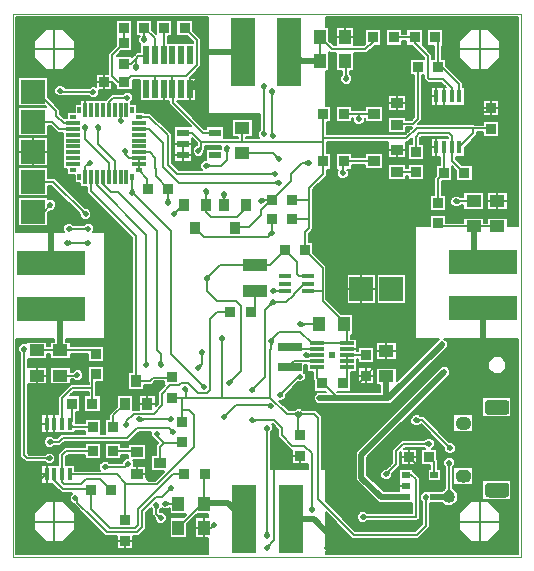
<source format=gtl>
G04 PROTEUS RS274X GERBER FILE*
%FSLAX24Y24*%
%MOIN*%
%ADD10C,0.0070*%
%ADD11C,0.0200*%
%ADD12C,0.0100*%
%ADD13C,0.0013*%
%ADD14C,0.0200*%
%ADD15C,0.0400*%
%ADD16R,0.0826X0.2283*%
%ADD17R,0.2283X0.0826*%
%ADD18C,0.0012*%
%ADD19R,0.0400X0.0500*%
%ADD70R,0.0500X0.0400*%
%ADD71R,0.0350X0.0350*%
%ADD20R,0.0157X0.0433*%
%ADD21R,0.0400X0.0350*%
%ADD22R,0.0350X0.0400*%
%ADD23R,0.0393X0.0137*%
%ADD24R,0.0787X0.0393*%
%ADD25R,0.0216X0.0590*%
%ADD26R,0.0250X0.0200*%
%ADD27R,0.0472X0.0118*%
%ADD28R,0.0236X0.0216*%
%ADD29R,0.0787X0.0314*%
%ADD72R,0.0410X0.0240*%
%ADD73R,0.0800X0.0800*%
%ADD30R,0.0118X0.0216*%
%ADD31R,0.0118X0.0472*%
%ADD32R,0.0216X0.0118*%
%ADD33C,0.0020*%
G54D10*
X-2085Y-3386D02*
X-3196Y-2274D01*
X-3196Y+1377D01*
X-3196Y+1535D01*
X-7790Y+3460D02*
X-7777Y+3431D01*
X-7748Y+3460D01*
X-4486Y+3630D02*
X-4483Y+3627D01*
X-4483Y+3092D01*
X-6045Y+2377D02*
X-7128Y+3460D01*
X-7748Y+3460D01*
X-7790Y+3460D02*
X-7748Y+3460D01*
X-4486Y+3630D02*
X-4486Y+3088D01*
X-4476Y+3088D01*
X-3196Y+1808D01*
X-3196Y+1535D01*
X+4921Y+8267D02*
X+4921Y+8093D01*
X+5377Y+7637D01*
X+5377Y+6921D01*
X+5415Y+6883D01*
X+5872Y+6883D01*
X+6161Y+6594D01*
X+6161Y+6299D01*
X+6161Y+6299D01*
X+4921Y+8267D02*
X+4223Y+8267D01*
X+5708Y+7283D02*
X+5829Y+7283D01*
X+6404Y+6708D01*
X+6404Y+6311D01*
X+6417Y+6299D01*
X+5708Y+7283D02*
X+5708Y+8160D01*
X+5601Y+8267D01*
X+1134Y+7480D02*
X+1062Y+7480D01*
X+748Y+7795D01*
G54D11*
X+1134Y+7480D02*
X+764Y+7850D01*
X+1771Y+7480D02*
X+1134Y+7480D01*
G54D10*
X+1771Y+8267D02*
X+2166Y+7872D01*
X+3284Y+7872D01*
X+3535Y+8124D01*
X+3535Y+8162D01*
X+3543Y+8267D01*
X+1771Y+7480D02*
X+1771Y+8267D01*
X+5028Y+7283D02*
X+5028Y+5554D01*
X+4872Y+5398D01*
X+4390Y+5398D01*
X+4330Y+5338D01*
X-5816Y-3422D02*
X-6496Y-3422D01*
X-6830Y-3757D01*
X-6830Y-4606D01*
X-5773Y-3018D02*
X-5708Y-2952D01*
X-5816Y-3422D02*
X-5816Y-3060D01*
X-5773Y-3018D01*
X-5816Y-3422D02*
X-5816Y-3937D01*
X-6574Y-4606D02*
X-6456Y-4724D01*
X-5798Y-4724D01*
X-6574Y-4606D02*
X-6496Y-4527D01*
X-6496Y-3937D01*
X-7204Y-787D02*
X-7007Y-649D01*
X-6889Y-767D01*
X-6889Y-1102D01*
G54D11*
X-6889Y-2165D02*
X-6889Y-1102D01*
X-7204Y-787D02*
X-6889Y-1102D01*
G54D10*
X-6889Y-2165D02*
X-7139Y-2165D01*
X-7215Y-2165D01*
X-7677Y-2165D01*
X-6889Y-2165D02*
X-5816Y-2165D01*
X-5708Y-2272D01*
X-5118Y-4724D02*
X-5118Y-4330D01*
X-4724Y-3937D01*
X-6830Y-6299D02*
X-6830Y-5649D01*
X-6692Y-5511D01*
X-5798Y-5511D01*
X-748Y-7795D02*
X-1161Y-7283D01*
X-1259Y-7283D01*
X-2112Y-7283D02*
X-1259Y-7283D01*
G54D11*
X-2112Y-7283D02*
X-2073Y-7244D01*
X-1299Y-7244D01*
X-1259Y-7283D01*
X-748Y-7795D02*
X-1259Y-7283D01*
G54D10*
X-2112Y-7283D02*
X-2112Y-6336D01*
X-2075Y-6299D01*
X-2112Y-7283D02*
X-2165Y-7283D01*
X-2952Y-8070D01*
X-4330Y-5559D02*
X-4378Y-5511D01*
X-5118Y-5511D01*
X+5905Y+3740D02*
X+5708Y+3543D01*
X+5708Y+2755D01*
X+5905Y+3740D02*
X+5905Y+4606D01*
X+6161Y+4606D02*
X+6161Y+4980D01*
X+6062Y+5078D01*
X+5078Y+5078D01*
X+4960Y+4960D01*
X+4960Y+4459D01*
X+6161Y+4606D02*
X+6161Y+4164D01*
X+6585Y+3740D01*
X+6889Y+1153D02*
X+6889Y+588D01*
X+6920Y+557D01*
X+7204Y+787D01*
G54D11*
X+6889Y+1153D02*
X+7271Y+771D01*
X+6889Y+1968D02*
X+6889Y+1153D01*
G54D10*
X+6889Y+1968D02*
X+5816Y+1968D01*
X+5708Y+2075D01*
X+6889Y+1968D02*
X+7677Y+1968D01*
X+4330Y+3779D02*
X+4960Y+3779D01*
X+1653Y-2519D02*
X+1653Y-2522D01*
X+1545Y-2520D01*
X+897Y-2520D01*
X+760Y-2657D01*
X+760Y-2719D01*
X+2677Y-2716D02*
X+2677Y-3154D01*
X+2531Y-3300D01*
X+2519Y-3267D01*
X+2677Y-2716D02*
X+2677Y-2519D01*
X+2677Y-2322D01*
X+3307Y-2322D01*
X+1653Y-2125D02*
X+1653Y-2128D01*
X+801Y-2128D01*
X+788Y-2115D01*
X+760Y-2050D01*
X+5578Y-6312D02*
X+5578Y-5882D01*
X+5404Y-5708D01*
X+3188Y-7716D02*
X+4960Y-7716D01*
X+4960Y-6456D01*
X+4816Y-6312D01*
X+4638Y-6312D01*
X-3444Y+7677D02*
X-3444Y+8562D01*
X-3425Y+8582D01*
X-4370Y+7559D02*
X-4291Y+7637D01*
X-4074Y+7637D01*
X-4035Y+7677D01*
X-4370Y+7559D02*
X-4538Y+7390D01*
X-4763Y+7390D01*
X-4088Y+8590D02*
X-3746Y+8247D01*
X-3746Y+7972D01*
X-3745Y+7677D01*
X-3740Y+7677D01*
X-6316Y-2994D02*
X-6327Y-3005D01*
X-6889Y-3005D01*
X-5914Y+4069D02*
X-6062Y+3976D01*
X-6064Y+3860D01*
X-6064Y+3860D01*
X-6064Y+3633D01*
X-6061Y+3630D01*
X-3384Y-7272D02*
X-2963Y-7272D01*
X-2952Y-7283D01*
X-4021Y-2666D02*
X-4021Y+1698D01*
X-5667Y+3344D01*
X-5667Y+3630D01*
X+6306Y+2803D02*
X+6885Y+2803D01*
X+6889Y+2808D01*
X-5428Y+6500D02*
X-4500Y+6500D01*
X-4250Y+6250D01*
X-4250Y+6000D01*
X-3444Y+6000D01*
X-3444Y+6535D01*
X+5500Y-6750D02*
X+5250Y-6500D01*
X+5250Y-6234D01*
X+4724Y-5708D01*
X-5428Y+6750D02*
X-5428Y+6500D01*
X+4250Y-5250D02*
X+4000Y-5500D01*
X+4000Y-5750D01*
X+3774Y-5975D01*
X+3774Y-6682D01*
X+4638Y-6682D01*
X+4638Y-6682D01*
X-2810Y+4340D02*
X-2500Y+4340D01*
X-2500Y+4000D01*
X-2810Y+4340D02*
X-2810Y+4714D01*
X-5428Y+6773D02*
X-5428Y+6773D01*
X-5428Y+6750D01*
X-2112Y-8070D02*
X-2112Y-8503D01*
X-4724Y-8503D01*
X-393Y+688D02*
X-1561Y+688D01*
X-2000Y+250D01*
X+4000Y+4250D02*
X+4000Y+3500D01*
X+5250Y+3500D01*
X+5250Y+3850D01*
X+5649Y+4250D01*
X+5649Y+4606D01*
X+3307Y-3002D02*
X+3647Y-2662D01*
X+3976Y-2662D01*
X+3976Y-2191D01*
X-393Y+688D02*
X+98Y+688D01*
X+590Y+1181D01*
X-7500Y-3500D02*
X-7086Y-3913D01*
X-7086Y-4606D01*
X+3976Y-2191D02*
X+3976Y-1750D01*
X+3250Y-1750D01*
X+3022Y-1977D01*
X+3022Y-2125D01*
X+2677Y-2125D01*
X-7342Y-4606D02*
X-7342Y-4250D01*
X-7500Y-4092D01*
X-7500Y-3500D01*
X+4000Y+4250D02*
X+4000Y+4519D01*
X+4330Y+4519D01*
X+2283Y-8503D02*
X+2283Y-8750D01*
X+2000Y-8750D01*
X-5000Y+250D02*
X-5000Y-2000D01*
X+0Y-8750D02*
X+250Y-8500D01*
X+250Y-5680D01*
X+1102Y-5680D01*
X+4330Y+6078D02*
X+4750Y+6078D01*
X+4750Y+5750D01*
G54D11*
X-1750Y+7795D02*
X-2033Y+7795D01*
X-2116Y+7712D01*
X-2116Y+6978D01*
X-2559Y+6535D01*
G54D10*
X-2112Y-8070D02*
X-1850Y-8070D01*
X-1779Y-8000D01*
X-1750Y-8000D01*
X-7000Y+4500D02*
X-7040Y+4460D01*
X-7790Y+4460D01*
X-3296Y+3228D02*
X-3711Y+3642D01*
X-3711Y+3910D01*
X-3718Y+3917D01*
X-3718Y+4245D01*
X-3909Y+4437D01*
X-4269Y+4437D01*
X-3296Y+3228D02*
X-3298Y+3226D01*
X-3298Y+2762D01*
G54D12*
X+1317Y-2323D02*
X+1318Y-2322D01*
X+1653Y-2322D01*
G54D10*
X+3307Y-3002D02*
X+2958Y-3351D01*
X+2958Y-3363D01*
G54D11*
X-787Y+7795D02*
X-1750Y+7795D01*
X+7204Y-2165D02*
X+7204Y-748D01*
X+2283Y-8503D02*
X+1574Y-7795D01*
X+787Y-7795D01*
G54D10*
X+3058Y+5537D02*
X+3058Y+5707D01*
X+3060Y+5708D01*
X-4881Y+5472D02*
X-4881Y+5551D01*
X-4880Y+5730D01*
X-4880Y+5834D01*
X+3060Y+5708D02*
X+3543Y+5708D01*
X+3582Y+5669D01*
X+3580Y+5708D01*
X+3060Y+5708D02*
X+2559Y+5708D01*
X-4354Y-3187D02*
X-4354Y+1637D01*
X-5864Y+3147D01*
X-5864Y+3630D01*
X-4354Y-3187D02*
X-3901Y-3187D01*
X-3786Y-3071D01*
X-3161Y-3071D01*
X-3149Y-3060D01*
X+2559Y+4133D02*
X+2537Y+4109D01*
X+2577Y+4149D02*
X+3580Y+4149D01*
X+2559Y+4133D02*
X+2577Y+4149D01*
X+2537Y+4109D02*
X+2577Y+4149D01*
X-500Y-4500D02*
X+250Y-4500D01*
X+500Y-4750D01*
X+500Y-5000D01*
X+840Y-5340D01*
X+1250Y-5340D01*
X+1500Y-5590D01*
X+1500Y-7500D01*
X+186Y-563D02*
X-67Y-817D01*
X-67Y-3067D01*
X-500Y-3500D01*
X+186Y-563D02*
X+595Y-563D01*
X+120Y+2834D02*
X-214Y+2499D01*
X-214Y+2335D01*
X-599Y+1950D01*
X-1041Y+1950D01*
X-1062Y+1929D01*
X-189Y+2826D02*
X-181Y+2834D01*
X+120Y+2834D01*
X+157Y+2834D01*
X-6063Y+5282D02*
X-6063Y+4882D01*
X-5273Y+4092D01*
X-5273Y+3630D01*
X+595Y-563D02*
X+635Y-563D01*
X+892Y-306D01*
X+892Y-282D01*
X+1234Y+59D01*
X+1377Y+59D01*
X-5625Y+5276D02*
X-5625Y+4711D01*
X-5076Y+4162D01*
X-5076Y+3630D01*
X+157Y+1758D02*
X+157Y+2204D01*
X+155Y+1756D02*
X+157Y+1758D01*
X+155Y+1756D02*
X+28Y+1628D01*
X-2101Y+1628D01*
X-2401Y+1929D01*
X+649Y-196D02*
X+590Y-196D01*
X+190Y-180D02*
X+633Y-180D01*
X+649Y-196D01*
X-7790Y+5460D02*
X-7786Y+5456D01*
X-7157Y+5456D01*
X-6925Y+5224D01*
X-6474Y+5224D01*
X+6062Y-7047D02*
X+6062Y-5912D01*
X+6072Y-5903D01*
G54D11*
X+6062Y-7047D02*
X+6056Y-7047D01*
X+6040Y-7062D01*
X+5578Y-7062D01*
G54D10*
X+0Y-8346D02*
X+0Y-4750D01*
X+1839Y-3267D02*
X+1653Y-3081D01*
X+1653Y-2716D01*
X-1747Y+5088D02*
X-1854Y+5081D01*
X-2023Y+3993D02*
X-1518Y+3993D01*
X-1338Y+4173D01*
X-1338Y+4566D02*
X-1338Y+4173D01*
X-2031Y+2679D02*
X-2031Y+3134D01*
X-2023Y+3143D01*
X-2031Y+2679D02*
X-2029Y+2676D01*
X-2029Y+2446D01*
X-1866Y+2283D01*
X-984Y+2283D01*
X-692Y+2574D01*
X-692Y+2679D01*
X-3149Y+6988D02*
X-2701Y+6988D01*
X-3149Y+6988D02*
X-3202Y+6988D01*
X-3149Y+6535D02*
X-3149Y+6988D01*
X-3622Y+6988D02*
X-3267Y+6988D01*
X-3202Y+6988D02*
X-3267Y+6988D01*
X-2701Y+6988D02*
X-2330Y+7358D01*
X-2330Y+8168D01*
X-2745Y+8582D01*
X-4763Y+8070D02*
X-4938Y+7900D01*
X-5160Y+7679D01*
X-5160Y+6983D01*
X-4949Y+6773D01*
X-4748Y+6773D01*
X-4763Y+8070D02*
X-4768Y+8070D01*
X-4768Y+8590D01*
X-3740Y+6791D02*
X-3740Y+6535D01*
X-3740Y+6791D02*
X-3740Y+6988D01*
X-4748Y+6773D02*
X-4533Y+6988D01*
X-3740Y+6988D01*
X-3694Y+6988D01*
X-3622Y+6988D02*
X-3694Y+6988D01*
X-1747Y+5088D02*
X-2138Y+5088D01*
X-3140Y+6090D01*
X-3140Y+6556D01*
X-3143Y+6556D01*
X-3149Y+6535D02*
X-3143Y+6556D01*
X-1500Y-3740D02*
X-1500Y-1750D01*
X+1270Y+1181D02*
X+1270Y+1474D01*
X+2677Y-1929D02*
X+2677Y-1750D01*
X+1417Y+2844D02*
X+1417Y+2204D01*
X+1417Y+1929D01*
X+1270Y+1782D01*
X+1270Y+1474D01*
X+1417Y+2844D02*
X+1417Y+3254D01*
X+1879Y+4133D02*
X+1879Y+3716D01*
X+1417Y+3254D02*
X+1879Y+3716D01*
X-7217Y+2689D02*
X-7446Y+2460D01*
X-7790Y+2460D01*
X-4269Y+4240D02*
X-4594Y+4240D01*
X-4723Y+4369D01*
X-4723Y+4486D01*
X+118Y-3738D02*
X+118Y-3740D01*
X-1500Y-3740D01*
X+1051Y-4289D02*
X+669Y-4289D01*
X+118Y-3738D01*
X+1051Y-4289D02*
X+1572Y-4289D01*
X+1692Y-4409D01*
X+1692Y-7108D01*
X+2896Y-8312D01*
X+3912Y-8312D01*
X+4049Y-8312D01*
X+5293Y-7047D02*
X+5293Y-8013D01*
X+5157Y-8149D01*
X+4994Y-8312D01*
X+4049Y-8312D01*
X+1855Y-214D02*
X+1837Y-196D01*
X+1377Y-196D01*
X+2572Y-1299D02*
X+2387Y-1049D01*
X+1855Y-517D01*
X+1855Y-214D01*
X+1855Y+123D01*
X+1855Y+595D02*
X+1855Y+157D01*
X+1855Y+123D02*
X+1855Y+157D01*
X+1051Y-4289D02*
X+1051Y-5039D01*
X+1033Y-5058D01*
X+1102Y-5000D01*
X-3976Y+3228D02*
X-3982Y+3403D01*
X-3982Y+3559D01*
X-4269Y+3846D01*
X-4004Y+3200D02*
X-3982Y+3221D01*
X-4004Y+3200D02*
X-4018Y+3187D01*
X-3976Y+3228D02*
X-4004Y+3200D01*
X-4018Y+3187D01*
X-4018Y+3187D01*
X-3976Y+3228D02*
X-3982Y+3221D01*
X-4269Y+3846D02*
X-4269Y+4043D01*
X-4269Y+4240D01*
X-2204Y+4790D02*
X-2194Y+4780D01*
X-826Y+4780D01*
X-826Y+4790D01*
X-2284Y+4489D02*
X-2204Y+4568D01*
X-2204Y+4790D01*
X-826Y+4790D01*
X-2204Y+4790D02*
X-2503Y+5088D01*
X-2810Y+5088D01*
X-826Y+4790D02*
X+1838Y+4790D01*
X+1873Y+4825D01*
X-826Y+4790D02*
X-826Y+5249D01*
X+2572Y-1299D02*
X+2677Y-1404D01*
X+2677Y-1750D01*
X+2677Y-1929D02*
X+2125Y-1929D01*
X+1653Y-1929D02*
X+1761Y-1929D01*
X+2125Y-1929D02*
X+1761Y-1929D01*
X+1879Y+4133D02*
X+1873Y+4138D01*
X+1873Y+4825D01*
X+1873Y+4904D01*
X+1270Y+1181D02*
X+1855Y+595D01*
X+1873Y+4904D02*
X+1873Y+5703D01*
X+1879Y+5708D01*
X+6876Y+5065D02*
X+6417Y+4606D01*
X+3976Y-6299D02*
X+4313Y-5962D01*
X+4313Y-5510D01*
X+4548Y-5275D01*
X+5393Y-5275D01*
X-5273Y+5834D02*
X-5273Y+6108D01*
X-5122Y+6259D01*
X-4648Y+6259D01*
X+2640Y+6890D02*
X+2640Y+7484D01*
X+2610Y+7513D01*
X+2611Y+7480D01*
X+6102Y-5429D02*
X+5168Y-4495D01*
X+4976Y-4495D01*
G54D11*
X+5905Y-2893D02*
X+3149Y-5649D01*
X+3149Y-6406D01*
X+3806Y-7062D01*
X+4637Y-7062D01*
X+4638Y-7062D01*
G54D10*
X-7654Y-6596D02*
X-7357Y-6299D01*
X-7342Y-6299D01*
X-3688Y-7326D02*
X-3688Y-7602D01*
X-3539Y-7751D01*
X-107Y+6662D02*
X-107Y+5042D01*
X+2537Y+4109D02*
X+2525Y+4097D01*
X+2525Y+3736D01*
X+275Y+3720D02*
X-2993Y+3713D01*
X-3307Y+4027D01*
X-3307Y+5000D01*
X-3937Y+5629D01*
X-4258Y+5629D01*
X-4269Y+5618D01*
X+393Y+3428D02*
X-2938Y+3428D01*
X-3464Y+3954D01*
X-3464Y+4763D01*
X-3925Y+5224D01*
X-4269Y+5224D01*
X+393Y+3428D02*
X-2938Y+3428D01*
X+172Y+6483D02*
X+172Y+5003D01*
X+215Y+4960D01*
X+215Y+4984D01*
X+1399Y+4078D02*
X+1184Y+4078D01*
X+807Y+3700D01*
X+807Y+3484D01*
X+157Y+2834D01*
X-826Y+4409D02*
X+201Y+4409D01*
X+397Y+4213D01*
X-2719Y-3443D02*
X-2695Y-3467D01*
X-2695Y-3740D01*
X-1500Y-3740D01*
X-7244Y-5767D02*
X-7992Y-5767D01*
X-8110Y-5649D01*
X-8110Y-2122D01*
X-8100Y-2112D01*
X-1432Y+2679D02*
X-1432Y+3042D01*
X-1434Y+3043D01*
X-5958Y+1412D02*
X-6648Y+1412D01*
X-6653Y+1417D01*
X-4094Y+8188D02*
X-4094Y+8584D01*
X-4088Y+8590D01*
X-2771Y+2679D02*
X-2798Y+2679D01*
X-3101Y+2376D01*
X-5958Y+1892D02*
X-5961Y+1889D01*
X-6614Y+1889D01*
X-4366Y+7263D02*
X-4370Y+7267D01*
X-4370Y+7559D01*
X-5787Y+6437D02*
X-6839Y+6437D01*
X-6896Y+6494D01*
X-7790Y+6460D02*
X-7672Y+6460D01*
X-7018Y+5805D01*
X-7018Y+5659D01*
X-6775Y+5417D01*
X-6474Y+5421D01*
X-540Y-885D02*
X-393Y-739D01*
X-393Y-196D01*
G54D11*
X-7204Y+748D02*
X-7204Y+1876D01*
X-7161Y+1920D01*
X+1750Y-3750D02*
X+1929Y-3750D01*
G54D10*
X+2362Y-3750D02*
X+1879Y-3267D01*
X+1839Y-3267D01*
G54D11*
X+1929Y-3750D02*
X+2362Y-3750D01*
G54D10*
X-5403Y-6039D02*
X-4729Y-6039D01*
X-4627Y-5937D01*
X-4682Y-4655D02*
X-4682Y-4530D01*
X-4424Y-4271D01*
X-3779Y-4271D01*
X-3502Y-3994D01*
X-3502Y-3603D01*
X-3234Y-3335D01*
X-2937Y-3335D01*
X-2850Y-3248D01*
X-2637Y-3248D01*
X-2297Y-3588D01*
X-2008Y-3588D01*
X-1890Y-3470D01*
X-1890Y-1122D01*
X-1653Y-885D01*
X-1220Y-885D01*
X-3543Y-2637D02*
X-3543Y-2283D01*
X-3661Y-2165D01*
X-3661Y+1811D01*
X-4960Y+3110D01*
X-5196Y+3110D01*
X-5470Y+3383D01*
X-5470Y+3630D01*
X-3660Y-4950D02*
X-3660Y-4969D01*
X-3660Y-5024D01*
X-3444Y-5239D01*
X-2834Y-5227D02*
X-2847Y-5239D01*
X-3444Y-5239D01*
X-3580Y-5376D01*
X-3580Y-5929D01*
X-3149Y-3740D02*
X-2834Y-3740D01*
X-2834Y-4138D01*
X-2834Y-4547D01*
X-2834Y-3740D02*
X-2695Y-3740D01*
X-4724Y-6633D02*
X-3679Y-6633D01*
X-4724Y-6633D02*
X-4724Y-6574D01*
X-5000Y-6299D01*
X-6574Y-6299D01*
X-3679Y-6633D02*
X-2440Y-5395D01*
X-2440Y-4311D01*
X-2613Y-4138D01*
X-2834Y-4138D01*
X-6830Y-6299D02*
X-6830Y-6555D01*
X-6751Y-6633D01*
X-6200Y-6633D01*
X-6021Y-6454D01*
X-5553Y-6454D01*
X-5196Y-6811D01*
X-5876Y-6811D02*
X-5896Y-6791D01*
X-6791Y-6791D01*
X-7086Y-6496D01*
X-7086Y-6299D01*
X-3188Y-4468D02*
X-4251Y-4468D01*
X-2000Y+250D02*
X-1998Y+248D01*
X-1998Y-184D01*
X-1651Y-531D01*
X-1023Y-531D01*
X-866Y-688D01*
X-866Y-2866D01*
X-1250Y-3250D01*
X+250Y-5250D02*
X+250Y-5680D01*
X+1732Y-1299D02*
X+1732Y-1299D01*
X+1110Y-1300D01*
X+151Y-1837D02*
X+151Y-1804D01*
X+407Y-1548D01*
X+1653Y-1929D02*
X+1496Y-1929D01*
X+1115Y-1548D01*
X+407Y-1548D01*
X+151Y-1837D02*
X+150Y-1860D01*
X+150Y-2128D01*
X+118Y-2160D01*
X+118Y-3738D01*
G54D11*
X+3400Y-3750D02*
X+3671Y-3750D01*
X+2362Y-3750D02*
X+3400Y-3750D01*
X+3976Y-3031D02*
X+3976Y-3681D01*
X+4045Y-3750D01*
X+3671Y-3750D02*
X+4045Y-3750D01*
X+5825Y-1970D01*
X+5825Y-1954D01*
G54D10*
X-4000Y-6299D02*
X-3926Y-6373D01*
X-3926Y-6436D01*
X-3940Y-6450D01*
X-3940Y-6441D01*
X-3942Y-6439D01*
X-4000Y-6299D02*
X-4330Y-6299D01*
X-7243Y-5207D02*
X-6942Y-5207D01*
X-6811Y-5076D01*
X-4656Y-5076D01*
X-4332Y-4752D01*
X-3277Y-4752D01*
X-3130Y-4900D01*
X-1440Y-4390D02*
X-1033Y-3983D01*
X+93Y-3983D01*
X+130Y-4020D01*
X+127Y-4022D01*
X+430Y-3660D02*
X+1070Y-3019D01*
X+1092Y-3019D01*
X+1092Y-3036D01*
X+590Y+1181D02*
X+1000Y+771D01*
X+1000Y+370D01*
X+1064Y+314D01*
X+1377Y+314D01*
X+1417Y+2204D02*
X+837Y+2204D01*
X+1417Y+2844D02*
X+837Y+2834D01*
X+997Y+2834D01*
X-2755Y-6299D02*
X-3139Y-6299D01*
X-4291Y-7451D01*
X-4291Y-7992D01*
X-4394Y-8095D01*
X-5222Y-8095D01*
X-5876Y-7440D01*
X-5876Y-6811D01*
X-2178Y-2210D02*
X-2178Y-2631D01*
X-2283Y-2736D01*
X-3189Y-6742D02*
X-3514Y-7066D01*
X-3705Y-7066D01*
X-4161Y-7522D01*
X-4161Y-8059D01*
X-4327Y-8225D01*
X-5337Y-8225D01*
X-5841Y-7721D01*
X-5841Y-7721D01*
X-6315Y-7247D01*
X-6315Y-7155D01*
X-6382Y-7088D01*
X-4724Y-6633D02*
X-4724Y-7823D01*
X+7480Y+5905D02*
X+7480Y+5774D01*
X+5524Y+5774D01*
X+5500Y+5750D01*
X+5524Y+5774D02*
X+5649Y+5899D01*
X+5649Y+6299D01*
X+6876Y+5065D02*
X+6876Y+5234D01*
X+1873Y+4904D02*
X+4648Y+4904D01*
X+4991Y+5247D01*
X+6876Y+5247D01*
X+6876Y+5234D01*
X+7480Y+5225D02*
X+7480Y+5234D01*
X+6876Y+5234D02*
X+7480Y+5234D01*
X-4483Y+3092D02*
X-4430Y+3128D01*
X-4483Y+3207D01*
X-4537Y+3128D01*
X-4483Y+3092D01*
G54D13*
X-4537Y+3128D02*
X-4537Y+3128D01*
X-4527Y+3121D02*
X-4527Y+3142D01*
X-4517Y+3114D02*
X-4517Y+3157D01*
X-4507Y+3108D02*
X-4507Y+3171D01*
X-4497Y+3101D02*
X-4497Y+3186D01*
X-4487Y+3094D02*
X-4487Y+3201D01*
X-4477Y+3096D02*
X-4477Y+3198D01*
X-4467Y+3102D02*
X-4467Y+3183D01*
X-4457Y+3109D02*
X-4457Y+3168D01*
X-4447Y+3116D02*
X-4447Y+3153D01*
X-4437Y+3123D02*
X-4437Y+3138D01*
X-4430Y+3128D02*
X-4430Y+3128D01*
G54D10*
X-6045Y+2377D02*
X-6033Y+2440D01*
X-6126Y+2458D01*
X-6109Y+2365D01*
X-6045Y+2377D01*
G54D13*
X-6109Y+2365D02*
X-6109Y+2365D01*
X-6110Y+2375D02*
X-6055Y+2375D01*
X-6112Y+2385D02*
X-6043Y+2385D01*
X-6114Y+2395D02*
X-6041Y+2395D01*
X-6116Y+2405D02*
X-6039Y+2405D01*
X-6118Y+2415D02*
X-6037Y+2415D01*
X-6119Y+2425D02*
X-6035Y+2425D01*
X-6121Y+2435D02*
X-6033Y+2435D01*
X-6123Y+2445D02*
X-6058Y+2445D01*
X-6125Y+2455D02*
X-6110Y+2455D01*
X-6126Y+2458D02*
X-6126Y+2458D01*
G54D10*
X+3188Y-7716D02*
X+3225Y-7770D01*
X+3303Y-7716D01*
X+3225Y-7662D01*
X+3188Y-7716D01*
G54D13*
X+3225Y-7770D02*
X+3225Y-7770D01*
X+3218Y-7760D02*
X+3239Y-7760D01*
X+3211Y-7750D02*
X+3253Y-7750D01*
X+3204Y-7740D02*
X+3268Y-7740D01*
X+3197Y-7730D02*
X+3282Y-7730D01*
X+3190Y-7720D02*
X+3297Y-7720D01*
X+3192Y-7710D02*
X+3294Y-7710D01*
X+3198Y-7700D02*
X+3279Y-7700D01*
X+3205Y-7690D02*
X+3265Y-7690D01*
X+3212Y-7680D02*
X+3251Y-7680D01*
X+3219Y-7670D02*
X+3236Y-7670D01*
X+3225Y-7662D02*
X+3225Y-7662D01*
G54D10*
X-6316Y-2994D02*
X-6357Y-2944D01*
X-6430Y-3005D01*
X-6347Y-3051D01*
X-6316Y-2994D01*
G54D13*
X-6347Y-3051D02*
X-6347Y-3051D01*
X-6365Y-3041D02*
X-6341Y-3041D01*
X-6383Y-3031D02*
X-6336Y-3031D01*
X-6401Y-3021D02*
X-6330Y-3021D01*
X-6419Y-3011D02*
X-6325Y-3011D01*
X-6425Y-3001D02*
X-6319Y-3001D01*
X-6413Y-2991D02*
X-6318Y-2991D01*
X-6401Y-2981D02*
X-6326Y-2981D01*
X-6389Y-2971D02*
X-6334Y-2971D01*
X-6377Y-2961D02*
X-6343Y-2961D01*
X-6365Y-2951D02*
X-6351Y-2951D01*
X-6357Y-2944D02*
X-6357Y-2944D01*
G54D10*
X-5914Y+4069D02*
X-5973Y+4095D01*
X-6011Y+4008D01*
X-5917Y+4004D01*
X-5914Y+4069D01*
G54D13*
X-5917Y+4004D02*
X-5917Y+4004D01*
X-6008Y+4014D02*
X-5916Y+4014D01*
X-6004Y+4024D02*
X-5916Y+4024D01*
X-5999Y+4034D02*
X-5915Y+4034D01*
X-5995Y+4044D02*
X-5915Y+4044D01*
X-5990Y+4054D02*
X-5914Y+4054D01*
X-5986Y+4064D02*
X-5914Y+4064D01*
X-5982Y+4074D02*
X-5925Y+4074D01*
X-5977Y+4084D02*
X-5948Y+4084D01*
X-5973Y+4094D02*
X-5970Y+4094D01*
X-5973Y+4095D02*
X-5973Y+4095D01*
G54D10*
X-3384Y-7272D02*
X-3348Y-7326D01*
X-3269Y-7272D01*
X-3348Y-7218D01*
X-3384Y-7272D01*
G54D13*
X-3348Y-7326D02*
X-3348Y-7326D01*
X-3354Y-7316D02*
X-3333Y-7316D01*
X-3361Y-7306D02*
X-3318Y-7306D01*
X-3368Y-7296D02*
X-3304Y-7296D01*
X-3374Y-7286D02*
X-3289Y-7286D01*
X-3381Y-7276D02*
X-3274Y-7276D01*
X-3380Y-7266D02*
X-3277Y-7266D01*
X-3373Y-7256D02*
X-3292Y-7256D01*
X-3366Y-7246D02*
X-3307Y-7246D01*
X-3360Y-7236D02*
X-3321Y-7236D01*
X-3353Y-7226D02*
X-3336Y-7226D01*
X-3348Y-7218D02*
X-3348Y-7218D01*
G54D10*
X-4021Y-2666D02*
X-3967Y-2629D01*
X-4021Y-2551D01*
X-4074Y-2629D01*
X-4021Y-2666D01*
G54D13*
X-4074Y-2629D02*
X-4074Y-2629D01*
X-4064Y-2635D02*
X-4064Y-2614D01*
X-4054Y-2642D02*
X-4054Y-2599D01*
X-4044Y-2649D02*
X-4044Y-2584D01*
X-4034Y-2656D02*
X-4034Y-2570D01*
X-4024Y-2663D02*
X-4024Y-2555D01*
X-4014Y-2661D02*
X-4014Y-2561D01*
X-4004Y-2654D02*
X-4004Y-2575D01*
X-3994Y-2647D02*
X-3994Y-2590D01*
X-3984Y-2640D02*
X-3984Y-2604D01*
X-3974Y-2633D02*
X-3974Y-2618D01*
X-3967Y-2629D02*
X-3967Y-2629D01*
G54D10*
X+6306Y+2803D02*
X+6342Y+2750D01*
X+6421Y+2803D01*
X+6342Y+2857D01*
X+6306Y+2803D01*
G54D13*
X+6342Y+2750D02*
X+6342Y+2750D01*
X+6335Y+2760D02*
X+6356Y+2760D01*
X+6328Y+2770D02*
X+6371Y+2770D01*
X+6321Y+2780D02*
X+6386Y+2780D01*
X+6314Y+2790D02*
X+6401Y+2790D01*
X+6308Y+2800D02*
X+6416Y+2800D01*
X+6310Y+2810D02*
X+6410Y+2810D01*
X+6317Y+2820D02*
X+6396Y+2820D01*
X+6324Y+2830D02*
X+6381Y+2830D01*
X+6330Y+2840D02*
X+6366Y+2840D01*
X+6337Y+2850D02*
X+6352Y+2850D01*
X+6342Y+2857D02*
X+6342Y+2857D01*
G54D10*
X+5500Y-6750D02*
X+5511Y-6686D01*
X+5418Y-6668D01*
X+5436Y-6761D01*
X+5500Y-6750D01*
G54D13*
X+5436Y-6761D02*
X+5436Y-6761D01*
X+5434Y-6751D02*
X+5494Y-6751D01*
X+5432Y-6741D02*
X+5501Y-6741D01*
X+5430Y-6731D02*
X+5503Y-6731D01*
X+5428Y-6721D02*
X+5504Y-6721D01*
X+5426Y-6711D02*
X+5506Y-6711D01*
X+5424Y-6701D02*
X+5508Y-6701D01*
X+5422Y-6691D02*
X+5510Y-6691D01*
X+5420Y-6681D02*
X+5485Y-6681D01*
X+5418Y-6671D02*
X+5433Y-6671D01*
X+5418Y-6668D02*
X+5418Y-6668D01*
G54D10*
X-2500Y+4000D02*
X-2446Y+4036D01*
X-2500Y+4115D01*
X-2553Y+4036D01*
X-2500Y+4000D01*
G54D13*
X-2553Y+4036D02*
X-2553Y+4036D01*
X-2543Y+4029D02*
X-2543Y+4050D01*
X-2533Y+4022D02*
X-2533Y+4065D01*
X-2523Y+4015D02*
X-2523Y+4080D01*
X-2513Y+4008D02*
X-2513Y+4095D01*
X-2503Y+4002D02*
X-2503Y+4110D01*
X-2493Y+4004D02*
X-2493Y+4104D01*
X-2483Y+4011D02*
X-2483Y+4090D01*
X-2473Y+4018D02*
X-2473Y+4075D01*
X-2463Y+4024D02*
X-2463Y+4060D01*
X-2453Y+4031D02*
X-2453Y+4046D01*
X-2446Y+4036D02*
X-2446Y+4036D01*
G54D10*
X+0Y-8750D02*
X+63Y-8761D01*
X+81Y-8668D01*
X-11Y-8686D01*
X+0Y-8750D01*
G54D13*
X-11Y-8686D02*
X-11Y-8686D01*
X-1Y-8744D02*
X-1Y-8684D01*
X+9Y-8751D02*
X+9Y-8682D01*
X+19Y-8753D02*
X+19Y-8680D01*
X+29Y-8755D02*
X+29Y-8678D01*
X+39Y-8756D02*
X+39Y-8676D01*
X+49Y-8758D02*
X+49Y-8674D01*
X+59Y-8760D02*
X+59Y-8672D01*
X+69Y-8730D02*
X+69Y-8670D01*
X+79Y-8678D02*
X+79Y-8668D01*
X+81Y-8668D02*
X+81Y-8668D01*
G54D10*
X+4750Y+5750D02*
X+4803Y+5786D01*
X+4750Y+5864D01*
X+4696Y+5786D01*
X+4750Y+5750D01*
G54D13*
X+4696Y+5786D02*
X+4696Y+5786D01*
X+4706Y+5779D02*
X+4706Y+5800D01*
X+4716Y+5772D02*
X+4716Y+5814D01*
X+4726Y+5766D02*
X+4726Y+5829D01*
X+4736Y+5759D02*
X+4736Y+5843D01*
X+4746Y+5752D02*
X+4746Y+5858D01*
X+4756Y+5754D02*
X+4756Y+5855D01*
X+4766Y+5760D02*
X+4766Y+5840D01*
X+4776Y+5767D02*
X+4776Y+5825D01*
X+4786Y+5774D02*
X+4786Y+5811D01*
X+4796Y+5781D02*
X+4796Y+5796D01*
X+4803Y+5786D02*
X+4803Y+5786D01*
G54D10*
X-5000Y-2000D02*
X-4946Y-1963D01*
X-5000Y-1885D01*
X-5053Y-1963D01*
X-5000Y-2000D01*
G54D13*
X-5053Y-1963D02*
X-5053Y-1963D01*
X-5043Y-1969D02*
X-5043Y-1948D01*
X-5033Y-1976D02*
X-5033Y-1933D01*
X-5023Y-1983D02*
X-5023Y-1918D01*
X-5013Y-1990D02*
X-5013Y-1904D01*
X-5003Y-1997D02*
X-5003Y-1889D01*
X-4993Y-1995D02*
X-4993Y-1895D01*
X-4983Y-1988D02*
X-4983Y-1909D01*
X-4973Y-1981D02*
X-4973Y-1924D01*
X-4963Y-1974D02*
X-4963Y-1938D01*
X-4953Y-1967D02*
X-4953Y-1952D01*
X-4946Y-1963D02*
X-4946Y-1963D01*
G54D10*
X-7500Y-3500D02*
X-7511Y-3563D01*
X-7418Y-3581D01*
X-7436Y-3488D01*
X-7500Y-3500D01*
G54D13*
X-7418Y-3581D02*
X-7418Y-3581D01*
X-7469Y-3571D02*
X-7419Y-3571D01*
X-7510Y-3561D02*
X-7421Y-3561D01*
X-7508Y-3551D02*
X-7423Y-3551D01*
X-7507Y-3541D02*
X-7425Y-3541D01*
X-7505Y-3531D02*
X-7427Y-3531D01*
X-7503Y-3521D02*
X-7429Y-3521D01*
X-7501Y-3511D02*
X-7431Y-3511D01*
X-7500Y-3501D02*
X-7433Y-3501D01*
X-7452Y-3491D02*
X-7435Y-3491D01*
X-7436Y-3488D02*
X-7436Y-3488D01*
G54D10*
X-7500Y-3500D02*
X-7553Y-3536D01*
X-7500Y-3615D01*
X-7446Y-3536D01*
X-7500Y-3500D01*
G54D13*
X-7553Y-3536D02*
X-7553Y-3536D01*
X-7543Y-3550D02*
X-7543Y-3529D01*
X-7533Y-3565D02*
X-7533Y-3522D01*
X-7523Y-3580D02*
X-7523Y-3515D01*
X-7513Y-3595D02*
X-7513Y-3508D01*
X-7503Y-3610D02*
X-7503Y-3502D01*
X-7493Y-3604D02*
X-7493Y-3504D01*
X-7483Y-3590D02*
X-7483Y-3511D01*
X-7473Y-3575D02*
X-7473Y-3518D01*
X-7463Y-3560D02*
X-7463Y-3524D01*
X-7453Y-3546D02*
X-7453Y-3531D01*
X-7446Y-3536D02*
X-7446Y-3536D01*
G54D10*
X-1750Y-8000D02*
X-1810Y-7976D01*
X-1844Y-8065D01*
X-1749Y-8064D01*
X-1750Y-8000D01*
G54D13*
X-1844Y-8065D02*
X-1844Y-8065D01*
X-1840Y-8055D02*
X-1749Y-8055D01*
X-1836Y-8045D02*
X-1749Y-8045D01*
X-1832Y-8035D02*
X-1749Y-8035D01*
X-1828Y-8025D02*
X-1749Y-8025D01*
X-1824Y-8015D02*
X-1749Y-8015D01*
X-1821Y-8005D02*
X-1749Y-8005D01*
X-1817Y-7995D02*
X-1762Y-7995D01*
X-1813Y-7985D02*
X-1787Y-7985D01*
X-1810Y-7976D02*
X-1810Y-7976D01*
G54D10*
X+2000Y-8750D02*
X+2036Y-8803D01*
X+2115Y-8750D01*
X+2036Y-8696D01*
X+2000Y-8750D01*
G54D13*
X+2036Y-8803D02*
X+2036Y-8803D01*
X+2029Y-8793D02*
X+2050Y-8793D01*
X+2022Y-8783D02*
X+2065Y-8783D01*
X+2015Y-8773D02*
X+2080Y-8773D01*
X+2008Y-8763D02*
X+2095Y-8763D01*
X+2002Y-8753D02*
X+2110Y-8753D01*
X+2004Y-8743D02*
X+2104Y-8743D01*
X+2011Y-8733D02*
X+2090Y-8733D01*
X+2018Y-8723D02*
X+2075Y-8723D01*
X+2024Y-8713D02*
X+2060Y-8713D01*
X+2031Y-8703D02*
X+2046Y-8703D01*
X+2036Y-8696D02*
X+2036Y-8696D01*
G54D10*
X+4250Y-5250D02*
X+4186Y-5238D01*
X+4168Y-5331D01*
X+4261Y-5313D01*
X+4250Y-5250D01*
G54D13*
X+4168Y-5331D02*
X+4168Y-5331D01*
X+4169Y-5321D02*
X+4219Y-5321D01*
X+4171Y-5311D02*
X+4260Y-5311D01*
X+4173Y-5301D02*
X+4258Y-5301D01*
X+4175Y-5291D02*
X+4257Y-5291D01*
X+4177Y-5281D02*
X+4255Y-5281D01*
X+4179Y-5271D02*
X+4253Y-5271D01*
X+4181Y-5261D02*
X+4251Y-5261D01*
X+4183Y-5251D02*
X+4250Y-5251D01*
X+4185Y-5241D02*
X+4202Y-5241D01*
X+4186Y-5238D02*
X+4186Y-5238D01*
G54D12*
X+1317Y-2323D02*
X+1342Y-2366D01*
X+1417Y-2322D01*
X+1342Y-2280D01*
X+1317Y-2323D01*
G54D13*
X+1342Y-2366D02*
X+1342Y-2366D01*
X+1336Y-2356D02*
X+1359Y-2356D01*
X+1330Y-2346D02*
X+1376Y-2346D01*
X+1324Y-2336D02*
X+1393Y-2336D01*
X+1318Y-2326D02*
X+1410Y-2326D01*
X+1321Y-2316D02*
X+1406Y-2316D01*
X+1326Y-2306D02*
X+1388Y-2306D01*
X+1332Y-2296D02*
X+1370Y-2296D01*
X+1338Y-2286D02*
X+1352Y-2286D01*
X+1342Y-2280D02*
X+1342Y-2280D01*
G54D10*
X+2958Y-3363D02*
X+3022Y-3370D01*
X+3033Y-3276D01*
X+2941Y-3300D01*
X+2958Y-3363D01*
G54D13*
X+2941Y-3300D02*
X+2941Y-3300D01*
X+2951Y-3337D02*
X+2951Y-3297D01*
X+2961Y-3363D02*
X+2961Y-3294D01*
X+2971Y-3364D02*
X+2971Y-3292D01*
X+2981Y-3365D02*
X+2981Y-3289D01*
X+2991Y-3366D02*
X+2991Y-3286D01*
X+3001Y-3367D02*
X+3001Y-3284D01*
X+3011Y-3368D02*
X+3011Y-3281D01*
X+3021Y-3369D02*
X+3021Y-3279D01*
X+3031Y-3293D02*
X+3031Y-3276D01*
X+3033Y-3276D02*
X+3033Y-3276D01*
G54D10*
X+3058Y+5537D02*
X+3111Y+5574D01*
X+3058Y+5652D01*
X+3004Y+5574D01*
X+3058Y+5537D01*
G54D13*
X+3004Y+5574D02*
X+3004Y+5574D01*
X+3014Y+5567D02*
X+3014Y+5588D01*
X+3024Y+5560D02*
X+3024Y+5602D01*
X+3034Y+5553D02*
X+3034Y+5617D01*
X+3044Y+5546D02*
X+3044Y+5631D01*
X+3054Y+5539D02*
X+3054Y+5646D01*
X+3064Y+5541D02*
X+3064Y+5643D01*
X+3074Y+5548D02*
X+3074Y+5628D01*
X+3084Y+5555D02*
X+3084Y+5613D01*
X+3094Y+5562D02*
X+3094Y+5599D01*
X+3104Y+5569D02*
X+3104Y+5584D01*
X+3111Y+5574D02*
X+3111Y+5574D01*
G54D10*
X-4881Y+5472D02*
X-4828Y+5509D01*
X-4881Y+5587D01*
X-4935Y+5509D01*
X-4881Y+5472D01*
G54D13*
X-4935Y+5509D02*
X-4935Y+5509D01*
X-4925Y+5502D02*
X-4925Y+5523D01*
X-4915Y+5495D02*
X-4915Y+5537D01*
X-4905Y+5488D02*
X-4905Y+5552D01*
X-4895Y+5481D02*
X-4895Y+5566D01*
X-4885Y+5474D02*
X-4885Y+5581D01*
X-4875Y+5476D02*
X-4875Y+5578D01*
X-4865Y+5483D02*
X-4865Y+5563D01*
X-4855Y+5490D02*
X-4855Y+5548D01*
X-4845Y+5497D02*
X-4845Y+5534D01*
X-4835Y+5504D02*
X-4835Y+5519D01*
X-4828Y+5509D02*
X-4828Y+5509D01*
G54D10*
X+1500Y-7500D02*
X+1553Y-7463D01*
X+1500Y-7385D01*
X+1446Y-7463D01*
X+1500Y-7500D01*
G54D13*
X+1446Y-7463D02*
X+1446Y-7463D01*
X+1456Y-7469D02*
X+1456Y-7448D01*
X+1466Y-7476D02*
X+1466Y-7434D01*
X+1476Y-7483D02*
X+1476Y-7419D01*
X+1486Y-7490D02*
X+1486Y-7405D01*
X+1496Y-7497D02*
X+1496Y-7390D01*
X+1506Y-7495D02*
X+1506Y-7393D01*
X+1516Y-7488D02*
X+1516Y-7408D01*
X+1526Y-7481D02*
X+1526Y-7423D01*
X+1536Y-7474D02*
X+1536Y-7437D01*
X+1546Y-7467D02*
X+1546Y-7452D01*
X+1553Y-7463D02*
X+1553Y-7463D01*
G54D10*
X-500Y-4500D02*
X-463Y-4553D01*
X-385Y-4500D01*
X-463Y-4446D01*
X-500Y-4500D01*
G54D13*
X-463Y-4553D02*
X-463Y-4553D01*
X-469Y-4543D02*
X-448Y-4543D01*
X-476Y-4533D02*
X-433Y-4533D01*
X-483Y-4523D02*
X-418Y-4523D01*
X-490Y-4513D02*
X-404Y-4513D01*
X-497Y-4503D02*
X-389Y-4503D01*
X-495Y-4493D02*
X-395Y-4493D01*
X-488Y-4483D02*
X-409Y-4483D01*
X-481Y-4473D02*
X-424Y-4473D01*
X-474Y-4463D02*
X-438Y-4463D01*
X-467Y-4453D02*
X-452Y-4453D01*
X-463Y-4446D02*
X-463Y-4446D01*
G54D10*
X-500Y-3500D02*
X-436Y-3511D01*
X-418Y-3418D01*
X-511Y-3436D01*
X-500Y-3500D01*
G54D13*
X-436Y-3511D02*
X-436Y-3511D01*
X-494Y-3501D02*
X-434Y-3501D01*
X-501Y-3491D02*
X-432Y-3491D01*
X-503Y-3481D02*
X-430Y-3481D01*
X-504Y-3471D02*
X-428Y-3471D01*
X-506Y-3461D02*
X-426Y-3461D01*
X-508Y-3451D02*
X-424Y-3451D01*
X-510Y-3441D02*
X-422Y-3441D01*
X-485Y-3431D02*
X-420Y-3431D01*
X-433Y-3421D02*
X-418Y-3421D01*
X-418Y-3418D02*
X-418Y-3418D01*
G54D10*
X+186Y-563D02*
X+122Y-551D01*
X+104Y-644D01*
X+198Y-627D01*
X+186Y-563D01*
G54D13*
X+104Y-644D02*
X+104Y-644D01*
X+105Y-634D02*
X+159Y-634D01*
X+107Y-624D02*
X+197Y-624D01*
X+109Y-614D02*
X+195Y-614D01*
X+111Y-604D02*
X+193Y-604D01*
X+113Y-594D02*
X+191Y-594D01*
X+115Y-584D02*
X+189Y-584D01*
X+117Y-574D02*
X+188Y-574D01*
X+119Y-564D02*
X+186Y-564D01*
X+121Y-554D02*
X+138Y-554D01*
X+122Y-551D02*
X+122Y-551D01*
G54D10*
X+186Y-563D02*
X+222Y-617D01*
X+301Y-563D01*
X+222Y-509D01*
X+186Y-563D01*
G54D13*
X+222Y-617D02*
X+222Y-617D01*
X+215Y-607D02*
X+236Y-607D01*
X+208Y-597D02*
X+251Y-597D01*
X+202Y-587D02*
X+265Y-587D01*
X+195Y-577D02*
X+280Y-577D01*
X+188Y-567D02*
X+295Y-567D01*
X+190Y-557D02*
X+292Y-557D01*
X+196Y-547D02*
X+277Y-547D01*
X+203Y-537D02*
X+262Y-537D01*
X+210Y-527D02*
X+248Y-527D01*
X+216Y-517D02*
X+233Y-517D01*
X+222Y-509D02*
X+222Y-509D01*
G54D10*
X-6063Y+5282D02*
X-6117Y+5245D01*
X-6063Y+5167D01*
X-6010Y+5245D01*
X-6063Y+5282D01*
G54D13*
X-6117Y+5245D02*
X-6117Y+5245D01*
X-6107Y+5230D02*
X-6107Y+5251D01*
X-6097Y+5216D02*
X-6097Y+5258D01*
X-6087Y+5201D02*
X-6087Y+5265D01*
X-6077Y+5187D02*
X-6077Y+5272D01*
X-6067Y+5172D02*
X-6067Y+5279D01*
X-6057Y+5175D02*
X-6057Y+5277D01*
X-6047Y+5190D02*
X-6047Y+5270D01*
X-6037Y+5205D02*
X-6037Y+5263D01*
X-6027Y+5219D02*
X-6027Y+5256D01*
X-6017Y+5234D02*
X-6017Y+5249D01*
X-6010Y+5245D02*
X-6010Y+5245D01*
G54D10*
X-189Y+2826D02*
X-149Y+2775D01*
X-75Y+2834D01*
X-157Y+2882D01*
X-189Y+2826D01*
G54D13*
X-149Y+2775D02*
X-149Y+2775D01*
X-156Y+2785D02*
X-136Y+2785D01*
X-164Y+2795D02*
X-123Y+2795D01*
X-172Y+2805D02*
X-111Y+2805D01*
X-180Y+2815D02*
X-98Y+2815D01*
X-188Y+2825D02*
X-86Y+2825D01*
X-183Y+2835D02*
X-76Y+2835D01*
X-178Y+2845D02*
X-93Y+2845D01*
X-172Y+2855D02*
X-110Y+2855D01*
X-166Y+2865D02*
X-127Y+2865D01*
X-161Y+2875D02*
X-145Y+2875D01*
X-157Y+2882D02*
X-157Y+2882D01*
G54D10*
X-5625Y+5276D02*
X-5679Y+5239D01*
X-5625Y+5161D01*
X-5572Y+5239D01*
X-5625Y+5276D01*
G54D13*
X-5679Y+5239D02*
X-5679Y+5239D01*
X-5669Y+5224D02*
X-5669Y+5245D01*
X-5659Y+5210D02*
X-5659Y+5252D01*
X-5649Y+5195D02*
X-5649Y+5259D01*
X-5639Y+5181D02*
X-5639Y+5266D01*
X-5629Y+5166D02*
X-5629Y+5273D01*
X-5619Y+5169D02*
X-5619Y+5271D01*
X-5609Y+5184D02*
X-5609Y+5264D01*
X-5599Y+5199D02*
X-5599Y+5257D01*
X-5589Y+5213D02*
X-5589Y+5250D01*
X-5579Y+5228D02*
X-5579Y+5243D01*
X-5572Y+5239D02*
X-5572Y+5239D01*
G54D10*
X+190Y-180D02*
X+226Y-233D01*
X+305Y-180D01*
X+226Y-126D01*
X+190Y-180D01*
G54D13*
X+226Y-233D02*
X+226Y-233D01*
X+219Y-223D02*
X+240Y-223D01*
X+212Y-213D02*
X+255Y-213D01*
X+205Y-203D02*
X+270Y-203D01*
X+198Y-193D02*
X+285Y-193D01*
X+192Y-183D02*
X+300Y-183D01*
X+194Y-173D02*
X+294Y-173D01*
X+201Y-163D02*
X+280Y-163D01*
X+208Y-153D02*
X+265Y-153D01*
X+214Y-143D02*
X+250Y-143D01*
X+221Y-133D02*
X+236Y-133D01*
X+226Y-126D02*
X+226Y-126D01*
G54D10*
X+155Y+1756D02*
X+91Y+1768D01*
X+74Y+1675D01*
X+167Y+1692D01*
X+155Y+1756D01*
G54D13*
X+74Y+1675D02*
X+74Y+1675D01*
X+75Y+1685D02*
X+128Y+1685D01*
X+77Y+1695D02*
X+166Y+1695D01*
X+79Y+1705D02*
X+164Y+1705D01*
X+81Y+1715D02*
X+162Y+1715D01*
X+83Y+1725D02*
X+160Y+1725D01*
X+84Y+1735D02*
X+158Y+1735D01*
X+86Y+1745D02*
X+157Y+1745D01*
X+88Y+1755D02*
X+155Y+1755D01*
X+90Y+1765D02*
X+107Y+1765D01*
X+91Y+1768D02*
X+91Y+1768D01*
G54D10*
X+6072Y-5903D02*
X+6016Y-5935D01*
X+6062Y-6017D01*
X+6122Y-5944D01*
X+6072Y-5903D01*
G54D13*
X+6016Y-5935D02*
X+6016Y-5935D01*
X+6026Y-5952D02*
X+6026Y-5929D01*
X+6036Y-5970D02*
X+6036Y-5923D01*
X+6046Y-5988D02*
X+6046Y-5917D01*
X+6056Y-6006D02*
X+6056Y-5912D01*
X+6066Y-6012D02*
X+6066Y-5906D01*
X+6076Y-5999D02*
X+6076Y-5906D01*
X+6086Y-5987D02*
X+6086Y-5914D01*
X+6096Y-5975D02*
X+6096Y-5922D01*
X+6106Y-5963D02*
X+6106Y-5930D01*
X+6116Y-5951D02*
X+6116Y-5939D01*
X+6122Y-5944D02*
X+6122Y-5944D01*
G54D10*
X+4976Y-4495D02*
X+5012Y-4549D01*
X+5091Y-4495D01*
X+5012Y-4442D01*
X+4976Y-4495D01*
G54D13*
X+5012Y-4549D02*
X+5012Y-4549D01*
X+5005Y-4539D02*
X+5026Y-4539D01*
X+4998Y-4529D02*
X+5041Y-4529D01*
X+4992Y-4519D02*
X+5055Y-4519D01*
X+4985Y-4509D02*
X+5070Y-4509D01*
X+4978Y-4499D02*
X+5085Y-4499D01*
X+4980Y-4489D02*
X+5082Y-4489D01*
X+4986Y-4479D02*
X+5067Y-4479D01*
X+4993Y-4469D02*
X+5052Y-4469D01*
X+5000Y-4459D02*
X+5037Y-4459D01*
X+5007Y-4449D02*
X+5022Y-4449D01*
X+5012Y-4442D02*
X+5012Y-4442D01*
G54D11*
X+1750Y-3750D02*
X+1750Y-3750D01*
X+1750Y-3750D01*
G54D10*
X+0Y-4750D02*
X-53Y-4786D01*
X+0Y-4864D01*
X+53Y-4786D01*
X+0Y-4750D01*
G54D13*
X-53Y-4786D02*
X-53Y-4786D01*
X-43Y-4800D02*
X-43Y-4779D01*
X-33Y-4815D02*
X-33Y-4772D01*
X-23Y-4830D02*
X-23Y-4765D01*
X-13Y-4844D02*
X-13Y-4758D01*
X-3Y-4859D02*
X-3Y-4752D01*
X+7Y-4853D02*
X+7Y-4754D01*
X+17Y-4838D02*
X+17Y-4761D01*
X+27Y-4824D02*
X+27Y-4768D01*
X+37Y-4809D02*
X+37Y-4775D01*
X+47Y-4794D02*
X+47Y-4781D01*
X+53Y-4786D02*
X+53Y-4786D01*
G54D10*
X+0Y-8346D02*
X+53Y-8309D01*
X+0Y-8231D01*
X-53Y-8309D01*
X+0Y-8346D01*
G54D13*
X-53Y-8309D02*
X-53Y-8309D01*
X-43Y-8315D02*
X-43Y-8294D01*
X-33Y-8322D02*
X-33Y-8279D01*
X-23Y-8329D02*
X-23Y-8264D01*
X-13Y-8336D02*
X-13Y-8250D01*
X-3Y-8343D02*
X-3Y-8235D01*
X+7Y-8341D02*
X+7Y-8241D01*
X+17Y-8334D02*
X+17Y-8256D01*
X+27Y-8327D02*
X+27Y-8270D01*
X+37Y-8320D02*
X+37Y-8285D01*
X+47Y-8313D02*
X+47Y-8300D01*
X+53Y-8309D02*
X+53Y-8309D01*
G54D10*
X-1338Y+4566D02*
X-1392Y+4530D01*
X-1338Y+4451D01*
X-1284Y+4530D01*
X-1338Y+4566D01*
G54D13*
X-1392Y+4530D02*
X-1392Y+4530D01*
X-1382Y+4515D02*
X-1382Y+4536D01*
X-1372Y+4500D02*
X-1372Y+4543D01*
X-1362Y+4486D02*
X-1362Y+4550D01*
X-1352Y+4471D02*
X-1352Y+4556D01*
X-1342Y+4456D02*
X-1342Y+4563D01*
X-1332Y+4459D02*
X-1332Y+4562D01*
X-1322Y+4474D02*
X-1322Y+4555D01*
X-1312Y+4489D02*
X-1312Y+4548D01*
X-1302Y+4503D02*
X-1302Y+4542D01*
X-1292Y+4518D02*
X-1292Y+4535D01*
X-1284Y+4530D02*
X-1284Y+4530D01*
G54D10*
X-2023Y+3993D02*
X-1986Y+3939D01*
X-1908Y+3993D01*
X-1986Y+4046D01*
X-2023Y+3993D01*
G54D13*
X-1986Y+3939D02*
X-1986Y+3939D01*
X-1992Y+3949D02*
X-1971Y+3949D01*
X-1999Y+3959D02*
X-1957Y+3959D01*
X-2006Y+3969D02*
X-1942Y+3969D01*
X-2013Y+3979D02*
X-1928Y+3979D01*
X-2020Y+3989D02*
X-1913Y+3989D01*
X-2018Y+3999D02*
X-1916Y+3999D01*
X-2011Y+4009D02*
X-1931Y+4009D01*
X-2004Y+4019D02*
X-1946Y+4019D01*
X-1997Y+4029D02*
X-1960Y+4029D01*
X-1990Y+4039D02*
X-1975Y+4039D01*
X-1986Y+4046D02*
X-1986Y+4046D01*
G54D10*
X-2023Y+3143D02*
X-2079Y+3110D01*
X-2031Y+3028D01*
X-1972Y+3102D01*
X-2023Y+3143D01*
G54D13*
X-2079Y+3110D02*
X-2079Y+3110D01*
X-2069Y+3092D02*
X-2069Y+3115D01*
X-2059Y+3075D02*
X-2059Y+3121D01*
X-2049Y+3058D02*
X-2049Y+3127D01*
X-2039Y+3041D02*
X-2039Y+3133D01*
X-2029Y+3030D02*
X-2029Y+3139D01*
X-2019Y+3043D02*
X-2019Y+3139D01*
X-2009Y+3055D02*
X-2009Y+3131D01*
X-1999Y+3068D02*
X-1999Y+3123D01*
X-1989Y+3080D02*
X-1989Y+3115D01*
X-1979Y+3093D02*
X-1979Y+3107D01*
X-1972Y+3102D02*
X-1972Y+3102D01*
G54D10*
X-7217Y+2689D02*
X-7281Y+2701D01*
X-7298Y+2608D01*
X-7205Y+2625D01*
X-7217Y+2689D01*
G54D13*
X-7298Y+2608D02*
X-7298Y+2608D01*
X-7296Y+2618D02*
X-7243Y+2618D01*
X-7294Y+2628D02*
X-7205Y+2628D01*
X-7292Y+2638D02*
X-7207Y+2638D01*
X-7290Y+2648D02*
X-7209Y+2648D01*
X-7288Y+2658D02*
X-7211Y+2658D01*
X-7287Y+2668D02*
X-7213Y+2668D01*
X-7285Y+2678D02*
X-7214Y+2678D01*
X-7283Y+2688D02*
X-7216Y+2688D01*
X-7281Y+2698D02*
X-7265Y+2698D01*
X-7281Y+2701D02*
X-7281Y+2701D01*
G54D10*
X-4723Y+4486D02*
X-4777Y+4450D01*
X-4723Y+4371D01*
X-4669Y+4450D01*
X-4723Y+4486D01*
G54D13*
X-4777Y+4450D02*
X-4777Y+4450D01*
X-4767Y+4435D02*
X-4767Y+4456D01*
X-4757Y+4420D02*
X-4757Y+4463D01*
X-4747Y+4406D02*
X-4747Y+4470D01*
X-4737Y+4391D02*
X-4737Y+4476D01*
X-4727Y+4376D02*
X-4727Y+4483D01*
X-4717Y+4379D02*
X-4717Y+4482D01*
X-4707Y+4394D02*
X-4707Y+4475D01*
X-4697Y+4409D02*
X-4697Y+4468D01*
X-4687Y+4423D02*
X-4687Y+4462D01*
X-4677Y+4438D02*
X-4677Y+4455D01*
X-4669Y+4450D02*
X-4669Y+4450D01*
G54D10*
X+1051Y-4289D02*
X+1014Y-4235D01*
X+936Y-4289D01*
X+1014Y-4342D01*
X+1051Y-4289D01*
G54D13*
X+1014Y-4342D02*
X+1014Y-4342D01*
X+999Y-4332D02*
X+1020Y-4332D01*
X+984Y-4322D02*
X+1027Y-4322D01*
X+969Y-4312D02*
X+1034Y-4312D01*
X+955Y-4302D02*
X+1041Y-4302D01*
X+940Y-4292D02*
X+1048Y-4292D01*
X+946Y-4282D02*
X+1046Y-4282D01*
X+960Y-4272D02*
X+1039Y-4272D01*
X+975Y-4262D02*
X+1032Y-4262D01*
X+989Y-4252D02*
X+1025Y-4252D01*
X+1003Y-4242D02*
X+1018Y-4242D01*
X+1014Y-4235D02*
X+1014Y-4235D01*
G54D10*
X+1051Y-4289D02*
X+997Y-4325D01*
X+1051Y-4404D01*
X+1105Y-4325D01*
X+1051Y-4289D01*
G54D13*
X+997Y-4325D02*
X+997Y-4325D01*
X+1007Y-4339D02*
X+1007Y-4318D01*
X+1017Y-4354D02*
X+1017Y-4311D01*
X+1027Y-4368D02*
X+1027Y-4305D01*
X+1037Y-4383D02*
X+1037Y-4298D01*
X+1047Y-4398D02*
X+1047Y-4291D01*
X+1057Y-4395D02*
X+1057Y-4293D01*
X+1067Y-4380D02*
X+1067Y-4299D01*
X+1077Y-4365D02*
X+1077Y-4306D01*
X+1087Y-4351D02*
X+1087Y-4313D01*
X+1097Y-4336D02*
X+1097Y-4319D01*
X+1105Y-4325D02*
X+1105Y-4325D01*
G54D10*
X+1051Y-4289D02*
X+1088Y-4342D01*
X+1166Y-4289D01*
X+1088Y-4235D01*
X+1051Y-4289D01*
G54D13*
X+1088Y-4342D02*
X+1088Y-4342D01*
X+1081Y-4332D02*
X+1102Y-4332D01*
X+1074Y-4322D02*
X+1117Y-4322D01*
X+1067Y-4312D02*
X+1132Y-4312D01*
X+1060Y-4302D02*
X+1146Y-4302D01*
X+1053Y-4292D02*
X+1161Y-4292D01*
X+1055Y-4282D02*
X+1155Y-4282D01*
X+1062Y-4272D02*
X+1141Y-4272D01*
X+1069Y-4262D02*
X+1127Y-4262D01*
X+1076Y-4252D02*
X+1112Y-4252D01*
X+1083Y-4242D02*
X+1098Y-4242D01*
X+1088Y-4235D02*
X+1088Y-4235D01*
G54D10*
X+5293Y-7047D02*
X+5239Y-7083D01*
X+5293Y-7162D01*
X+5346Y-7083D01*
X+5293Y-7047D01*
G54D13*
X+5239Y-7083D02*
X+5239Y-7083D01*
X+5249Y-7097D02*
X+5249Y-7076D01*
X+5259Y-7112D02*
X+5259Y-7069D01*
X+5269Y-7126D02*
X+5269Y-7063D01*
X+5279Y-7141D02*
X+5279Y-7056D01*
X+5289Y-7156D02*
X+5289Y-7049D01*
X+5299Y-7153D02*
X+5299Y-7051D01*
X+5309Y-7138D02*
X+5309Y-7057D01*
X+5319Y-7123D02*
X+5319Y-7064D01*
X+5329Y-7108D02*
X+5329Y-7071D01*
X+5339Y-7093D02*
X+5339Y-7078D01*
X+5346Y-7083D02*
X+5346Y-7083D01*
G54D10*
X-2284Y+4489D02*
X-2219Y+4479D01*
X-2204Y+4573D01*
X-2297Y+4553D01*
X-2284Y+4489D01*
G54D13*
X-2297Y+4553D02*
X-2297Y+4553D01*
X-2287Y+4503D02*
X-2287Y+4555D01*
X-2277Y+4487D02*
X-2277Y+4557D01*
X-2267Y+4486D02*
X-2267Y+4559D01*
X-2257Y+4484D02*
X-2257Y+4561D01*
X-2247Y+4483D02*
X-2247Y+4563D01*
X-2237Y+4481D02*
X-2237Y+4565D01*
X-2227Y+4480D02*
X-2227Y+4568D01*
X-2217Y+4491D02*
X-2217Y+4570D01*
X-2207Y+4554D02*
X-2207Y+4572D01*
X-2204Y+4573D02*
X-2204Y+4573D01*
G54D10*
X+5393Y-5275D02*
X+5356Y-5221D01*
X+5278Y-5275D01*
X+5356Y-5329D01*
X+5393Y-5275D01*
G54D13*
X+5356Y-5329D02*
X+5356Y-5329D01*
X+5341Y-5319D02*
X+5362Y-5319D01*
X+5327Y-5309D02*
X+5369Y-5309D01*
X+5312Y-5299D02*
X+5376Y-5299D01*
X+5298Y-5289D02*
X+5383Y-5289D01*
X+5283Y-5279D02*
X+5390Y-5279D01*
X+5286Y-5269D02*
X+5388Y-5269D01*
X+5301Y-5259D02*
X+5382Y-5259D01*
X+5315Y-5249D02*
X+5375Y-5249D01*
X+5330Y-5239D02*
X+5368Y-5239D01*
X+5344Y-5229D02*
X+5361Y-5229D01*
X+5356Y-5221D02*
X+5356Y-5221D01*
G54D10*
X+3976Y-6299D02*
X+4040Y-6311D01*
X+4057Y-6217D01*
X+3964Y-6235D01*
X+3976Y-6299D01*
G54D13*
X+3964Y-6235D02*
X+3964Y-6235D01*
X+3974Y-6288D02*
X+3974Y-6233D01*
X+3984Y-6300D02*
X+3984Y-6231D01*
X+3994Y-6302D02*
X+3994Y-6229D01*
X+4004Y-6304D02*
X+4004Y-6227D01*
X+4014Y-6306D02*
X+4014Y-6225D01*
X+4024Y-6308D02*
X+4024Y-6223D01*
X+4034Y-6309D02*
X+4034Y-6221D01*
X+4044Y-6288D02*
X+4044Y-6219D01*
X+4054Y-6233D02*
X+4054Y-6217D01*
X+4057Y-6217D02*
X+4057Y-6217D01*
G54D10*
X-1500Y-1750D02*
X-1553Y-1786D01*
X-1500Y-1865D01*
X-1446Y-1786D01*
X-1500Y-1750D01*
G54D13*
X-1553Y-1786D02*
X-1553Y-1786D01*
X-1543Y-1800D02*
X-1543Y-1779D01*
X-1533Y-1815D02*
X-1533Y-1772D01*
X-1523Y-1830D02*
X-1523Y-1765D01*
X-1513Y-1845D02*
X-1513Y-1758D01*
X-1503Y-1860D02*
X-1503Y-1752D01*
X-1493Y-1854D02*
X-1493Y-1754D01*
X-1483Y-1840D02*
X-1483Y-1761D01*
X-1473Y-1825D02*
X-1473Y-1768D01*
X-1463Y-1810D02*
X-1463Y-1774D01*
X-1453Y-1796D02*
X-1453Y-1781D01*
X-1446Y-1786D02*
X-1446Y-1786D01*
G54D10*
X-4648Y+6259D02*
X-4685Y+6313D01*
X-4763Y+6259D01*
X-4685Y+6206D01*
X-4648Y+6259D01*
G54D13*
X-4685Y+6206D02*
X-4685Y+6206D01*
X-4699Y+6216D02*
X-4678Y+6216D01*
X-4714Y+6226D02*
X-4671Y+6226D01*
X-4729Y+6236D02*
X-4664Y+6236D01*
X-4743Y+6246D02*
X-4657Y+6246D01*
X-4758Y+6256D02*
X-4650Y+6256D01*
X-4752Y+6266D02*
X-4652Y+6266D01*
X-4738Y+6276D02*
X-4659Y+6276D01*
X-4724Y+6286D02*
X-4666Y+6286D01*
X-4709Y+6296D02*
X-4673Y+6296D01*
X-4695Y+6306D02*
X-4680Y+6306D01*
X-4685Y+6313D02*
X-4685Y+6313D01*
G54D10*
X+2640Y+6890D02*
X+2693Y+6926D01*
X+2640Y+7005D01*
X+2586Y+6926D01*
X+2640Y+6890D01*
G54D13*
X+2586Y+6926D02*
X+2586Y+6926D01*
X+2596Y+6919D02*
X+2596Y+6940D01*
X+2606Y+6912D02*
X+2606Y+6955D01*
X+2616Y+6906D02*
X+2616Y+6969D01*
X+2626Y+6899D02*
X+2626Y+6984D01*
X+2636Y+6892D02*
X+2636Y+6999D01*
X+2646Y+6894D02*
X+2646Y+6996D01*
X+2656Y+6900D02*
X+2656Y+6981D01*
X+2666Y+6907D02*
X+2666Y+6966D01*
X+2676Y+6914D02*
X+2676Y+6951D01*
X+2686Y+6921D02*
X+2686Y+6936D01*
X+2693Y+6926D02*
X+2693Y+6926D01*
G54D11*
X+6062Y-7047D02*
X+5988Y-6980D01*
X+5913Y-7062D01*
X+6004Y-7128D01*
X+6062Y-7047D01*
G54D13*
X+6004Y-7128D02*
X+6004Y-7128D01*
X+5990Y-7118D02*
X+6011Y-7118D01*
X+5976Y-7108D02*
X+6018Y-7108D01*
X+5962Y-7098D02*
X+6025Y-7098D01*
X+5948Y-7088D02*
X+6032Y-7088D01*
X+5935Y-7078D02*
X+6039Y-7078D01*
X+5921Y-7068D02*
X+6046Y-7068D01*
X+5916Y-7058D02*
X+6054Y-7058D01*
X+5925Y-7048D02*
X+6061Y-7048D01*
X+5934Y-7038D02*
X+6052Y-7038D01*
X+5944Y-7028D02*
X+6041Y-7028D01*
X+5953Y-7018D02*
X+6029Y-7018D01*
X+5962Y-7008D02*
X+6018Y-7008D01*
X+5971Y-6998D02*
X+6007Y-6998D01*
X+5980Y-6988D02*
X+5996Y-6988D01*
X+5988Y-6980D02*
X+5988Y-6980D01*
G54D10*
X+6062Y-7047D02*
X+6168Y-6920D01*
X+6062Y-6832D01*
X+5957Y-6920D01*
X+6062Y-7047D01*
G54D13*
X+5957Y-6920D02*
X+5957Y-6920D01*
X+5967Y-6932D02*
X+5967Y-6911D01*
X+5977Y-6944D02*
X+5977Y-6903D01*
X+5987Y-6956D02*
X+5987Y-6894D01*
X+5997Y-6968D02*
X+5997Y-6886D01*
X+6007Y-6980D02*
X+6007Y-6878D01*
X+6017Y-6992D02*
X+6017Y-6869D01*
X+6027Y-7004D02*
X+6027Y-6861D01*
X+6037Y-7016D02*
X+6037Y-6852D01*
X+6047Y-7028D02*
X+6047Y-6844D01*
X+6057Y-7040D02*
X+6057Y-6836D01*
X+6067Y-7041D02*
X+6067Y-6836D01*
X+6077Y-7029D02*
X+6077Y-6844D01*
X+6087Y-7017D02*
X+6087Y-6852D01*
X+6097Y-7005D02*
X+6097Y-6861D01*
X+6107Y-6993D02*
X+6107Y-6869D01*
X+6117Y-6981D02*
X+6117Y-6877D01*
X+6127Y-6969D02*
X+6127Y-6885D01*
X+6137Y-6957D02*
X+6137Y-6894D01*
X+6147Y-6945D02*
X+6147Y-6902D01*
X+6157Y-6933D02*
X+6157Y-6910D01*
X+6167Y-6921D02*
X+6167Y-6919D01*
X+6168Y-6920D02*
X+6168Y-6920D01*
G54D10*
X+6102Y-5429D02*
X+6114Y-5366D01*
X+6021Y-5348D01*
X+6038Y-5441D01*
X+6102Y-5429D01*
G54D13*
X+6038Y-5441D02*
X+6038Y-5441D01*
X+6036Y-5431D02*
X+6091Y-5431D01*
X+6034Y-5421D02*
X+6103Y-5421D01*
X+6032Y-5411D02*
X+6105Y-5411D01*
X+6030Y-5401D02*
X+6107Y-5401D01*
X+6028Y-5391D02*
X+6109Y-5391D01*
X+6027Y-5381D02*
X+6111Y-5381D01*
X+6025Y-5371D02*
X+6113Y-5371D01*
X+6023Y-5361D02*
X+6088Y-5361D01*
X+6021Y-5351D02*
X+6036Y-5351D01*
X+6021Y-5348D02*
X+6021Y-5348D01*
G54D11*
X+5905Y-2893D02*
X+5905Y-2893D01*
X+5905Y-2893D01*
G54D10*
X-3298Y+2762D02*
X-3244Y+2798D01*
X-3298Y+2877D01*
X-3351Y+2798D01*
X-3298Y+2762D01*
G54D13*
X-3351Y+2798D02*
X-3351Y+2798D01*
X-3341Y+2791D02*
X-3341Y+2812D01*
X-3331Y+2784D02*
X-3331Y+2827D01*
X-3321Y+2777D02*
X-3321Y+2842D01*
X-3311Y+2770D02*
X-3311Y+2857D01*
X-3301Y+2764D02*
X-3301Y+2872D01*
X-3291Y+2766D02*
X-3291Y+2866D01*
X-3281Y+2773D02*
X-3281Y+2852D01*
X-3271Y+2780D02*
X-3271Y+2837D01*
X-3261Y+2786D02*
X-3261Y+2822D01*
X-3251Y+2793D02*
X-3251Y+2808D01*
X-3244Y+2798D02*
X-3244Y+2798D01*
G54D10*
X-5000Y+250D02*
X-5053Y+213D01*
X-5000Y+135D01*
X-4946Y+213D01*
X-5000Y+250D01*
G54D13*
X-5053Y+213D02*
X-5053Y+213D01*
X-5043Y+198D02*
X-5043Y+219D01*
X-5033Y+183D02*
X-5033Y+226D01*
X-5023Y+168D02*
X-5023Y+233D01*
X-5013Y+154D02*
X-5013Y+240D01*
X-5003Y+139D02*
X-5003Y+247D01*
X-4993Y+145D02*
X-4993Y+245D01*
X-4983Y+159D02*
X-4983Y+238D01*
X-4973Y+174D02*
X-4973Y+231D01*
X-4963Y+188D02*
X-4963Y+224D01*
X-4953Y+202D02*
X-4953Y+217D01*
X-4946Y+213D02*
X-4946Y+213D01*
G54D10*
X-7654Y-6596D02*
X-7590Y-6608D01*
X-7572Y-6514D01*
X-7666Y-6532D01*
X-7654Y-6596D01*
G54D13*
X-7590Y-6608D02*
X-7590Y-6608D01*
X-7643Y-6598D02*
X-7588Y-6598D01*
X-7655Y-6588D02*
X-7586Y-6588D01*
X-7657Y-6578D02*
X-7584Y-6578D01*
X-7659Y-6568D02*
X-7582Y-6568D01*
X-7661Y-6558D02*
X-7580Y-6558D01*
X-7663Y-6548D02*
X-7578Y-6548D01*
X-7664Y-6538D02*
X-7576Y-6538D01*
X-7645Y-6528D02*
X-7574Y-6528D01*
X-7592Y-6518D02*
X-7572Y-6518D01*
X-7572Y-6514D02*
X-7572Y-6514D01*
G54D10*
X-7000Y+4500D02*
X-7053Y+4537D01*
X-7107Y+4460D01*
X-7015Y+4436D01*
X-7000Y+4500D01*
G54D13*
X-7015Y+4436D02*
X-7015Y+4436D01*
X-7053Y+4446D02*
X-7012Y+4446D01*
X-7091Y+4456D02*
X-7010Y+4456D01*
X-7102Y+4466D02*
X-7007Y+4466D01*
X-7095Y+4476D02*
X-7005Y+4476D01*
X-7088Y+4486D02*
X-7003Y+4486D01*
X-7081Y+4496D02*
X-7000Y+4496D01*
X-7074Y+4506D02*
X-7008Y+4506D01*
X-7067Y+4516D02*
X-7022Y+4516D01*
X-7060Y+4526D02*
X-7037Y+4526D01*
X-7053Y+4536D02*
X-7051Y+4536D01*
X-7053Y+4537D02*
X-7053Y+4537D01*
G54D10*
X-3688Y-7326D02*
X-3742Y-7363D01*
X-3688Y-7441D01*
X-3635Y-7363D01*
X-3688Y-7326D01*
G54D13*
X-3742Y-7363D02*
X-3742Y-7363D01*
X-3732Y-7377D02*
X-3732Y-7356D01*
X-3722Y-7391D02*
X-3722Y-7349D01*
X-3712Y-7406D02*
X-3712Y-7342D01*
X-3702Y-7420D02*
X-3702Y-7335D01*
X-3692Y-7435D02*
X-3692Y-7328D01*
X-3682Y-7432D02*
X-3682Y-7330D01*
X-3672Y-7417D02*
X-3672Y-7337D01*
X-3662Y-7402D02*
X-3662Y-7344D01*
X-3652Y-7388D02*
X-3652Y-7351D01*
X-3642Y-7373D02*
X-3642Y-7358D01*
X-3635Y-7363D02*
X-3635Y-7363D01*
G54D10*
X-3539Y-7751D02*
X-3527Y-7687D01*
X-3621Y-7670D01*
X-3603Y-7763D01*
X-3539Y-7751D01*
G54D13*
X-3603Y-7763D02*
X-3603Y-7763D01*
X-3604Y-7753D02*
X-3549Y-7753D01*
X-3606Y-7743D02*
X-3537Y-7743D01*
X-3608Y-7733D02*
X-3535Y-7733D01*
X-3610Y-7723D02*
X-3533Y-7723D01*
X-3612Y-7713D02*
X-3531Y-7713D01*
X-3614Y-7703D02*
X-3530Y-7703D01*
X-3616Y-7693D02*
X-3528Y-7693D01*
X-3618Y-7683D02*
X-3549Y-7683D01*
X-3620Y-7673D02*
X-3604Y-7673D01*
X-3621Y-7670D02*
X-3621Y-7670D01*
G54D10*
X-107Y+6662D02*
X-161Y+6625D01*
X-107Y+6547D01*
X-54Y+6625D01*
X-107Y+6662D01*
G54D13*
X-161Y+6625D02*
X-161Y+6625D01*
X-151Y+6610D02*
X-151Y+6631D01*
X-141Y+6596D02*
X-141Y+6638D01*
X-131Y+6581D02*
X-131Y+6645D01*
X-121Y+6567D02*
X-121Y+6652D01*
X-111Y+6552D02*
X-111Y+6659D01*
X-101Y+6555D02*
X-101Y+6657D01*
X-91Y+6570D02*
X-91Y+6650D01*
X-81Y+6585D02*
X-81Y+6643D01*
X-71Y+6599D02*
X-71Y+6636D01*
X-61Y+6614D02*
X-61Y+6629D01*
X-54Y+6625D02*
X-54Y+6625D01*
G54D10*
X-107Y+5042D02*
X-54Y+5078D01*
X-107Y+5157D01*
X-161Y+5078D01*
X-107Y+5042D01*
G54D13*
X-161Y+5078D02*
X-161Y+5078D01*
X-151Y+5071D02*
X-151Y+5092D01*
X-141Y+5064D02*
X-141Y+5107D01*
X-131Y+5058D02*
X-131Y+5121D01*
X-121Y+5051D02*
X-121Y+5136D01*
X-111Y+5044D02*
X-111Y+5151D01*
X-101Y+5046D02*
X-101Y+5148D01*
X-91Y+5052D02*
X-91Y+5133D01*
X-81Y+5059D02*
X-81Y+5118D01*
X-71Y+5066D02*
X-71Y+5103D01*
X-61Y+5073D02*
X-61Y+5088D01*
X-54Y+5078D02*
X-54Y+5078D01*
G54D10*
X+2525Y+3736D02*
X+2579Y+3773D01*
X+2525Y+3851D01*
X+2472Y+3773D01*
X+2525Y+3736D01*
G54D13*
X+2472Y+3773D02*
X+2472Y+3773D01*
X+2482Y+3766D02*
X+2482Y+3787D01*
X+2492Y+3759D02*
X+2492Y+3802D01*
X+2502Y+3752D02*
X+2502Y+3817D01*
X+2512Y+3745D02*
X+2512Y+3831D01*
X+2522Y+3738D02*
X+2522Y+3846D01*
X+2532Y+3740D02*
X+2532Y+3840D01*
X+2542Y+3747D02*
X+2542Y+3826D01*
X+2552Y+3754D02*
X+2552Y+3812D01*
X+2562Y+3761D02*
X+2562Y+3797D01*
X+2572Y+3768D02*
X+2572Y+3783D01*
X+2579Y+3773D02*
X+2579Y+3773D01*
G54D10*
X+275Y+3720D02*
X+238Y+3774D01*
X+160Y+3720D01*
X+238Y+3666D01*
X+275Y+3720D01*
G54D13*
X+238Y+3666D02*
X+238Y+3666D01*
X+223Y+3676D02*
X+244Y+3676D01*
X+209Y+3686D02*
X+251Y+3686D01*
X+194Y+3696D02*
X+258Y+3696D01*
X+180Y+3706D02*
X+265Y+3706D01*
X+165Y+3716D02*
X+272Y+3716D01*
X+168Y+3726D02*
X+270Y+3726D01*
X+183Y+3736D02*
X+264Y+3736D01*
X+197Y+3746D02*
X+257Y+3746D01*
X+212Y+3756D02*
X+250Y+3756D01*
X+226Y+3766D02*
X+243Y+3766D01*
X+238Y+3774D02*
X+238Y+3774D01*
G54D10*
X+393Y+3428D02*
X+356Y+3482D01*
X+278Y+3428D01*
X+356Y+3375D01*
X+393Y+3428D01*
G54D13*
X+356Y+3375D02*
X+356Y+3375D01*
X+341Y+3385D02*
X+362Y+3385D01*
X+326Y+3395D02*
X+369Y+3395D01*
X+311Y+3405D02*
X+376Y+3405D01*
X+297Y+3415D02*
X+383Y+3415D01*
X+282Y+3425D02*
X+390Y+3425D01*
X+288Y+3435D02*
X+388Y+3435D01*
X+302Y+3445D02*
X+381Y+3445D01*
X+317Y+3455D02*
X+374Y+3455D01*
X+331Y+3465D02*
X+367Y+3465D01*
X+345Y+3475D02*
X+360Y+3475D01*
X+356Y+3482D02*
X+356Y+3482D01*
G54D10*
X+393Y+3428D02*
X+356Y+3482D01*
X+278Y+3428D01*
X+356Y+3375D01*
X+393Y+3428D01*
G54D13*
X+356Y+3375D02*
X+356Y+3375D01*
X+341Y+3385D02*
X+362Y+3385D01*
X+326Y+3395D02*
X+369Y+3395D01*
X+311Y+3405D02*
X+376Y+3405D01*
X+297Y+3415D02*
X+383Y+3415D01*
X+282Y+3425D02*
X+390Y+3425D01*
X+288Y+3435D02*
X+388Y+3435D01*
X+302Y+3445D02*
X+381Y+3445D01*
X+317Y+3455D02*
X+374Y+3455D01*
X+331Y+3465D02*
X+367Y+3465D01*
X+345Y+3475D02*
X+360Y+3475D01*
X+356Y+3482D02*
X+356Y+3482D01*
G54D10*
X+172Y+6483D02*
X+118Y+6446D01*
X+172Y+6368D01*
X+226Y+6446D01*
X+172Y+6483D01*
G54D13*
X+118Y+6446D02*
X+118Y+6446D01*
X+128Y+6431D02*
X+128Y+6452D01*
X+138Y+6417D02*
X+138Y+6459D01*
X+148Y+6402D02*
X+148Y+6466D01*
X+158Y+6388D02*
X+158Y+6473D01*
X+168Y+6373D02*
X+168Y+6480D01*
X+178Y+6376D02*
X+178Y+6478D01*
X+188Y+6391D02*
X+188Y+6472D01*
X+198Y+6405D02*
X+198Y+6465D01*
X+208Y+6420D02*
X+208Y+6458D01*
X+218Y+6434D02*
X+218Y+6451D01*
X+226Y+6446D02*
X+226Y+6446D01*
G54D10*
X+215Y+4984D02*
X+251Y+5038D01*
X+172Y+5091D01*
X+151Y+4998D01*
X+215Y+4984D01*
G54D13*
X+151Y+4998D02*
X+151Y+4998D01*
X+161Y+4995D02*
X+161Y+5042D01*
X+171Y+4993D02*
X+171Y+5086D01*
X+181Y+4991D02*
X+181Y+5084D01*
X+191Y+4989D02*
X+191Y+5078D01*
X+201Y+4987D02*
X+201Y+5071D01*
X+211Y+4984D02*
X+211Y+5064D01*
X+221Y+4993D02*
X+221Y+5058D01*
X+231Y+5008D02*
X+231Y+5051D01*
X+241Y+5023D02*
X+241Y+5044D01*
X+251Y+5038D02*
X+251Y+5038D01*
G54D10*
X+1399Y+4078D02*
X+1363Y+4132D01*
X+1284Y+4078D01*
X+1363Y+4025D01*
X+1399Y+4078D01*
G54D13*
X+1363Y+4025D02*
X+1363Y+4025D01*
X+1348Y+4035D02*
X+1369Y+4035D01*
X+1333Y+4045D02*
X+1376Y+4045D01*
X+1318Y+4055D02*
X+1383Y+4055D01*
X+1303Y+4065D02*
X+1390Y+4065D01*
X+1288Y+4075D02*
X+1396Y+4075D01*
X+1294Y+4085D02*
X+1394Y+4085D01*
X+1308Y+4095D02*
X+1387Y+4095D01*
X+1323Y+4105D02*
X+1381Y+4105D01*
X+1338Y+4115D02*
X+1374Y+4115D01*
X+1352Y+4125D02*
X+1367Y+4125D01*
X+1363Y+4132D02*
X+1363Y+4132D01*
G54D10*
X+397Y+4213D02*
X+409Y+4277D01*
X+316Y+4294D01*
X+333Y+4201D01*
X+397Y+4213D01*
G54D13*
X+333Y+4201D02*
X+333Y+4201D01*
X+331Y+4211D02*
X+386Y+4211D01*
X+329Y+4221D02*
X+398Y+4221D01*
X+327Y+4231D02*
X+400Y+4231D01*
X+325Y+4241D02*
X+402Y+4241D01*
X+323Y+4251D02*
X+404Y+4251D01*
X+322Y+4261D02*
X+406Y+4261D01*
X+320Y+4271D02*
X+407Y+4271D01*
X+318Y+4281D02*
X+387Y+4281D01*
X+316Y+4291D02*
X+332Y+4291D01*
X+316Y+4294D02*
X+316Y+4294D01*
G54D10*
X-2719Y-3443D02*
X-2764Y-3490D01*
X-2695Y-3556D01*
X-2659Y-3468D01*
X-2719Y-3443D01*
G54D13*
X-2764Y-3490D02*
X-2764Y-3490D01*
X-2754Y-3499D02*
X-2754Y-3479D01*
X-2744Y-3509D02*
X-2744Y-3469D01*
X-2734Y-3518D02*
X-2734Y-3458D01*
X-2724Y-3528D02*
X-2724Y-3448D01*
X-2714Y-3537D02*
X-2714Y-3445D01*
X-2704Y-3547D02*
X-2704Y-3449D01*
X-2694Y-3553D02*
X-2694Y-3453D01*
X-2684Y-3529D02*
X-2684Y-3457D01*
X-2674Y-3504D02*
X-2674Y-3461D01*
X-2664Y-3480D02*
X-2664Y-3465D01*
X-2659Y-3468D02*
X-2659Y-3468D01*
G54D10*
X-7244Y-5767D02*
X-7280Y-5714D01*
X-7359Y-5767D01*
X-7280Y-5821D01*
X-7244Y-5767D01*
G54D13*
X-7280Y-5821D02*
X-7280Y-5821D01*
X-7294Y-5811D02*
X-7273Y-5811D01*
X-7309Y-5801D02*
X-7266Y-5801D01*
X-7323Y-5791D02*
X-7260Y-5791D01*
X-7338Y-5781D02*
X-7253Y-5781D01*
X-7353Y-5771D02*
X-7246Y-5771D01*
X-7350Y-5761D02*
X-7248Y-5761D01*
X-7335Y-5751D02*
X-7254Y-5751D01*
X-7320Y-5741D02*
X-7261Y-5741D01*
X-7305Y-5731D02*
X-7268Y-5731D01*
X-7290Y-5721D02*
X-7275Y-5721D01*
X-7280Y-5714D02*
X-7280Y-5714D01*
G54D10*
X-8100Y-2112D02*
X-8157Y-2145D01*
X-8110Y-2227D01*
X-8050Y-2154D01*
X-8100Y-2112D01*
G54D13*
X-8157Y-2145D02*
X-8157Y-2145D01*
X-8147Y-2162D02*
X-8147Y-2139D01*
X-8137Y-2179D02*
X-8137Y-2133D01*
X-8127Y-2197D02*
X-8127Y-2127D01*
X-8117Y-2214D02*
X-8117Y-2121D01*
X-8107Y-2223D02*
X-8107Y-2116D01*
X-8097Y-2211D02*
X-8097Y-2114D01*
X-8087Y-2199D02*
X-8087Y-2122D01*
X-8077Y-2186D02*
X-8077Y-2131D01*
X-8067Y-2174D02*
X-8067Y-2139D01*
X-8057Y-2162D02*
X-8057Y-2148D01*
X-8050Y-2154D02*
X-8050Y-2154D01*
G54D10*
X-1434Y+3043D02*
X-1487Y+3006D01*
X-1432Y+2928D01*
X-1380Y+3007D01*
X-1434Y+3043D01*
G54D13*
X-1487Y+3006D02*
X-1487Y+3006D01*
X-1477Y+2991D02*
X-1477Y+3012D01*
X-1467Y+2977D02*
X-1467Y+3019D01*
X-1457Y+2963D02*
X-1457Y+3026D01*
X-1447Y+2949D02*
X-1447Y+3033D01*
X-1437Y+2935D02*
X-1437Y+3040D01*
X-1427Y+2935D02*
X-1427Y+3038D01*
X-1417Y+2950D02*
X-1417Y+3031D01*
X-1407Y+2965D02*
X-1407Y+3025D01*
X-1397Y+2981D02*
X-1397Y+3018D01*
X-1387Y+2996D02*
X-1387Y+3011D01*
X-1380Y+3007D02*
X-1380Y+3007D01*
G54D10*
X-5958Y+1412D02*
X-5994Y+1466D01*
X-6073Y+1412D01*
X-5994Y+1359D01*
X-5958Y+1412D01*
G54D13*
X-5994Y+1359D02*
X-5994Y+1359D01*
X-6008Y+1369D02*
X-5987Y+1369D01*
X-6023Y+1379D02*
X-5980Y+1379D01*
X-6038Y+1389D02*
X-5973Y+1389D01*
X-6053Y+1399D02*
X-5966Y+1399D01*
X-6068Y+1409D02*
X-5960Y+1409D01*
X-6062Y+1419D02*
X-5962Y+1419D01*
X-6048Y+1429D02*
X-5969Y+1429D01*
X-6033Y+1439D02*
X-5976Y+1439D01*
X-6018Y+1449D02*
X-5982Y+1449D01*
X-6004Y+1459D02*
X-5989Y+1459D01*
X-5994Y+1466D02*
X-5994Y+1466D01*
G54D10*
X-6653Y+1417D02*
X-6618Y+1362D01*
X-6538Y+1412D01*
X-6614Y+1469D01*
X-6653Y+1417D01*
G54D13*
X-6618Y+1362D02*
X-6618Y+1362D01*
X-6624Y+1372D02*
X-6602Y+1372D01*
X-6630Y+1382D02*
X-6586Y+1382D01*
X-6637Y+1392D02*
X-6570Y+1392D01*
X-6643Y+1402D02*
X-6554Y+1402D01*
X-6649Y+1412D02*
X-6538Y+1412D01*
X-6649Y+1422D02*
X-6551Y+1422D01*
X-6641Y+1432D02*
X-6564Y+1432D01*
X-6634Y+1442D02*
X-6578Y+1442D01*
X-6626Y+1452D02*
X-6591Y+1452D01*
X-6619Y+1462D02*
X-6604Y+1462D01*
X-6614Y+1469D02*
X-6614Y+1469D01*
G54D10*
X-4094Y+8188D02*
X-4040Y+8225D01*
X-4094Y+8303D01*
X-4148Y+8225D01*
X-4094Y+8188D01*
G54D13*
X-4148Y+8225D02*
X-4148Y+8225D01*
X-4138Y+8218D02*
X-4138Y+8239D01*
X-4128Y+8211D02*
X-4128Y+8253D01*
X-4118Y+8204D02*
X-4118Y+8268D01*
X-4108Y+8197D02*
X-4108Y+8282D01*
X-4098Y+8190D02*
X-4098Y+8297D01*
X-4088Y+8192D02*
X-4088Y+8294D01*
X-4078Y+8198D02*
X-4078Y+8279D01*
X-4068Y+8205D02*
X-4068Y+8265D01*
X-4058Y+8212D02*
X-4058Y+8251D01*
X-4048Y+8219D02*
X-4048Y+8236D01*
X-4040Y+8225D02*
X-4040Y+8225D01*
G54D10*
X-3101Y+2376D02*
X-3037Y+2365D01*
X-3019Y+2458D01*
X-3113Y+2440D01*
X-3101Y+2376D01*
G54D13*
X-3037Y+2365D02*
X-3037Y+2365D01*
X-3095Y+2375D02*
X-3035Y+2375D01*
X-3102Y+2385D02*
X-3033Y+2385D01*
X-3104Y+2395D02*
X-3031Y+2395D01*
X-3106Y+2405D02*
X-3029Y+2405D01*
X-3108Y+2415D02*
X-3027Y+2415D01*
X-3110Y+2425D02*
X-3025Y+2425D01*
X-3112Y+2435D02*
X-3023Y+2435D01*
X-3086Y+2445D02*
X-3021Y+2445D01*
X-3034Y+2455D02*
X-3019Y+2455D01*
X-3019Y+2458D02*
X-3019Y+2458D01*
G54D10*
X-5958Y+1892D02*
X-5996Y+1945D01*
X-6073Y+1889D01*
X-5993Y+1838D01*
X-5958Y+1892D01*
G54D13*
X-5993Y+1838D02*
X-5993Y+1838D01*
X-6008Y+1848D02*
X-5986Y+1848D01*
X-6024Y+1858D02*
X-5980Y+1858D01*
X-6040Y+1868D02*
X-5973Y+1868D01*
X-6055Y+1878D02*
X-5967Y+1878D01*
X-6071Y+1888D02*
X-5960Y+1888D01*
X-6060Y+1898D02*
X-5962Y+1898D01*
X-6046Y+1908D02*
X-5969Y+1908D01*
X-6033Y+1918D02*
X-5976Y+1918D01*
X-6019Y+1928D02*
X-5983Y+1928D01*
X-6005Y+1938D02*
X-5990Y+1938D01*
X-5996Y+1945D02*
X-5996Y+1945D01*
G54D10*
X-6614Y+1889D02*
X-6577Y+1836D01*
X-6499Y+1889D01*
X-6577Y+1943D01*
X-6614Y+1889D01*
G54D13*
X-6577Y+1836D02*
X-6577Y+1836D01*
X-6583Y+1846D02*
X-6562Y+1846D01*
X-6590Y+1856D02*
X-6547Y+1856D01*
X-6597Y+1866D02*
X-6532Y+1866D01*
X-6604Y+1876D02*
X-6518Y+1876D01*
X-6611Y+1886D02*
X-6503Y+1886D01*
X-6609Y+1896D02*
X-6509Y+1896D01*
X-6602Y+1906D02*
X-6523Y+1906D01*
X-6595Y+1916D02*
X-6538Y+1916D01*
X-6588Y+1926D02*
X-6552Y+1926D01*
X-6581Y+1936D02*
X-6566Y+1936D01*
X-6577Y+1943D02*
X-6577Y+1943D01*
G54D10*
X-4366Y+7263D02*
X-4314Y+7302D01*
X-4370Y+7378D01*
X-4421Y+7299D01*
X-4366Y+7263D01*
G54D13*
X-4421Y+7299D02*
X-4421Y+7299D01*
X-4411Y+7292D02*
X-4411Y+7314D01*
X-4401Y+7285D02*
X-4401Y+7329D01*
X-4391Y+7279D02*
X-4391Y+7345D01*
X-4381Y+7272D02*
X-4381Y+7360D01*
X-4371Y+7266D02*
X-4371Y+7376D01*
X-4361Y+7266D02*
X-4361Y+7365D01*
X-4351Y+7274D02*
X-4351Y+7352D01*
X-4341Y+7281D02*
X-4341Y+7338D01*
X-4331Y+7289D02*
X-4331Y+7325D01*
X-4321Y+7296D02*
X-4321Y+7311D01*
X-4314Y+7302D02*
X-4314Y+7302D01*
G54D10*
X-5787Y+6437D02*
X-5824Y+6490D01*
X-5902Y+6437D01*
X-5824Y+6383D01*
X-5787Y+6437D01*
G54D13*
X-5824Y+6383D02*
X-5824Y+6383D01*
X-5838Y+6393D02*
X-5817Y+6393D01*
X-5852Y+6403D02*
X-5810Y+6403D01*
X-5867Y+6413D02*
X-5803Y+6413D01*
X-5881Y+6423D02*
X-5796Y+6423D01*
X-5896Y+6433D02*
X-5789Y+6433D01*
X-5893Y+6443D02*
X-5791Y+6443D01*
X-5878Y+6453D02*
X-5798Y+6453D01*
X-5863Y+6463D02*
X-5805Y+6463D01*
X-5849Y+6473D02*
X-5812Y+6473D01*
X-5834Y+6483D02*
X-5819Y+6483D01*
X-5824Y+6490D02*
X-5824Y+6490D01*
G54D10*
X-6896Y+6494D02*
X-6892Y+6429D01*
X-6797Y+6437D01*
X-6838Y+6522D01*
X-6896Y+6494D01*
G54D13*
X-6892Y+6429D02*
X-6892Y+6429D01*
X-6892Y+6439D02*
X-6797Y+6439D01*
X-6893Y+6449D02*
X-6802Y+6449D01*
X-6893Y+6459D02*
X-6807Y+6459D01*
X-6894Y+6469D02*
X-6812Y+6469D01*
X-6895Y+6479D02*
X-6817Y+6479D01*
X-6895Y+6489D02*
X-6822Y+6489D01*
X-6885Y+6499D02*
X-6826Y+6499D01*
X-6864Y+6509D02*
X-6831Y+6509D01*
X-6844Y+6519D02*
X-6836Y+6519D01*
X-6838Y+6522D02*
X-6838Y+6522D01*
G54D10*
X-5403Y-6039D02*
X-5366Y-6093D01*
X-5288Y-6039D01*
X-5366Y-5985D01*
X-5403Y-6039D01*
G54D13*
X-5366Y-6093D02*
X-5366Y-6093D01*
X-5372Y-6083D02*
X-5351Y-6083D01*
X-5379Y-6073D02*
X-5337Y-6073D01*
X-5386Y-6063D02*
X-5322Y-6063D01*
X-5393Y-6053D02*
X-5308Y-6053D01*
X-5400Y-6043D02*
X-5293Y-6043D01*
X-5398Y-6033D02*
X-5296Y-6033D01*
X-5392Y-6023D02*
X-5311Y-6023D01*
X-5385Y-6013D02*
X-5325Y-6013D01*
X-5378Y-6003D02*
X-5340Y-6003D01*
X-5371Y-5993D02*
X-5354Y-5993D01*
X-5366Y-5985D02*
X-5366Y-5985D01*
G54D10*
X-4627Y-5937D02*
X-4691Y-5925D01*
X-4708Y-6018D01*
X-4615Y-6001D01*
X-4627Y-5937D01*
G54D13*
X-4708Y-6018D02*
X-4708Y-6018D01*
X-4706Y-6008D02*
X-4653Y-6008D01*
X-4704Y-5998D02*
X-4615Y-5998D01*
X-4702Y-5988D02*
X-4617Y-5988D01*
X-4700Y-5978D02*
X-4619Y-5978D01*
X-4698Y-5968D02*
X-4621Y-5968D01*
X-4697Y-5958D02*
X-4623Y-5958D01*
X-4695Y-5948D02*
X-4624Y-5948D01*
X-4693Y-5938D02*
X-4626Y-5938D01*
X-4691Y-5928D02*
X-4675Y-5928D01*
X-4691Y-5925D02*
X-4691Y-5925D01*
G54D10*
X-4682Y-4655D02*
X-4629Y-4618D01*
X-4682Y-4540D01*
X-4736Y-4618D01*
X-4682Y-4655D01*
G54D13*
X-4736Y-4618D02*
X-4736Y-4618D01*
X-4726Y-4624D02*
X-4726Y-4603D01*
X-4716Y-4631D02*
X-4716Y-4589D01*
X-4706Y-4638D02*
X-4706Y-4574D01*
X-4696Y-4645D02*
X-4696Y-4560D01*
X-4686Y-4652D02*
X-4686Y-4545D01*
X-4676Y-4650D02*
X-4676Y-4548D01*
X-4666Y-4643D02*
X-4666Y-4563D01*
X-4656Y-4636D02*
X-4656Y-4578D01*
X-4646Y-4629D02*
X-4646Y-4592D01*
X-4636Y-4622D02*
X-4636Y-4607D01*
X-4629Y-4618D02*
X-4629Y-4618D01*
G54D10*
X-3543Y-2637D02*
X-3489Y-2601D01*
X-3543Y-2522D01*
X-3596Y-2601D01*
X-3543Y-2637D01*
G54D13*
X-3596Y-2601D02*
X-3596Y-2601D01*
X-3586Y-2607D02*
X-3586Y-2586D01*
X-3576Y-2614D02*
X-3576Y-2571D01*
X-3566Y-2621D02*
X-3566Y-2556D01*
X-3556Y-2628D02*
X-3556Y-2541D01*
X-3546Y-2634D02*
X-3546Y-2526D01*
X-3536Y-2632D02*
X-3536Y-2532D01*
X-3526Y-2625D02*
X-3526Y-2546D01*
X-3516Y-2619D02*
X-3516Y-2561D01*
X-3506Y-2612D02*
X-3506Y-2576D01*
X-3496Y-2605D02*
X-3496Y-2590D01*
X-3489Y-2601D02*
X-3489Y-2601D01*
G54D10*
X-2085Y-3386D02*
X-2073Y-3322D01*
X-2166Y-3305D01*
X-2148Y-3398D01*
X-2085Y-3386D01*
G54D13*
X-2148Y-3398D02*
X-2148Y-3398D01*
X-2149Y-3388D02*
X-2095Y-3388D01*
X-2151Y-3378D02*
X-2083Y-3378D01*
X-2153Y-3368D02*
X-2081Y-3368D01*
X-2155Y-3358D02*
X-2079Y-3358D01*
X-2157Y-3348D02*
X-2077Y-3348D01*
X-2159Y-3338D02*
X-2076Y-3338D01*
X-2161Y-3328D02*
X-2074Y-3328D01*
X-2163Y-3318D02*
X-2094Y-3318D01*
X-2165Y-3308D02*
X-2149Y-3308D01*
X-2166Y-3305D02*
X-2166Y-3305D01*
G54D10*
X-3188Y-4468D02*
X-3225Y-4414D01*
X-3303Y-4468D01*
X-3225Y-4522D01*
X-3188Y-4468D01*
G54D13*
X-3225Y-4522D02*
X-3225Y-4522D01*
X-3239Y-4512D02*
X-3218Y-4512D01*
X-3253Y-4502D02*
X-3211Y-4502D01*
X-3268Y-4492D02*
X-3204Y-4492D01*
X-3282Y-4482D02*
X-3197Y-4482D01*
X-3297Y-4472D02*
X-3190Y-4472D01*
X-3294Y-4462D02*
X-3192Y-4462D01*
X-3279Y-4452D02*
X-3198Y-4452D01*
X-3265Y-4442D02*
X-3205Y-4442D01*
X-3251Y-4432D02*
X-3212Y-4432D01*
X-3236Y-4422D02*
X-3219Y-4422D01*
X-3225Y-4414D02*
X-3225Y-4414D01*
G54D10*
X-4251Y-4468D02*
X-4215Y-4522D01*
X-4136Y-4468D01*
X-4215Y-4414D01*
X-4251Y-4468D01*
G54D13*
X-4215Y-4522D02*
X-4215Y-4522D01*
X-4221Y-4512D02*
X-4200Y-4512D01*
X-4228Y-4502D02*
X-4185Y-4502D01*
X-4235Y-4492D02*
X-4171Y-4492D01*
X-4241Y-4482D02*
X-4156Y-4482D01*
X-4248Y-4472D02*
X-4141Y-4472D01*
X-4247Y-4462D02*
X-4144Y-4462D01*
X-4240Y-4452D02*
X-4159Y-4452D01*
X-4233Y-4442D02*
X-4174Y-4442D01*
X-4227Y-4432D02*
X-4188Y-4432D01*
X-4220Y-4422D02*
X-4203Y-4422D01*
X-4215Y-4414D02*
X-4215Y-4414D01*
G54D10*
X-2000Y+250D02*
X-2053Y+212D01*
X-1998Y+135D01*
X-1946Y+213D01*
X-2000Y+250D01*
G54D13*
X-2053Y+212D02*
X-2053Y+212D01*
X-2043Y+198D02*
X-2043Y+219D01*
X-2033Y+184D02*
X-2033Y+226D01*
X-2023Y+170D02*
X-2023Y+233D01*
X-2013Y+156D02*
X-2013Y+240D01*
X-2003Y+142D02*
X-2003Y+247D01*
X-1993Y+142D02*
X-1993Y+245D01*
X-1983Y+157D02*
X-1983Y+238D01*
X-1973Y+172D02*
X-1973Y+231D01*
X-1963Y+187D02*
X-1963Y+224D01*
X-1953Y+202D02*
X-1953Y+217D01*
X-1946Y+213D02*
X-1946Y+213D01*
G54D10*
X-2000Y+250D02*
X-1936Y+238D01*
X-1918Y+331D01*
X-2011Y+313D01*
X-2000Y+250D01*
G54D13*
X-1936Y+238D02*
X-1936Y+238D01*
X-1989Y+248D02*
X-1934Y+248D01*
X-2001Y+258D02*
X-1932Y+258D01*
X-2003Y+268D02*
X-1930Y+268D01*
X-2004Y+278D02*
X-1928Y+278D01*
X-2006Y+288D02*
X-1926Y+288D01*
X-2008Y+298D02*
X-1924Y+298D01*
X-2010Y+308D02*
X-1922Y+308D01*
X-1985Y+318D02*
X-1920Y+318D01*
X-1933Y+328D02*
X-1918Y+328D01*
X-1918Y+331D02*
X-1918Y+331D01*
G54D10*
X-1250Y-3250D02*
X-1186Y-3261D01*
X-1168Y-3168D01*
X-1261Y-3186D01*
X-1250Y-3250D01*
G54D13*
X-1186Y-3261D02*
X-1186Y-3261D01*
X-1244Y-3251D02*
X-1184Y-3251D01*
X-1251Y-3241D02*
X-1182Y-3241D01*
X-1253Y-3231D02*
X-1180Y-3231D01*
X-1254Y-3221D02*
X-1178Y-3221D01*
X-1256Y-3211D02*
X-1176Y-3211D01*
X-1258Y-3201D02*
X-1174Y-3201D01*
X-1260Y-3191D02*
X-1172Y-3191D01*
X-1235Y-3181D02*
X-1170Y-3181D01*
X-1183Y-3171D02*
X-1168Y-3171D01*
X-1168Y-3168D02*
X-1168Y-3168D01*
G54D10*
X+250Y-5250D02*
X+196Y-5286D01*
X+250Y-5364D01*
X+303Y-5286D01*
X+250Y-5250D01*
G54D13*
X+196Y-5286D02*
X+196Y-5286D01*
X+206Y-5300D02*
X+206Y-5279D01*
X+216Y-5314D02*
X+216Y-5272D01*
X+226Y-5329D02*
X+226Y-5266D01*
X+236Y-5343D02*
X+236Y-5259D01*
X+246Y-5358D02*
X+246Y-5252D01*
X+256Y-5355D02*
X+256Y-5254D01*
X+266Y-5340D02*
X+266Y-5260D01*
X+276Y-5325D02*
X+276Y-5267D01*
X+286Y-5311D02*
X+286Y-5274D01*
X+296Y-5296D02*
X+296Y-5281D01*
X+303Y-5286D02*
X+303Y-5286D01*
G54D10*
X+1110Y-1300D02*
X+1146Y-1353D01*
X+1225Y-1299D01*
X+1146Y-1246D01*
X+1110Y-1300D01*
G54D13*
X+1146Y-1353D02*
X+1146Y-1353D01*
X+1139Y-1343D02*
X+1160Y-1343D01*
X+1132Y-1333D02*
X+1175Y-1333D01*
X+1125Y-1323D02*
X+1189Y-1323D01*
X+1118Y-1313D02*
X+1204Y-1313D01*
X+1112Y-1303D02*
X+1219Y-1303D01*
X+1114Y-1293D02*
X+1216Y-1293D01*
X+1121Y-1283D02*
X+1201Y-1283D01*
X+1128Y-1273D02*
X+1186Y-1273D01*
X+1134Y-1263D02*
X+1171Y-1263D01*
X+1141Y-1253D02*
X+1156Y-1253D01*
X+1146Y-1246D02*
X+1146Y-1246D01*
G54D10*
X+151Y-1837D02*
X+216Y-1836D01*
X+214Y-1741D01*
X+126Y-1776D01*
X+151Y-1837D01*
G54D13*
X+126Y-1776D02*
X+126Y-1776D01*
X+136Y-1800D02*
X+136Y-1772D01*
X+146Y-1824D02*
X+146Y-1768D01*
X+156Y-1836D02*
X+156Y-1764D01*
X+166Y-1836D02*
X+166Y-1760D01*
X+176Y-1836D02*
X+176Y-1756D01*
X+186Y-1836D02*
X+186Y-1752D01*
X+196Y-1836D02*
X+196Y-1748D01*
X+206Y-1836D02*
X+206Y-1744D01*
X+216Y-1836D02*
X+216Y-1836D01*
G54D10*
X+151Y-1837D02*
X+97Y-1873D01*
X+150Y-1952D01*
X+204Y-1874D01*
X+151Y-1837D01*
G54D13*
X+97Y-1873D02*
X+97Y-1873D01*
X+107Y-1887D02*
X+107Y-1866D01*
X+117Y-1902D02*
X+117Y-1859D01*
X+127Y-1917D02*
X+127Y-1853D01*
X+137Y-1932D02*
X+137Y-1846D01*
X+147Y-1947D02*
X+147Y-1839D01*
X+157Y-1941D02*
X+157Y-1841D01*
X+167Y-1927D02*
X+167Y-1848D01*
X+177Y-1913D02*
X+177Y-1855D01*
X+187Y-1898D02*
X+187Y-1862D01*
X+197Y-1884D02*
X+197Y-1869D01*
X+204Y-1874D02*
X+204Y-1874D01*
G54D11*
X+5825Y-1954D02*
X+5825Y-1954D01*
X+5825Y-1954D01*
G54D10*
X-3942Y-6439D02*
X-3899Y-6390D01*
X-3971Y-6327D01*
X-4003Y-6417D01*
X-3942Y-6439D01*
G54D13*
X-4003Y-6417D02*
X-4003Y-6417D01*
X-3993Y-6420D02*
X-3993Y-6388D01*
X-3983Y-6424D02*
X-3983Y-6360D01*
X-3973Y-6427D02*
X-3973Y-6332D01*
X-3963Y-6431D02*
X-3963Y-6334D01*
X-3953Y-6435D02*
X-3953Y-6342D01*
X-3943Y-6438D02*
X-3943Y-6351D01*
X-3933Y-6428D02*
X-3933Y-6360D01*
X-3923Y-6417D02*
X-3923Y-6369D01*
X-3913Y-6405D02*
X-3913Y-6377D01*
X-3903Y-6394D02*
X-3903Y-6386D01*
X-3899Y-6390D02*
X-3899Y-6390D01*
G54D10*
X-7243Y-5207D02*
X-7206Y-5261D01*
X-7128Y-5207D01*
X-7206Y-5154D01*
X-7243Y-5207D01*
G54D13*
X-7206Y-5261D02*
X-7206Y-5261D01*
X-7212Y-5251D02*
X-7191Y-5251D01*
X-7219Y-5241D02*
X-7177Y-5241D01*
X-7226Y-5231D02*
X-7162Y-5231D01*
X-7233Y-5221D02*
X-7148Y-5221D01*
X-7240Y-5211D02*
X-7133Y-5211D01*
X-7238Y-5201D02*
X-7136Y-5201D01*
X-7231Y-5191D02*
X-7151Y-5191D01*
X-7224Y-5181D02*
X-7166Y-5181D01*
X-7217Y-5171D02*
X-7180Y-5171D01*
X-7210Y-5161D02*
X-7195Y-5161D01*
X-7206Y-5154D02*
X-7206Y-5154D01*
G54D10*
X-3130Y-4900D02*
X-3118Y-4836D01*
X-3211Y-4818D01*
X-3193Y-4911D01*
X-3130Y-4900D01*
G54D13*
X-3193Y-4911D02*
X-3193Y-4911D01*
X-3194Y-4901D02*
X-3135Y-4901D01*
X-3196Y-4891D02*
X-3128Y-4891D01*
X-3198Y-4881D02*
X-3126Y-4881D01*
X-3200Y-4871D02*
X-3124Y-4871D01*
X-3202Y-4861D02*
X-3122Y-4861D01*
X-3204Y-4851D02*
X-3120Y-4851D01*
X-3206Y-4841D02*
X-3118Y-4841D01*
X-3208Y-4831D02*
X-3143Y-4831D01*
X-3210Y-4821D02*
X-3195Y-4821D01*
X-3211Y-4818D02*
X-3211Y-4818D01*
G54D10*
X-1440Y-4390D02*
X-1376Y-4401D01*
X-1358Y-4308D01*
X-1451Y-4326D01*
X-1440Y-4390D01*
G54D13*
X-1376Y-4401D02*
X-1376Y-4401D01*
X-1434Y-4391D02*
X-1374Y-4391D01*
X-1441Y-4381D02*
X-1372Y-4381D01*
X-1443Y-4371D02*
X-1370Y-4371D01*
X-1444Y-4361D02*
X-1368Y-4361D01*
X-1446Y-4351D02*
X-1366Y-4351D01*
X-1448Y-4341D02*
X-1364Y-4341D01*
X-1450Y-4331D02*
X-1362Y-4331D01*
X-1425Y-4321D02*
X-1360Y-4321D01*
X-1373Y-4311D02*
X-1358Y-4311D01*
X-1358Y-4308D02*
X-1358Y-4308D01*
G54D10*
X+127Y-4022D02*
X+111Y-3959D01*
X+19Y-3983D01*
X+74Y-4060D01*
X+127Y-4022D01*
G54D13*
X+74Y-4060D02*
X+74Y-4060D01*
X+66Y-4050D02*
X+87Y-4050D01*
X+59Y-4040D02*
X+101Y-4040D01*
X+52Y-4030D02*
X+115Y-4030D01*
X+45Y-4020D02*
X+126Y-4020D01*
X+38Y-4010D02*
X+123Y-4010D01*
X+31Y-4000D02*
X+121Y-4000D01*
X+24Y-3990D02*
X+118Y-3990D01*
X+30Y-3980D02*
X+116Y-3980D01*
X+68Y-3970D02*
X+113Y-3970D01*
X+107Y-3960D02*
X+111Y-3960D01*
X+111Y-3959D02*
X+111Y-3959D01*
G54D10*
X+430Y-3660D02*
X+493Y-3671D01*
X+511Y-3578D01*
X+418Y-3596D01*
X+430Y-3660D01*
G54D13*
X+493Y-3671D02*
X+493Y-3671D01*
X+435Y-3661D02*
X+494Y-3661D01*
X+428Y-3651D02*
X+496Y-3651D01*
X+426Y-3641D02*
X+498Y-3641D01*
X+424Y-3631D02*
X+500Y-3631D01*
X+422Y-3621D02*
X+502Y-3621D01*
X+420Y-3611D02*
X+504Y-3611D01*
X+418Y-3601D02*
X+506Y-3601D01*
X+443Y-3591D02*
X+508Y-3591D01*
X+495Y-3581D02*
X+510Y-3581D01*
X+511Y-3578D02*
X+511Y-3578D01*
G54D10*
X+1092Y-3036D02*
X+1033Y-3009D01*
X+994Y-3095D01*
X+1089Y-3101D01*
X+1092Y-3036D01*
G54D13*
X+1089Y-3101D02*
X+1089Y-3101D01*
X+995Y-3091D02*
X+1089Y-3091D01*
X+1000Y-3081D02*
X+1089Y-3081D01*
X+1004Y-3071D02*
X+1090Y-3071D01*
X+1009Y-3061D02*
X+1090Y-3061D01*
X+1013Y-3051D02*
X+1091Y-3051D01*
X+1018Y-3041D02*
X+1091Y-3041D01*
X+1023Y-3031D02*
X+1081Y-3031D01*
X+1027Y-3021D02*
X+1059Y-3021D01*
X+1032Y-3011D02*
X+1037Y-3011D01*
X+1033Y-3009D02*
X+1033Y-3009D01*
G54D10*
X-2178Y-2210D02*
X-2231Y-2247D01*
X-2178Y-2325D01*
X-2124Y-2247D01*
X-2178Y-2210D01*
G54D13*
X-2231Y-2247D02*
X-2231Y-2247D01*
X-2221Y-2261D02*
X-2221Y-2240D01*
X-2211Y-2276D02*
X-2211Y-2233D01*
X-2201Y-2291D02*
X-2201Y-2226D01*
X-2191Y-2305D02*
X-2191Y-2219D01*
X-2181Y-2320D02*
X-2181Y-2212D01*
X-2171Y-2314D02*
X-2171Y-2214D01*
X-2161Y-2300D02*
X-2161Y-2221D01*
X-2151Y-2286D02*
X-2151Y-2228D01*
X-2141Y-2271D02*
X-2141Y-2235D01*
X-2131Y-2257D02*
X-2131Y-2242D01*
X-2124Y-2247D02*
X-2124Y-2247D01*
G54D10*
X-2283Y-2736D02*
X-2219Y-2748D01*
X-2202Y-2654D01*
X-2295Y-2672D01*
X-2283Y-2736D01*
G54D13*
X-2295Y-2672D02*
X-2295Y-2672D01*
X-2285Y-2725D02*
X-2285Y-2670D01*
X-2275Y-2737D02*
X-2275Y-2668D01*
X-2265Y-2739D02*
X-2265Y-2666D01*
X-2255Y-2741D02*
X-2255Y-2664D01*
X-2245Y-2743D02*
X-2245Y-2662D01*
X-2235Y-2745D02*
X-2235Y-2660D01*
X-2225Y-2746D02*
X-2225Y-2658D01*
X-2215Y-2725D02*
X-2215Y-2656D01*
X-2205Y-2670D02*
X-2205Y-2654D01*
X-2202Y-2654D02*
X-2202Y-2654D01*
G54D10*
X-3189Y-6742D02*
X-3253Y-6730D01*
X-3271Y-6823D01*
X-3177Y-6806D01*
X-3189Y-6742D01*
G54D13*
X-3271Y-6823D02*
X-3271Y-6823D01*
X-3269Y-6813D02*
X-3215Y-6813D01*
X-3267Y-6803D02*
X-3177Y-6803D01*
X-3265Y-6793D02*
X-3179Y-6793D01*
X-3263Y-6783D02*
X-3181Y-6783D01*
X-3261Y-6773D02*
X-3183Y-6773D01*
X-3259Y-6763D02*
X-3185Y-6763D01*
X-3257Y-6753D02*
X-3186Y-6753D01*
X-3255Y-6743D02*
X-3188Y-6743D01*
X-3253Y-6733D02*
X-3237Y-6733D01*
X-3253Y-6730D02*
X-3253Y-6730D01*
G54D10*
X-6382Y-7088D02*
X-6404Y-7149D01*
X-6315Y-7181D01*
X-6317Y-7086D01*
X-6382Y-7088D01*
G54D13*
X-6404Y-7149D02*
X-6404Y-7149D01*
X-6394Y-7152D02*
X-6394Y-7121D01*
X-6384Y-7156D02*
X-6384Y-7093D01*
X-6374Y-7159D02*
X-6374Y-7087D01*
X-6364Y-7163D02*
X-6364Y-7087D01*
X-6354Y-7166D02*
X-6354Y-7087D01*
X-6344Y-7170D02*
X-6344Y-7086D01*
X-6334Y-7174D02*
X-6334Y-7086D01*
X-6324Y-7177D02*
X-6324Y-7086D01*
X-6315Y-7181D02*
X-6315Y-7181D01*
G54D14*
X-4483Y+3092D03*
X-6045Y+2377D03*
X+3188Y-7716D03*
X-6316Y-2994D03*
X-5914Y+4069D03*
X-3384Y-7272D03*
X-4021Y-2666D03*
X+6306Y+2803D03*
X+5500Y-6750D03*
X-2500Y+4000D03*
X+0Y-8750D03*
X+4750Y+5750D03*
X-5000Y-2000D03*
X-7500Y-3500D03*
X-1750Y-8000D03*
X+2000Y-8750D03*
X+4250Y-5250D03*
X+2952Y-4724D03*
X+1317Y-2323D03*
X+2958Y-3363D03*
X+3058Y+5537D03*
X-4881Y+5472D03*
X+1500Y-7500D03*
X-500Y-4500D03*
X-500Y-3500D03*
X+186Y-563D03*
X-6063Y+5282D03*
X-189Y+2826D03*
X-5625Y+5276D03*
X+190Y-180D03*
X+155Y+1756D03*
X+6072Y-5903D03*
X+4976Y-4495D03*
X+1750Y-3750D03*
X+0Y-4750D03*
X+0Y-8346D03*
X-1854Y+5081D03*
X-1338Y+4566D03*
X-2023Y+3993D03*
X-2023Y+3143D03*
X-7217Y+2689D03*
X-4723Y+4486D03*
X+1051Y-4289D03*
X+5293Y-7047D03*
X-2284Y+4489D03*
X+5393Y-5275D03*
X+3976Y-6299D03*
X-1500Y-1750D03*
X-4648Y+6259D03*
X+2640Y+6890D03*
G54D15*
X+6062Y-7047D03*
G54D14*
X+6102Y-5429D03*
X+5905Y-2893D03*
X-3298Y+2762D03*
X-5000Y+250D03*
X-7654Y-6596D03*
X-7000Y+4500D03*
X-3688Y-7326D03*
X-3539Y-7751D03*
X-107Y+6662D03*
X-107Y+5042D03*
X+2525Y+3736D03*
X+275Y+3720D03*
X+393Y+3428D03*
X+172Y+6483D03*
X+215Y+4984D03*
X+1399Y+4078D03*
X+397Y+4213D03*
X-2719Y-3443D03*
X-7244Y-5767D03*
X-8100Y-2112D03*
X-1434Y+3043D03*
X-5958Y+1412D03*
X-6653Y+1417D03*
X-4094Y+8188D03*
X-3101Y+2376D03*
X-5958Y+1892D03*
X-6614Y+1889D03*
X-4366Y+7263D03*
X-5787Y+6437D03*
X-6896Y+6494D03*
X-5403Y-6039D03*
X-4627Y-5937D03*
X-4682Y-4655D03*
X-3660Y-4950D03*
X-3543Y-2637D03*
X-2085Y-3386D03*
X-3188Y-4468D03*
X-4251Y-4468D03*
X-2000Y+250D03*
X-1250Y-3250D03*
X+250Y-5250D03*
X+1110Y-1300D03*
X+151Y-1837D03*
X+5825Y-1954D03*
X-3942Y-6439D03*
X-7243Y-5207D03*
X-3130Y-4900D03*
X-1440Y-4390D03*
X+127Y-4022D03*
X+430Y-3660D03*
X+1092Y-3036D03*
X+3764Y-5599D03*
X-2178Y-2210D03*
X-2283Y-2736D03*
X-3189Y-6742D03*
X-6382Y-7088D03*
X+5500Y+5750D03*
G54D10*
X+8364Y+1968D02*
X+8022Y+1968D01*
X+8022Y+2263D01*
X+7332Y+2263D01*
X+7332Y+2098D01*
X+7234Y+2098D01*
X+7234Y+2263D01*
X+6544Y+2263D01*
X+6544Y+2098D01*
X+5978Y+2098D01*
X+5978Y+2345D01*
X+5438Y+2345D01*
X+5438Y+1968D01*
X+4921Y+1968D01*
X+4921Y-1771D01*
X+5732Y-1771D01*
X+5630Y-1874D01*
X+5630Y-1889D01*
X+4321Y-3198D01*
X+4321Y-2736D01*
X+3631Y-2736D01*
X+3631Y-3326D01*
X+3781Y-3326D01*
X+3781Y-3555D01*
X+2351Y-3555D01*
X+2333Y-3537D01*
X+2789Y-3537D01*
X+2789Y-3225D01*
X+2807Y-3208D01*
X+2807Y-2870D01*
X+3008Y-2870D01*
X+3008Y-2452D01*
X+3037Y-2452D01*
X+3037Y-2592D01*
X+3577Y-2592D01*
X+3577Y-2052D01*
X+3037Y-2052D01*
X+3037Y-2192D01*
X+3008Y-2192D01*
X+3008Y-1775D01*
X+2807Y-1775D01*
X+2807Y-1644D01*
X+2867Y-1644D01*
X+2867Y-954D01*
X+2479Y-954D01*
X+2460Y-928D01*
X+2449Y-927D01*
X+1985Y-463D01*
X+1985Y+649D01*
X+1540Y+1094D01*
X+1540Y+1451D01*
X+1400Y+1451D01*
X+1400Y+1728D01*
X+1547Y+1875D01*
X+1547Y+2792D01*
X+1548Y+2792D01*
X+1547Y+2845D01*
X+1547Y+3200D01*
X+2009Y+3662D01*
X+2009Y+3863D01*
X+2149Y+3863D01*
X+2149Y+4403D01*
X+2003Y+4403D01*
X+2003Y+4774D01*
X+4035Y+4774D01*
X+4035Y+4249D01*
X+4625Y+4249D01*
X+4625Y+4774D01*
X+4702Y+4774D01*
X+4830Y+4903D01*
X+4830Y+4729D01*
X+4690Y+4729D01*
X+4690Y+4189D01*
X+5230Y+4189D01*
X+5230Y+4729D01*
X+5090Y+4729D01*
X+5090Y+4906D01*
X+5132Y+4948D01*
X+6009Y+4948D01*
X+6031Y+4926D01*
X+6031Y+4917D01*
X+5475Y+4917D01*
X+5475Y+4294D01*
X+5775Y+4294D01*
X+5775Y+4010D01*
X+5635Y+4010D01*
X+5635Y+3654D01*
X+5578Y+3597D01*
X+5578Y+3025D01*
X+5438Y+3025D01*
X+5438Y+2485D01*
X+5978Y+2485D01*
X+5978Y+3025D01*
X+5838Y+3025D01*
X+5838Y+3470D01*
X+6175Y+3470D01*
X+6175Y+3966D01*
X+6315Y+3826D01*
X+6315Y+3470D01*
X+6855Y+3470D01*
X+6855Y+4010D01*
X+6499Y+4010D01*
X+6291Y+4218D01*
X+6291Y+4294D01*
X+6591Y+4294D01*
X+6591Y+4596D01*
X+7006Y+5011D01*
X+7006Y+5104D01*
X+7210Y+5104D01*
X+7210Y+4955D01*
X+7750Y+4955D01*
X+7750Y+5495D01*
X+7210Y+5495D01*
X+7210Y+5364D01*
X+6943Y+5364D01*
X+6930Y+5377D01*
X+5035Y+5377D01*
X+5158Y+5500D01*
X+5158Y+7013D01*
X+5247Y+7013D01*
X+5247Y+6867D01*
X+5361Y+6753D01*
X+5818Y+6753D01*
X+5961Y+6610D01*
X+5475Y+6610D01*
X+5475Y+5987D01*
X+6591Y+5987D01*
X+6591Y+6610D01*
X+6534Y+6610D01*
X+6534Y+6762D01*
X+5978Y+7318D01*
X+5978Y+7553D01*
X+5838Y+7553D01*
X+5838Y+7997D01*
X+5871Y+7997D01*
X+5871Y+8537D01*
X+5331Y+8537D01*
X+5331Y+7997D01*
X+5578Y+7997D01*
X+5578Y+7553D01*
X+5507Y+7553D01*
X+5507Y+7690D01*
X+5191Y+8007D01*
X+5191Y+8537D01*
X+4651Y+8537D01*
X+4651Y+8397D01*
X+4493Y+8397D01*
X+4493Y+8537D01*
X+3953Y+8537D01*
X+3953Y+7997D01*
X+4493Y+7997D01*
X+4493Y+8137D01*
X+4651Y+8137D01*
X+4651Y+7997D01*
X+4832Y+7997D01*
X+5247Y+7583D01*
X+5247Y+7553D01*
X+4758Y+7553D01*
X+4758Y+7013D01*
X+4898Y+7013D01*
X+4898Y+5608D01*
X+4818Y+5528D01*
X+4625Y+5528D01*
X+4625Y+5608D01*
X+4035Y+5608D01*
X+4035Y+5068D01*
X+4625Y+5068D01*
X+4625Y+5268D01*
X+4828Y+5268D01*
X+4594Y+5034D01*
X+2003Y+5034D01*
X+2003Y+5438D01*
X+2149Y+5438D01*
X+2149Y+5978D01*
X+1968Y+5978D01*
X+1968Y+7135D01*
X+2066Y+7135D01*
X+2066Y+7788D01*
X+2112Y+7743D01*
X+2316Y+7743D01*
X+2316Y+7135D01*
X+2510Y+7135D01*
X+2510Y+7045D01*
X+2489Y+7015D01*
X+2445Y+6970D01*
X+2445Y+6809D01*
X+2559Y+6695D01*
X+2720Y+6695D01*
X+2834Y+6809D01*
X+2834Y+6970D01*
X+2790Y+7015D01*
X+2769Y+7045D01*
X+2769Y+7135D01*
X+2906Y+7135D01*
X+2906Y+7743D01*
X+3338Y+7743D01*
X+3593Y+7997D01*
X+3813Y+7997D01*
X+3813Y+8537D01*
X+3273Y+8537D01*
X+3273Y+8045D01*
X+3230Y+8002D01*
X+2906Y+8002D01*
X+2906Y+8612D01*
X+2316Y+8612D01*
X+2316Y+8002D01*
X+2220Y+8002D01*
X+2066Y+8156D01*
X+2066Y+8612D01*
X+1968Y+8612D01*
X+1968Y+8955D01*
X+8364Y+8955D01*
X+8364Y+1968D01*
X+7772Y+8157D02*
X+7772Y+7590D01*
X+7370Y+7188D01*
X+6802Y+7188D01*
X+6401Y+7590D01*
X+6401Y+8157D01*
X+6802Y+8559D01*
X+7370Y+8559D01*
X+7772Y+8157D01*
X+7234Y+2513D02*
X+6544Y+2513D01*
X+6544Y+2673D01*
X+6461Y+2673D01*
X+6431Y+2653D01*
X+6386Y+2608D01*
X+6225Y+2608D01*
X+6111Y+2723D01*
X+6111Y+2884D01*
X+6225Y+2998D01*
X+6386Y+2998D01*
X+6431Y+2954D01*
X+6461Y+2933D01*
X+6544Y+2933D01*
X+6544Y+3103D01*
X+7234Y+3103D01*
X+7234Y+2513D01*
X+8022Y+3103D02*
X+8022Y+2513D01*
X+7332Y+2513D01*
X+7332Y+3103D01*
X+8022Y+3103D01*
X+3875Y+5438D02*
X+3285Y+5438D01*
X+3285Y+5578D01*
X+3253Y+5578D01*
X+3253Y+5457D01*
X+3139Y+5342D01*
X+2977Y+5342D01*
X+2863Y+5457D01*
X+2863Y+5578D01*
X+2829Y+5578D01*
X+2829Y+5438D01*
X+2289Y+5438D01*
X+2289Y+5978D01*
X+2829Y+5978D01*
X+2829Y+5838D01*
X+3285Y+5838D01*
X+3285Y+5978D01*
X+3875Y+5978D01*
X+3875Y+5438D01*
X+4625Y+6348D02*
X+4625Y+5808D01*
X+4035Y+5808D01*
X+4035Y+6348D01*
X+4625Y+6348D01*
X+3875Y+3879D02*
X+3285Y+3879D01*
X+3285Y+4019D01*
X+2829Y+4019D01*
X+2829Y+3863D01*
X+2675Y+3863D01*
X+2676Y+3861D01*
X+2720Y+3817D01*
X+2720Y+3656D01*
X+2606Y+3541D01*
X+2445Y+3541D01*
X+2330Y+3656D01*
X+2330Y+3817D01*
X+2375Y+3861D01*
X+2376Y+3863D01*
X+2289Y+3863D01*
X+2289Y+4403D01*
X+2829Y+4403D01*
X+2829Y+4279D01*
X+3285Y+4279D01*
X+3285Y+4419D01*
X+3875Y+4419D01*
X+3875Y+3879D01*
X+5230Y+3509D02*
X+4690Y+3509D01*
X+4690Y+3649D01*
X+4625Y+3649D01*
X+4625Y+3509D01*
X+4035Y+3509D01*
X+4035Y+4049D01*
X+4625Y+4049D01*
X+4625Y+3909D01*
X+4690Y+3909D01*
X+4690Y+4049D01*
X+5230Y+4049D01*
X+5230Y+3509D01*
X+7750Y+6175D02*
X+7750Y+5635D01*
X+7210Y+5635D01*
X+7210Y+6175D01*
X+7750Y+6175D01*
X+3037Y-3272D02*
X+3037Y-2732D01*
X+3577Y-2732D01*
X+3577Y-3272D01*
X+3037Y-3272D01*
X+4321Y-1896D02*
X+4321Y-2486D01*
X+3631Y-2486D01*
X+3631Y-1896D01*
X+4321Y-1896D01*
X+3655Y+374D02*
X+4644Y+374D01*
X+4644Y-614D01*
X+3655Y-614D01*
X+3655Y+374D01*
X+2655Y+374D02*
X+3644Y+374D01*
X+3644Y-614D01*
X+2655Y-614D01*
X+2655Y+374D01*
X+4655Y+5710D02*
X+4655Y+5789D01*
X+4710Y+5845D01*
X+4789Y+5845D01*
X+4845Y+5789D01*
X+4845Y+5710D01*
X+4789Y+5655D01*
X+4710Y+5655D01*
X+4655Y+5710D01*
X+2863Y-3402D02*
X+2863Y-3323D01*
X+2918Y-3268D01*
X+2997Y-3268D01*
X+3053Y-3323D01*
X+3053Y-3402D01*
X+2997Y-3458D01*
X+2918Y-3458D01*
X+2863Y-3402D01*
X+5405Y+5710D02*
X+5405Y+5789D01*
X+5460Y+5845D01*
X+5539Y+5845D01*
X+5595Y+5789D01*
X+5595Y+5710D01*
X+5539Y+5655D01*
X+5460Y+5655D01*
X+5405Y+5710D01*
G54D13*
X+1400Y+1451D02*
X+1400Y+1728D01*
X+1410Y+1451D02*
X+1410Y+1738D01*
X+1420Y+1451D02*
X+1420Y+1748D01*
X+1430Y+1451D02*
X+1430Y+1758D01*
X+1440Y+1451D02*
X+1440Y+1768D01*
X+1450Y+1451D02*
X+1450Y+1778D01*
X+1460Y+1451D02*
X+1460Y+1788D01*
X+1470Y+1451D02*
X+1470Y+1798D01*
X+1480Y+1451D02*
X+1480Y+1808D01*
X+1490Y+1451D02*
X+1490Y+1818D01*
X+1500Y+1451D02*
X+1500Y+1828D01*
X+1510Y+1451D02*
X+1510Y+1838D01*
X+1520Y+1451D02*
X+1520Y+1848D01*
X+1530Y+1451D02*
X+1530Y+1858D01*
X+1540Y+1094D02*
X+1540Y+1868D01*
X+1550Y+1084D02*
X+1550Y+3203D01*
X+1560Y+1074D02*
X+1560Y+3213D01*
X+1570Y+1064D02*
X+1570Y+3223D01*
X+1580Y+1054D02*
X+1580Y+3233D01*
X+1590Y+1044D02*
X+1590Y+3243D01*
X+1600Y+1034D02*
X+1600Y+3253D01*
X+1610Y+1024D02*
X+1610Y+3263D01*
X+1620Y+1014D02*
X+1620Y+3273D01*
X+1630Y+1004D02*
X+1630Y+3283D01*
X+1640Y+994D02*
X+1640Y+3293D01*
X+1650Y+984D02*
X+1650Y+3303D01*
X+1660Y+974D02*
X+1660Y+3313D01*
X+1670Y+964D02*
X+1670Y+3323D01*
X+1680Y+954D02*
X+1680Y+3333D01*
X+1690Y+944D02*
X+1690Y+3343D01*
X+1700Y+934D02*
X+1700Y+3353D01*
X+1710Y+924D02*
X+1710Y+3363D01*
X+1720Y+914D02*
X+1720Y+3373D01*
X+1730Y+904D02*
X+1730Y+3383D01*
X+1740Y+894D02*
X+1740Y+3393D01*
X+1750Y+884D02*
X+1750Y+3403D01*
X+1760Y+874D02*
X+1760Y+3413D01*
X+1770Y+864D02*
X+1770Y+3423D01*
X+1780Y+854D02*
X+1780Y+3433D01*
X+1790Y+844D02*
X+1790Y+3443D01*
X+1800Y+834D02*
X+1800Y+3453D01*
X+1810Y+824D02*
X+1810Y+3463D01*
X+1820Y+814D02*
X+1820Y+3473D01*
X+1830Y+804D02*
X+1830Y+3483D01*
X+1840Y+794D02*
X+1840Y+3493D01*
X+1850Y+784D02*
X+1850Y+3503D01*
X+1860Y+774D02*
X+1860Y+3513D01*
X+1870Y+764D02*
X+1870Y+3523D01*
X+1880Y+754D02*
X+1880Y+3533D01*
X+1890Y+744D02*
X+1890Y+3543D01*
X+1900Y+734D02*
X+1900Y+3553D01*
X+1910Y+724D02*
X+1910Y+3563D01*
X+1920Y+714D02*
X+1920Y+3573D01*
X+1930Y+704D02*
X+1930Y+3583D01*
X+1940Y+694D02*
X+1940Y+3593D01*
X+1950Y+684D02*
X+1950Y+3603D01*
X+1960Y+674D02*
X+1960Y+3613D01*
X+1970Y+664D02*
X+1970Y+3623D01*
X+1970Y+5978D02*
X+1970Y+7135D01*
X+1970Y+8612D02*
X+1970Y+8955D01*
X+1980Y+654D02*
X+1980Y+3633D01*
X+1980Y+5978D02*
X+1980Y+7135D01*
X+1980Y+8612D02*
X+1980Y+8955D01*
X+1990Y-468D02*
X+1990Y+3643D01*
X+1990Y+5978D02*
X+1990Y+7135D01*
X+1990Y+8612D02*
X+1990Y+8955D01*
X+2000Y-478D02*
X+2000Y+3653D01*
X+2000Y+5978D02*
X+2000Y+7135D01*
X+2000Y+8612D02*
X+2000Y+8955D01*
X+2010Y-488D02*
X+2010Y+3863D01*
X+2010Y+4403D02*
X+2010Y+4774D01*
X+2010Y+5034D02*
X+2010Y+5438D01*
X+2010Y+5978D02*
X+2010Y+7135D01*
X+2010Y+8612D02*
X+2010Y+8955D01*
X+2020Y-498D02*
X+2020Y+3863D01*
X+2020Y+4403D02*
X+2020Y+4774D01*
X+2020Y+5034D02*
X+2020Y+5438D01*
X+2020Y+5978D02*
X+2020Y+7135D01*
X+2020Y+8612D02*
X+2020Y+8955D01*
X+2030Y-508D02*
X+2030Y+3863D01*
X+2030Y+4403D02*
X+2030Y+4774D01*
X+2030Y+5034D02*
X+2030Y+5438D01*
X+2030Y+5978D02*
X+2030Y+7135D01*
X+2030Y+8612D02*
X+2030Y+8955D01*
X+2040Y-518D02*
X+2040Y+3863D01*
X+2040Y+4403D02*
X+2040Y+4774D01*
X+2040Y+5034D02*
X+2040Y+5438D01*
X+2040Y+5978D02*
X+2040Y+7135D01*
X+2040Y+8612D02*
X+2040Y+8955D01*
X+2050Y-528D02*
X+2050Y+3863D01*
X+2050Y+4403D02*
X+2050Y+4774D01*
X+2050Y+5034D02*
X+2050Y+5438D01*
X+2050Y+5978D02*
X+2050Y+7135D01*
X+2050Y+8612D02*
X+2050Y+8955D01*
X+2060Y-538D02*
X+2060Y+3863D01*
X+2060Y+4403D02*
X+2060Y+4774D01*
X+2060Y+5034D02*
X+2060Y+5438D01*
X+2060Y+5978D02*
X+2060Y+7135D01*
X+2060Y+8612D02*
X+2060Y+8955D01*
X+2070Y-548D02*
X+2070Y+3863D01*
X+2070Y+4403D02*
X+2070Y+4774D01*
X+2070Y+5034D02*
X+2070Y+5438D01*
X+2070Y+5978D02*
X+2070Y+7784D01*
X+2070Y+8152D02*
X+2070Y+8955D01*
X+2080Y-558D02*
X+2080Y+3863D01*
X+2080Y+4403D02*
X+2080Y+4774D01*
X+2080Y+5034D02*
X+2080Y+5438D01*
X+2080Y+5978D02*
X+2080Y+7774D01*
X+2080Y+8142D02*
X+2080Y+8955D01*
X+2090Y-568D02*
X+2090Y+3863D01*
X+2090Y+4403D02*
X+2090Y+4774D01*
X+2090Y+5034D02*
X+2090Y+5438D01*
X+2090Y+5978D02*
X+2090Y+7764D01*
X+2090Y+8132D02*
X+2090Y+8955D01*
X+2100Y-578D02*
X+2100Y+3863D01*
X+2100Y+4403D02*
X+2100Y+4774D01*
X+2100Y+5034D02*
X+2100Y+5438D01*
X+2100Y+5978D02*
X+2100Y+7754D01*
X+2100Y+8122D02*
X+2100Y+8955D01*
X+2110Y-588D02*
X+2110Y+3863D01*
X+2110Y+4403D02*
X+2110Y+4774D01*
X+2110Y+5034D02*
X+2110Y+5438D01*
X+2110Y+5978D02*
X+2110Y+7744D01*
X+2110Y+8112D02*
X+2110Y+8955D01*
X+2120Y-598D02*
X+2120Y+3863D01*
X+2120Y+4403D02*
X+2120Y+4774D01*
X+2120Y+5034D02*
X+2120Y+5438D01*
X+2120Y+5978D02*
X+2120Y+7743D01*
X+2120Y+8102D02*
X+2120Y+8955D01*
X+2130Y-608D02*
X+2130Y+3863D01*
X+2130Y+4403D02*
X+2130Y+4774D01*
X+2130Y+5034D02*
X+2130Y+5438D01*
X+2130Y+5978D02*
X+2130Y+7743D01*
X+2130Y+8092D02*
X+2130Y+8955D01*
X+2140Y-618D02*
X+2140Y+3863D01*
X+2140Y+4403D02*
X+2140Y+4774D01*
X+2140Y+5034D02*
X+2140Y+5438D01*
X+2140Y+5978D02*
X+2140Y+7743D01*
X+2140Y+8082D02*
X+2140Y+8955D01*
X+2150Y-628D02*
X+2150Y+4774D01*
X+2150Y+5034D02*
X+2150Y+7743D01*
X+2150Y+8072D02*
X+2150Y+8955D01*
X+2160Y-638D02*
X+2160Y+4774D01*
X+2160Y+5034D02*
X+2160Y+7743D01*
X+2160Y+8062D02*
X+2160Y+8955D01*
X+2170Y-648D02*
X+2170Y+4774D01*
X+2170Y+5034D02*
X+2170Y+7743D01*
X+2170Y+8052D02*
X+2170Y+8955D01*
X+2180Y-658D02*
X+2180Y+4774D01*
X+2180Y+5034D02*
X+2180Y+7743D01*
X+2180Y+8042D02*
X+2180Y+8955D01*
X+2190Y-668D02*
X+2190Y+4774D01*
X+2190Y+5034D02*
X+2190Y+7743D01*
X+2190Y+8032D02*
X+2190Y+8955D01*
X+2200Y-678D02*
X+2200Y+4774D01*
X+2200Y+5034D02*
X+2200Y+7743D01*
X+2200Y+8022D02*
X+2200Y+8955D01*
X+2210Y-688D02*
X+2210Y+4774D01*
X+2210Y+5034D02*
X+2210Y+7743D01*
X+2210Y+8012D02*
X+2210Y+8955D01*
X+2220Y-698D02*
X+2220Y+4774D01*
X+2220Y+5034D02*
X+2220Y+7743D01*
X+2220Y+8002D02*
X+2220Y+8955D01*
X+2230Y-708D02*
X+2230Y+4774D01*
X+2230Y+5034D02*
X+2230Y+7743D01*
X+2230Y+8002D02*
X+2230Y+8955D01*
X+2240Y-718D02*
X+2240Y+4774D01*
X+2240Y+5034D02*
X+2240Y+7743D01*
X+2240Y+8002D02*
X+2240Y+8955D01*
X+2250Y-728D02*
X+2250Y+4774D01*
X+2250Y+5034D02*
X+2250Y+7743D01*
X+2250Y+8002D02*
X+2250Y+8955D01*
X+2260Y-738D02*
X+2260Y+4774D01*
X+2260Y+5034D02*
X+2260Y+7743D01*
X+2260Y+8002D02*
X+2260Y+8955D01*
X+2270Y-748D02*
X+2270Y+4774D01*
X+2270Y+5034D02*
X+2270Y+7743D01*
X+2270Y+8002D02*
X+2270Y+8955D01*
X+2280Y-758D02*
X+2280Y+4774D01*
X+2280Y+5034D02*
X+2280Y+7743D01*
X+2280Y+8002D02*
X+2280Y+8955D01*
X+2290Y-768D02*
X+2290Y+3863D01*
X+2290Y+4403D02*
X+2290Y+4774D01*
X+2290Y+5034D02*
X+2290Y+5438D01*
X+2290Y+5978D02*
X+2290Y+7743D01*
X+2290Y+8002D02*
X+2290Y+8955D01*
X+2300Y-778D02*
X+2300Y+3863D01*
X+2300Y+4403D02*
X+2300Y+4774D01*
X+2300Y+5034D02*
X+2300Y+5438D01*
X+2300Y+5978D02*
X+2300Y+7743D01*
X+2300Y+8002D02*
X+2300Y+8955D01*
X+2310Y-788D02*
X+2310Y+3863D01*
X+2310Y+4403D02*
X+2310Y+4774D01*
X+2310Y+5034D02*
X+2310Y+5438D01*
X+2310Y+5978D02*
X+2310Y+7743D01*
X+2310Y+8002D02*
X+2310Y+8955D01*
X+2320Y-798D02*
X+2320Y+3863D01*
X+2320Y+4403D02*
X+2320Y+4774D01*
X+2320Y+5034D02*
X+2320Y+5438D01*
X+2320Y+5978D02*
X+2320Y+7135D01*
X+2320Y+8612D02*
X+2320Y+8955D01*
X+2330Y-808D02*
X+2330Y+3863D01*
X+2330Y+4403D02*
X+2330Y+4774D01*
X+2330Y+5034D02*
X+2330Y+5438D01*
X+2330Y+5978D02*
X+2330Y+7135D01*
X+2330Y+8612D02*
X+2330Y+8955D01*
X+2340Y-3544D02*
X+2340Y-3537D01*
X+2340Y-818D02*
X+2340Y+3646D01*
X+2340Y+3826D02*
X+2340Y+3863D01*
X+2340Y+4403D02*
X+2340Y+4774D01*
X+2340Y+5034D02*
X+2340Y+5438D01*
X+2340Y+5978D02*
X+2340Y+7135D01*
X+2340Y+8612D02*
X+2340Y+8955D01*
X+2350Y-3554D02*
X+2350Y-3537D01*
X+2350Y-828D02*
X+2350Y+3636D01*
X+2350Y+3836D02*
X+2350Y+3863D01*
X+2350Y+4403D02*
X+2350Y+4774D01*
X+2350Y+5034D02*
X+2350Y+5438D01*
X+2350Y+5978D02*
X+2350Y+7135D01*
X+2350Y+8612D02*
X+2350Y+8955D01*
X+2360Y-3555D02*
X+2360Y-3537D01*
X+2360Y-838D02*
X+2360Y+3626D01*
X+2360Y+3846D02*
X+2360Y+3863D01*
X+2360Y+4403D02*
X+2360Y+4774D01*
X+2360Y+5034D02*
X+2360Y+5438D01*
X+2360Y+5978D02*
X+2360Y+7135D01*
X+2360Y+8612D02*
X+2360Y+8955D01*
X+2370Y-3555D02*
X+2370Y-3537D01*
X+2370Y-848D02*
X+2370Y+3616D01*
X+2370Y+3856D02*
X+2370Y+3863D01*
X+2370Y+4403D02*
X+2370Y+4774D01*
X+2370Y+5034D02*
X+2370Y+5438D01*
X+2370Y+5978D02*
X+2370Y+7135D01*
X+2370Y+8612D02*
X+2370Y+8955D01*
X+2380Y-3555D02*
X+2380Y-3537D01*
X+2380Y-858D02*
X+2380Y+3606D01*
X+2380Y+4403D02*
X+2380Y+4774D01*
X+2380Y+5034D02*
X+2380Y+5438D01*
X+2380Y+5978D02*
X+2380Y+7135D01*
X+2380Y+8612D02*
X+2380Y+8955D01*
X+2390Y-3555D02*
X+2390Y-3537D01*
X+2390Y-868D02*
X+2390Y+3596D01*
X+2390Y+4403D02*
X+2390Y+4774D01*
X+2390Y+5034D02*
X+2390Y+5438D01*
X+2390Y+5978D02*
X+2390Y+7135D01*
X+2390Y+8612D02*
X+2390Y+8955D01*
X+2400Y-3555D02*
X+2400Y-3537D01*
X+2400Y-878D02*
X+2400Y+3586D01*
X+2400Y+4403D02*
X+2400Y+4774D01*
X+2400Y+5034D02*
X+2400Y+5438D01*
X+2400Y+5978D02*
X+2400Y+7135D01*
X+2400Y+8612D02*
X+2400Y+8955D01*
X+2410Y-3555D02*
X+2410Y-3537D01*
X+2410Y-888D02*
X+2410Y+3576D01*
X+2410Y+4403D02*
X+2410Y+4774D01*
X+2410Y+5034D02*
X+2410Y+5438D01*
X+2410Y+5978D02*
X+2410Y+7135D01*
X+2410Y+8612D02*
X+2410Y+8955D01*
X+2420Y-3555D02*
X+2420Y-3537D01*
X+2420Y-898D02*
X+2420Y+3566D01*
X+2420Y+4403D02*
X+2420Y+4774D01*
X+2420Y+5034D02*
X+2420Y+5438D01*
X+2420Y+5978D02*
X+2420Y+7135D01*
X+2420Y+8612D02*
X+2420Y+8955D01*
X+2430Y-3555D02*
X+2430Y-3537D01*
X+2430Y-908D02*
X+2430Y+3556D01*
X+2430Y+4403D02*
X+2430Y+4774D01*
X+2430Y+5034D02*
X+2430Y+5438D01*
X+2430Y+5978D02*
X+2430Y+7135D01*
X+2430Y+8612D02*
X+2430Y+8955D01*
X+2440Y-3555D02*
X+2440Y-3537D01*
X+2440Y-918D02*
X+2440Y+3546D01*
X+2440Y+4403D02*
X+2440Y+4774D01*
X+2440Y+5034D02*
X+2440Y+5438D01*
X+2440Y+5978D02*
X+2440Y+7135D01*
X+2440Y+8612D02*
X+2440Y+8955D01*
X+2450Y-3555D02*
X+2450Y-3537D01*
X+2450Y-927D02*
X+2450Y+3541D01*
X+2450Y+4403D02*
X+2450Y+4774D01*
X+2450Y+5034D02*
X+2450Y+5438D01*
X+2450Y+5978D02*
X+2450Y+6804D01*
X+2450Y+6975D02*
X+2450Y+7135D01*
X+2450Y+8612D02*
X+2450Y+8955D01*
X+2460Y-3555D02*
X+2460Y-3537D01*
X+2460Y-928D02*
X+2460Y+3541D01*
X+2460Y+4403D02*
X+2460Y+4774D01*
X+2460Y+5034D02*
X+2460Y+5438D01*
X+2460Y+5978D02*
X+2460Y+6794D01*
X+2460Y+6985D02*
X+2460Y+7135D01*
X+2460Y+8612D02*
X+2460Y+8955D01*
X+2470Y-3555D02*
X+2470Y-3537D01*
X+2470Y-941D02*
X+2470Y+3541D01*
X+2470Y+4403D02*
X+2470Y+4774D01*
X+2470Y+5034D02*
X+2470Y+5438D01*
X+2470Y+5978D02*
X+2470Y+6784D01*
X+2470Y+6995D02*
X+2470Y+7135D01*
X+2470Y+8612D02*
X+2470Y+8955D01*
X+2480Y-3555D02*
X+2480Y-3537D01*
X+2480Y-954D02*
X+2480Y+3541D01*
X+2480Y+4403D02*
X+2480Y+4774D01*
X+2480Y+5034D02*
X+2480Y+5438D01*
X+2480Y+5978D02*
X+2480Y+6774D01*
X+2480Y+7005D02*
X+2480Y+7135D01*
X+2480Y+8612D02*
X+2480Y+8955D01*
X+2490Y-3555D02*
X+2490Y-3537D01*
X+2490Y-954D02*
X+2490Y+3541D01*
X+2490Y+4403D02*
X+2490Y+4774D01*
X+2490Y+5034D02*
X+2490Y+5438D01*
X+2490Y+5978D02*
X+2490Y+6764D01*
X+2490Y+7016D02*
X+2490Y+7135D01*
X+2490Y+8612D02*
X+2490Y+8955D01*
X+2500Y-3555D02*
X+2500Y-3537D01*
X+2500Y-954D02*
X+2500Y+3541D01*
X+2500Y+4403D02*
X+2500Y+4774D01*
X+2500Y+5034D02*
X+2500Y+5438D01*
X+2500Y+5978D02*
X+2500Y+6754D01*
X+2500Y+7030D02*
X+2500Y+7135D01*
X+2500Y+8612D02*
X+2500Y+8955D01*
X+2510Y-3555D02*
X+2510Y-3537D01*
X+2510Y-954D02*
X+2510Y+3541D01*
X+2510Y+4403D02*
X+2510Y+4774D01*
X+2510Y+5034D02*
X+2510Y+5438D01*
X+2510Y+5978D02*
X+2510Y+6744D01*
X+2510Y+7045D02*
X+2510Y+7135D01*
X+2510Y+8612D02*
X+2510Y+8955D01*
X+2520Y-3555D02*
X+2520Y-3537D01*
X+2520Y-954D02*
X+2520Y+3541D01*
X+2520Y+4403D02*
X+2520Y+4774D01*
X+2520Y+5034D02*
X+2520Y+5438D01*
X+2520Y+5978D02*
X+2520Y+6734D01*
X+2520Y+8612D02*
X+2520Y+8955D01*
X+2530Y-3555D02*
X+2530Y-3537D01*
X+2530Y-954D02*
X+2530Y+3541D01*
X+2530Y+4403D02*
X+2530Y+4774D01*
X+2530Y+5034D02*
X+2530Y+5438D01*
X+2530Y+5978D02*
X+2530Y+6724D01*
X+2530Y+8612D02*
X+2530Y+8955D01*
X+2540Y-3555D02*
X+2540Y-3537D01*
X+2540Y-954D02*
X+2540Y+3541D01*
X+2540Y+4403D02*
X+2540Y+4774D01*
X+2540Y+5034D02*
X+2540Y+5438D01*
X+2540Y+5978D02*
X+2540Y+6714D01*
X+2540Y+8612D02*
X+2540Y+8955D01*
X+2550Y-3555D02*
X+2550Y-3537D01*
X+2550Y-954D02*
X+2550Y+3541D01*
X+2550Y+4403D02*
X+2550Y+4774D01*
X+2550Y+5034D02*
X+2550Y+5438D01*
X+2550Y+5978D02*
X+2550Y+6704D01*
X+2550Y+8612D02*
X+2550Y+8955D01*
X+2560Y-3555D02*
X+2560Y-3537D01*
X+2560Y-954D02*
X+2560Y+3541D01*
X+2560Y+4403D02*
X+2560Y+4774D01*
X+2560Y+5034D02*
X+2560Y+5438D01*
X+2560Y+5978D02*
X+2560Y+6695D01*
X+2560Y+8612D02*
X+2560Y+8955D01*
X+2570Y-3555D02*
X+2570Y-3537D01*
X+2570Y-954D02*
X+2570Y+3541D01*
X+2570Y+4403D02*
X+2570Y+4774D01*
X+2570Y+5034D02*
X+2570Y+5438D01*
X+2570Y+5978D02*
X+2570Y+6695D01*
X+2570Y+8612D02*
X+2570Y+8955D01*
X+2580Y-3555D02*
X+2580Y-3537D01*
X+2580Y-954D02*
X+2580Y+3541D01*
X+2580Y+4403D02*
X+2580Y+4774D01*
X+2580Y+5034D02*
X+2580Y+5438D01*
X+2580Y+5978D02*
X+2580Y+6695D01*
X+2580Y+8612D02*
X+2580Y+8955D01*
X+2590Y-3555D02*
X+2590Y-3537D01*
X+2590Y-954D02*
X+2590Y+3541D01*
X+2590Y+4403D02*
X+2590Y+4774D01*
X+2590Y+5034D02*
X+2590Y+5438D01*
X+2590Y+5978D02*
X+2590Y+6695D01*
X+2590Y+8612D02*
X+2590Y+8955D01*
X+2600Y-3555D02*
X+2600Y-3537D01*
X+2600Y-954D02*
X+2600Y+3541D01*
X+2600Y+4403D02*
X+2600Y+4774D01*
X+2600Y+5034D02*
X+2600Y+5438D01*
X+2600Y+5978D02*
X+2600Y+6695D01*
X+2600Y+8612D02*
X+2600Y+8955D01*
X+2610Y-3555D02*
X+2610Y-3537D01*
X+2610Y-954D02*
X+2610Y+3545D01*
X+2610Y+4403D02*
X+2610Y+4774D01*
X+2610Y+5034D02*
X+2610Y+5438D01*
X+2610Y+5978D02*
X+2610Y+6695D01*
X+2610Y+8612D02*
X+2610Y+8955D01*
X+2620Y-3555D02*
X+2620Y-3537D01*
X+2620Y-954D02*
X+2620Y+3555D01*
X+2620Y+4403D02*
X+2620Y+4774D01*
X+2620Y+5034D02*
X+2620Y+5438D01*
X+2620Y+5978D02*
X+2620Y+6695D01*
X+2620Y+8612D02*
X+2620Y+8955D01*
X+2630Y-3555D02*
X+2630Y-3537D01*
X+2630Y-954D02*
X+2630Y+3565D01*
X+2630Y+4403D02*
X+2630Y+4774D01*
X+2630Y+5034D02*
X+2630Y+5438D01*
X+2630Y+5978D02*
X+2630Y+6695D01*
X+2630Y+8612D02*
X+2630Y+8955D01*
X+2640Y-3555D02*
X+2640Y-3537D01*
X+2640Y-954D02*
X+2640Y+3575D01*
X+2640Y+4403D02*
X+2640Y+4774D01*
X+2640Y+5034D02*
X+2640Y+5438D01*
X+2640Y+5978D02*
X+2640Y+6695D01*
X+2640Y+8612D02*
X+2640Y+8955D01*
X+2650Y-3555D02*
X+2650Y-3537D01*
X+2650Y-954D02*
X+2650Y+3585D01*
X+2650Y+4403D02*
X+2650Y+4774D01*
X+2650Y+5034D02*
X+2650Y+5438D01*
X+2650Y+5978D02*
X+2650Y+6695D01*
X+2650Y+8612D02*
X+2650Y+8955D01*
X+2660Y-3555D02*
X+2660Y-3537D01*
X+2660Y-954D02*
X+2660Y-614D01*
X+2660Y+374D02*
X+2660Y+3595D01*
X+2660Y+4403D02*
X+2660Y+4774D01*
X+2660Y+5034D02*
X+2660Y+5438D01*
X+2660Y+5978D02*
X+2660Y+6695D01*
X+2660Y+8612D02*
X+2660Y+8955D01*
X+2670Y-3555D02*
X+2670Y-3537D01*
X+2670Y-954D02*
X+2670Y-614D01*
X+2670Y+374D02*
X+2670Y+3605D01*
X+2670Y+4403D02*
X+2670Y+4774D01*
X+2670Y+5034D02*
X+2670Y+5438D01*
X+2670Y+5978D02*
X+2670Y+6695D01*
X+2670Y+8612D02*
X+2670Y+8955D01*
X+2680Y-3555D02*
X+2680Y-3537D01*
X+2680Y-954D02*
X+2680Y-614D01*
X+2680Y+374D02*
X+2680Y+3615D01*
X+2680Y+3857D02*
X+2680Y+3863D01*
X+2680Y+4403D02*
X+2680Y+4774D01*
X+2680Y+5034D02*
X+2680Y+5438D01*
X+2680Y+5978D02*
X+2680Y+6695D01*
X+2680Y+8612D02*
X+2680Y+8955D01*
X+2690Y-3555D02*
X+2690Y-3537D01*
X+2690Y-954D02*
X+2690Y-614D01*
X+2690Y+374D02*
X+2690Y+3625D01*
X+2690Y+3847D02*
X+2690Y+3863D01*
X+2690Y+4403D02*
X+2690Y+4774D01*
X+2690Y+5034D02*
X+2690Y+5438D01*
X+2690Y+5978D02*
X+2690Y+6695D01*
X+2690Y+8612D02*
X+2690Y+8955D01*
X+2700Y-3555D02*
X+2700Y-3537D01*
X+2700Y-954D02*
X+2700Y-614D01*
X+2700Y+374D02*
X+2700Y+3635D01*
X+2700Y+3837D02*
X+2700Y+3863D01*
X+2700Y+4403D02*
X+2700Y+4774D01*
X+2700Y+5034D02*
X+2700Y+5438D01*
X+2700Y+5978D02*
X+2700Y+6695D01*
X+2700Y+8612D02*
X+2700Y+8955D01*
X+2710Y-3555D02*
X+2710Y-3537D01*
X+2710Y-954D02*
X+2710Y-614D01*
X+2710Y+374D02*
X+2710Y+3645D01*
X+2710Y+3827D02*
X+2710Y+3863D01*
X+2710Y+4403D02*
X+2710Y+4774D01*
X+2710Y+5034D02*
X+2710Y+5438D01*
X+2710Y+5978D02*
X+2710Y+6695D01*
X+2710Y+8612D02*
X+2710Y+8955D01*
X+2720Y-3555D02*
X+2720Y-3537D01*
X+2720Y-954D02*
X+2720Y-614D01*
X+2720Y+374D02*
X+2720Y+3863D01*
X+2720Y+4403D02*
X+2720Y+4774D01*
X+2720Y+5034D02*
X+2720Y+5438D01*
X+2720Y+5978D02*
X+2720Y+6695D01*
X+2720Y+8612D02*
X+2720Y+8955D01*
X+2730Y-3555D02*
X+2730Y-3537D01*
X+2730Y-954D02*
X+2730Y-614D01*
X+2730Y+374D02*
X+2730Y+3863D01*
X+2730Y+4403D02*
X+2730Y+4774D01*
X+2730Y+5034D02*
X+2730Y+5438D01*
X+2730Y+5978D02*
X+2730Y+6705D01*
X+2730Y+8612D02*
X+2730Y+8955D01*
X+2740Y-3555D02*
X+2740Y-3537D01*
X+2740Y-954D02*
X+2740Y-614D01*
X+2740Y+374D02*
X+2740Y+3863D01*
X+2740Y+4403D02*
X+2740Y+4774D01*
X+2740Y+5034D02*
X+2740Y+5438D01*
X+2740Y+5978D02*
X+2740Y+6715D01*
X+2740Y+8612D02*
X+2740Y+8955D01*
X+2750Y-3555D02*
X+2750Y-3537D01*
X+2750Y-954D02*
X+2750Y-614D01*
X+2750Y+374D02*
X+2750Y+3863D01*
X+2750Y+4403D02*
X+2750Y+4774D01*
X+2750Y+5034D02*
X+2750Y+5438D01*
X+2750Y+5978D02*
X+2750Y+6725D01*
X+2750Y+8612D02*
X+2750Y+8955D01*
X+2760Y-3555D02*
X+2760Y-3537D01*
X+2760Y-954D02*
X+2760Y-614D01*
X+2760Y+374D02*
X+2760Y+3863D01*
X+2760Y+4403D02*
X+2760Y+4774D01*
X+2760Y+5034D02*
X+2760Y+5438D01*
X+2760Y+5978D02*
X+2760Y+6735D01*
X+2760Y+8612D02*
X+2760Y+8955D01*
X+2770Y-3555D02*
X+2770Y-3537D01*
X+2770Y-954D02*
X+2770Y-614D01*
X+2770Y+374D02*
X+2770Y+3863D01*
X+2770Y+4403D02*
X+2770Y+4774D01*
X+2770Y+5034D02*
X+2770Y+5438D01*
X+2770Y+5978D02*
X+2770Y+6745D01*
X+2770Y+7043D02*
X+2770Y+7135D01*
X+2770Y+8612D02*
X+2770Y+8955D01*
X+2780Y-3555D02*
X+2780Y-3537D01*
X+2780Y-954D02*
X+2780Y-614D01*
X+2780Y+374D02*
X+2780Y+3863D01*
X+2780Y+4403D02*
X+2780Y+4774D01*
X+2780Y+5034D02*
X+2780Y+5438D01*
X+2780Y+5978D02*
X+2780Y+6755D01*
X+2780Y+7029D02*
X+2780Y+7135D01*
X+2780Y+8612D02*
X+2780Y+8955D01*
X+2790Y-3555D02*
X+2790Y-3224D01*
X+2790Y-954D02*
X+2790Y-614D01*
X+2790Y+374D02*
X+2790Y+3863D01*
X+2790Y+4403D02*
X+2790Y+4774D01*
X+2790Y+5034D02*
X+2790Y+5438D01*
X+2790Y+5978D02*
X+2790Y+6765D01*
X+2790Y+7015D02*
X+2790Y+7135D01*
X+2790Y+8612D02*
X+2790Y+8955D01*
X+2800Y-3555D02*
X+2800Y-3214D01*
X+2800Y-954D02*
X+2800Y-614D01*
X+2800Y+374D02*
X+2800Y+3863D01*
X+2800Y+4403D02*
X+2800Y+4774D01*
X+2800Y+5034D02*
X+2800Y+5438D01*
X+2800Y+5978D02*
X+2800Y+6775D01*
X+2800Y+7004D02*
X+2800Y+7135D01*
X+2800Y+8612D02*
X+2800Y+8955D01*
X+2810Y-3555D02*
X+2810Y-2870D01*
X+2810Y-1775D02*
X+2810Y-1644D01*
X+2810Y-954D02*
X+2810Y-614D01*
X+2810Y+374D02*
X+2810Y+3863D01*
X+2810Y+4403D02*
X+2810Y+4774D01*
X+2810Y+5034D02*
X+2810Y+5438D01*
X+2810Y+5978D02*
X+2810Y+6785D01*
X+2810Y+6994D02*
X+2810Y+7135D01*
X+2810Y+8612D02*
X+2810Y+8955D01*
X+2820Y-3555D02*
X+2820Y-2870D01*
X+2820Y-1775D02*
X+2820Y-1644D01*
X+2820Y-954D02*
X+2820Y-614D01*
X+2820Y+374D02*
X+2820Y+3863D01*
X+2820Y+4403D02*
X+2820Y+4774D01*
X+2820Y+5034D02*
X+2820Y+5438D01*
X+2820Y+5978D02*
X+2820Y+6795D01*
X+2820Y+6984D02*
X+2820Y+7135D01*
X+2820Y+8612D02*
X+2820Y+8955D01*
X+2830Y-3555D02*
X+2830Y-2870D01*
X+2830Y-1775D02*
X+2830Y-1644D01*
X+2830Y-954D02*
X+2830Y-614D01*
X+2830Y+374D02*
X+2830Y+4019D01*
X+2830Y+4279D02*
X+2830Y+4774D01*
X+2830Y+5034D02*
X+2830Y+5578D01*
X+2830Y+5838D02*
X+2830Y+6805D01*
X+2830Y+6974D02*
X+2830Y+7135D01*
X+2830Y+8612D02*
X+2830Y+8955D01*
X+2840Y-3555D02*
X+2840Y-2870D01*
X+2840Y-1775D02*
X+2840Y-1644D01*
X+2840Y-954D02*
X+2840Y-614D01*
X+2840Y+374D02*
X+2840Y+4019D01*
X+2840Y+4279D02*
X+2840Y+4774D01*
X+2840Y+5034D02*
X+2840Y+5578D01*
X+2840Y+5838D02*
X+2840Y+7135D01*
X+2840Y+8612D02*
X+2840Y+8955D01*
X+2850Y-3555D02*
X+2850Y-2870D01*
X+2850Y-1775D02*
X+2850Y-1644D01*
X+2850Y-954D02*
X+2850Y-614D01*
X+2850Y+374D02*
X+2850Y+4019D01*
X+2850Y+4279D02*
X+2850Y+4774D01*
X+2850Y+5034D02*
X+2850Y+5578D01*
X+2850Y+5838D02*
X+2850Y+7135D01*
X+2850Y+8612D02*
X+2850Y+8955D01*
X+2860Y-3555D02*
X+2860Y-2870D01*
X+2860Y-1775D02*
X+2860Y-1644D01*
X+2860Y-954D02*
X+2860Y-614D01*
X+2860Y+374D02*
X+2860Y+4019D01*
X+2860Y+4279D02*
X+2860Y+4774D01*
X+2860Y+5034D02*
X+2860Y+5578D01*
X+2860Y+5838D02*
X+2860Y+7135D01*
X+2860Y+8612D02*
X+2860Y+8955D01*
X+2870Y-3555D02*
X+2870Y-3409D01*
X+2870Y-3316D02*
X+2870Y-2870D01*
X+2870Y-1775D02*
X+2870Y-614D01*
X+2870Y+374D02*
X+2870Y+4019D01*
X+2870Y+4279D02*
X+2870Y+4774D01*
X+2870Y+5034D02*
X+2870Y+5449D01*
X+2870Y+5838D02*
X+2870Y+7135D01*
X+2870Y+8612D02*
X+2870Y+8955D01*
X+2880Y-3555D02*
X+2880Y-3419D01*
X+2880Y-3306D02*
X+2880Y-2870D01*
X+2880Y-1775D02*
X+2880Y-614D01*
X+2880Y+374D02*
X+2880Y+4019D01*
X+2880Y+4279D02*
X+2880Y+4774D01*
X+2880Y+5034D02*
X+2880Y+5439D01*
X+2880Y+5838D02*
X+2880Y+7135D01*
X+2880Y+8612D02*
X+2880Y+8955D01*
X+2890Y-3555D02*
X+2890Y-3429D01*
X+2890Y-3296D02*
X+2890Y-2870D01*
X+2890Y-1775D02*
X+2890Y-614D01*
X+2890Y+374D02*
X+2890Y+4019D01*
X+2890Y+4279D02*
X+2890Y+4774D01*
X+2890Y+5034D02*
X+2890Y+5429D01*
X+2890Y+5838D02*
X+2890Y+7135D01*
X+2890Y+8612D02*
X+2890Y+8955D01*
X+2900Y-3555D02*
X+2900Y-3439D01*
X+2900Y-3286D02*
X+2900Y-2870D01*
X+2900Y-1775D02*
X+2900Y-614D01*
X+2900Y+374D02*
X+2900Y+4019D01*
X+2900Y+4279D02*
X+2900Y+4774D01*
X+2900Y+5034D02*
X+2900Y+5419D01*
X+2900Y+5838D02*
X+2900Y+7135D01*
X+2900Y+8612D02*
X+2900Y+8955D01*
X+2910Y-3555D02*
X+2910Y-3449D01*
X+2910Y-3276D02*
X+2910Y-2870D01*
X+2910Y-1775D02*
X+2910Y-614D01*
X+2910Y+374D02*
X+2910Y+4019D01*
X+2910Y+4279D02*
X+2910Y+4774D01*
X+2910Y+5034D02*
X+2910Y+5409D01*
X+2910Y+5838D02*
X+2910Y+7743D01*
X+2910Y+8002D02*
X+2910Y+8955D01*
X+2920Y-3555D02*
X+2920Y-3458D01*
X+2920Y-3268D02*
X+2920Y-2870D01*
X+2920Y-1775D02*
X+2920Y-614D01*
X+2920Y+374D02*
X+2920Y+4019D01*
X+2920Y+4279D02*
X+2920Y+4774D01*
X+2920Y+5034D02*
X+2920Y+5399D01*
X+2920Y+5838D02*
X+2920Y+7743D01*
X+2920Y+8002D02*
X+2920Y+8955D01*
X+2930Y-3555D02*
X+2930Y-3458D01*
X+2930Y-3268D02*
X+2930Y-2870D01*
X+2930Y-1775D02*
X+2930Y-614D01*
X+2930Y+374D02*
X+2930Y+4019D01*
X+2930Y+4279D02*
X+2930Y+4774D01*
X+2930Y+5034D02*
X+2930Y+5389D01*
X+2930Y+5838D02*
X+2930Y+7743D01*
X+2930Y+8002D02*
X+2930Y+8955D01*
X+2940Y-3555D02*
X+2940Y-3458D01*
X+2940Y-3268D02*
X+2940Y-2870D01*
X+2940Y-1775D02*
X+2940Y-614D01*
X+2940Y+374D02*
X+2940Y+4019D01*
X+2940Y+4279D02*
X+2940Y+4774D01*
X+2940Y+5034D02*
X+2940Y+5379D01*
X+2940Y+5838D02*
X+2940Y+7743D01*
X+2940Y+8002D02*
X+2940Y+8955D01*
X+2950Y-3555D02*
X+2950Y-3458D01*
X+2950Y-3268D02*
X+2950Y-2870D01*
X+2950Y-1775D02*
X+2950Y-614D01*
X+2950Y+374D02*
X+2950Y+4019D01*
X+2950Y+4279D02*
X+2950Y+4774D01*
X+2950Y+5034D02*
X+2950Y+5369D01*
X+2950Y+5838D02*
X+2950Y+7743D01*
X+2950Y+8002D02*
X+2950Y+8955D01*
X+2960Y-3555D02*
X+2960Y-3458D01*
X+2960Y-3268D02*
X+2960Y-2870D01*
X+2960Y-1775D02*
X+2960Y-614D01*
X+2960Y+374D02*
X+2960Y+4019D01*
X+2960Y+4279D02*
X+2960Y+4774D01*
X+2960Y+5034D02*
X+2960Y+5359D01*
X+2960Y+5838D02*
X+2960Y+7743D01*
X+2960Y+8002D02*
X+2960Y+8955D01*
X+2970Y-3555D02*
X+2970Y-3458D01*
X+2970Y-3268D02*
X+2970Y-2870D01*
X+2970Y-1775D02*
X+2970Y-614D01*
X+2970Y+374D02*
X+2970Y+4019D01*
X+2970Y+4279D02*
X+2970Y+4774D01*
X+2970Y+5034D02*
X+2970Y+5349D01*
X+2970Y+5838D02*
X+2970Y+7743D01*
X+2970Y+8002D02*
X+2970Y+8955D01*
X+2980Y-3555D02*
X+2980Y-3458D01*
X+2980Y-3268D02*
X+2980Y-2870D01*
X+2980Y-1775D02*
X+2980Y-614D01*
X+2980Y+374D02*
X+2980Y+4019D01*
X+2980Y+4279D02*
X+2980Y+4774D01*
X+2980Y+5034D02*
X+2980Y+5342D01*
X+2980Y+5838D02*
X+2980Y+7743D01*
X+2980Y+8002D02*
X+2980Y+8955D01*
X+2990Y-3555D02*
X+2990Y-3458D01*
X+2990Y-3268D02*
X+2990Y-2870D01*
X+2990Y-1775D02*
X+2990Y-614D01*
X+2990Y+374D02*
X+2990Y+4019D01*
X+2990Y+4279D02*
X+2990Y+4774D01*
X+2990Y+5034D02*
X+2990Y+5342D01*
X+2990Y+5838D02*
X+2990Y+7743D01*
X+2990Y+8002D02*
X+2990Y+8955D01*
X+3000Y-3555D02*
X+3000Y-3455D01*
X+3000Y-3270D02*
X+3000Y-2870D01*
X+3000Y-1775D02*
X+3000Y-614D01*
X+3000Y+374D02*
X+3000Y+4019D01*
X+3000Y+4279D02*
X+3000Y+4774D01*
X+3000Y+5034D02*
X+3000Y+5342D01*
X+3000Y+5838D02*
X+3000Y+7743D01*
X+3000Y+8002D02*
X+3000Y+8955D01*
X+3010Y-3555D02*
X+3010Y-3445D01*
X+3010Y-3280D02*
X+3010Y-2452D01*
X+3010Y-2192D02*
X+3010Y-614D01*
X+3010Y+374D02*
X+3010Y+4019D01*
X+3010Y+4279D02*
X+3010Y+4774D01*
X+3010Y+5034D02*
X+3010Y+5342D01*
X+3010Y+5838D02*
X+3010Y+7743D01*
X+3010Y+8002D02*
X+3010Y+8955D01*
X+3020Y-3555D02*
X+3020Y-3435D01*
X+3020Y-3290D02*
X+3020Y-2452D01*
X+3020Y-2192D02*
X+3020Y-614D01*
X+3020Y+374D02*
X+3020Y+4019D01*
X+3020Y+4279D02*
X+3020Y+4774D01*
X+3020Y+5034D02*
X+3020Y+5342D01*
X+3020Y+5838D02*
X+3020Y+7743D01*
X+3020Y+8002D02*
X+3020Y+8955D01*
X+3030Y-3555D02*
X+3030Y-3425D01*
X+3030Y-3300D02*
X+3030Y-2452D01*
X+3030Y-2192D02*
X+3030Y-614D01*
X+3030Y+374D02*
X+3030Y+4019D01*
X+3030Y+4279D02*
X+3030Y+4774D01*
X+3030Y+5034D02*
X+3030Y+5342D01*
X+3030Y+5838D02*
X+3030Y+7743D01*
X+3030Y+8002D02*
X+3030Y+8955D01*
X+3040Y-3555D02*
X+3040Y-3415D01*
X+3040Y-3310D02*
X+3040Y-3272D01*
X+3040Y-2732D02*
X+3040Y-2592D01*
X+3040Y-2052D02*
X+3040Y-614D01*
X+3040Y+374D02*
X+3040Y+4019D01*
X+3040Y+4279D02*
X+3040Y+4774D01*
X+3040Y+5034D02*
X+3040Y+5342D01*
X+3040Y+5838D02*
X+3040Y+7743D01*
X+3040Y+8002D02*
X+3040Y+8955D01*
X+3050Y-3555D02*
X+3050Y-3405D01*
X+3050Y-3320D02*
X+3050Y-3272D01*
X+3050Y-2732D02*
X+3050Y-2592D01*
X+3050Y-2052D02*
X+3050Y-614D01*
X+3050Y+374D02*
X+3050Y+4019D01*
X+3050Y+4279D02*
X+3050Y+4774D01*
X+3050Y+5034D02*
X+3050Y+5342D01*
X+3050Y+5838D02*
X+3050Y+7743D01*
X+3050Y+8002D02*
X+3050Y+8955D01*
X+3060Y-3555D02*
X+3060Y-3272D01*
X+3060Y-2732D02*
X+3060Y-2592D01*
X+3060Y-2052D02*
X+3060Y-614D01*
X+3060Y+374D02*
X+3060Y+4019D01*
X+3060Y+4279D02*
X+3060Y+4774D01*
X+3060Y+5034D02*
X+3060Y+5342D01*
X+3060Y+5838D02*
X+3060Y+7743D01*
X+3060Y+8002D02*
X+3060Y+8955D01*
X+3070Y-3555D02*
X+3070Y-3272D01*
X+3070Y-2732D02*
X+3070Y-2592D01*
X+3070Y-2052D02*
X+3070Y-614D01*
X+3070Y+374D02*
X+3070Y+4019D01*
X+3070Y+4279D02*
X+3070Y+4774D01*
X+3070Y+5034D02*
X+3070Y+5342D01*
X+3070Y+5838D02*
X+3070Y+7743D01*
X+3070Y+8002D02*
X+3070Y+8955D01*
X+3080Y-3555D02*
X+3080Y-3272D01*
X+3080Y-2732D02*
X+3080Y-2592D01*
X+3080Y-2052D02*
X+3080Y-614D01*
X+3080Y+374D02*
X+3080Y+4019D01*
X+3080Y+4279D02*
X+3080Y+4774D01*
X+3080Y+5034D02*
X+3080Y+5342D01*
X+3080Y+5838D02*
X+3080Y+7743D01*
X+3080Y+8002D02*
X+3080Y+8955D01*
X+3090Y-3555D02*
X+3090Y-3272D01*
X+3090Y-2732D02*
X+3090Y-2592D01*
X+3090Y-2052D02*
X+3090Y-614D01*
X+3090Y+374D02*
X+3090Y+4019D01*
X+3090Y+4279D02*
X+3090Y+4774D01*
X+3090Y+5034D02*
X+3090Y+5342D01*
X+3090Y+5838D02*
X+3090Y+7743D01*
X+3090Y+8002D02*
X+3090Y+8955D01*
X+3100Y-3555D02*
X+3100Y-3272D01*
X+3100Y-2732D02*
X+3100Y-2592D01*
X+3100Y-2052D02*
X+3100Y-614D01*
X+3100Y+374D02*
X+3100Y+4019D01*
X+3100Y+4279D02*
X+3100Y+4774D01*
X+3100Y+5034D02*
X+3100Y+5342D01*
X+3100Y+5838D02*
X+3100Y+7743D01*
X+3100Y+8002D02*
X+3100Y+8955D01*
X+3110Y-3555D02*
X+3110Y-3272D01*
X+3110Y-2732D02*
X+3110Y-2592D01*
X+3110Y-2052D02*
X+3110Y-614D01*
X+3110Y+374D02*
X+3110Y+4019D01*
X+3110Y+4279D02*
X+3110Y+4774D01*
X+3110Y+5034D02*
X+3110Y+5342D01*
X+3110Y+5838D02*
X+3110Y+7743D01*
X+3110Y+8002D02*
X+3110Y+8955D01*
X+3120Y-3555D02*
X+3120Y-3272D01*
X+3120Y-2732D02*
X+3120Y-2592D01*
X+3120Y-2052D02*
X+3120Y-614D01*
X+3120Y+374D02*
X+3120Y+4019D01*
X+3120Y+4279D02*
X+3120Y+4774D01*
X+3120Y+5034D02*
X+3120Y+5342D01*
X+3120Y+5838D02*
X+3120Y+7743D01*
X+3120Y+8002D02*
X+3120Y+8955D01*
X+3130Y-3555D02*
X+3130Y-3272D01*
X+3130Y-2732D02*
X+3130Y-2592D01*
X+3130Y-2052D02*
X+3130Y-614D01*
X+3130Y+374D02*
X+3130Y+4019D01*
X+3130Y+4279D02*
X+3130Y+4774D01*
X+3130Y+5034D02*
X+3130Y+5342D01*
X+3130Y+5838D02*
X+3130Y+7743D01*
X+3130Y+8002D02*
X+3130Y+8955D01*
X+3140Y-3555D02*
X+3140Y-3272D01*
X+3140Y-2732D02*
X+3140Y-2592D01*
X+3140Y-2052D02*
X+3140Y-614D01*
X+3140Y+374D02*
X+3140Y+4019D01*
X+3140Y+4279D02*
X+3140Y+4774D01*
X+3140Y+5034D02*
X+3140Y+5343D01*
X+3140Y+5838D02*
X+3140Y+7743D01*
X+3140Y+8002D02*
X+3140Y+8955D01*
X+3150Y-3555D02*
X+3150Y-3272D01*
X+3150Y-2732D02*
X+3150Y-2592D01*
X+3150Y-2052D02*
X+3150Y-614D01*
X+3150Y+374D02*
X+3150Y+4019D01*
X+3150Y+4279D02*
X+3150Y+4774D01*
X+3150Y+5034D02*
X+3150Y+5353D01*
X+3150Y+5838D02*
X+3150Y+7743D01*
X+3150Y+8002D02*
X+3150Y+8955D01*
X+3160Y-3555D02*
X+3160Y-3272D01*
X+3160Y-2732D02*
X+3160Y-2592D01*
X+3160Y-2052D02*
X+3160Y-614D01*
X+3160Y+374D02*
X+3160Y+4019D01*
X+3160Y+4279D02*
X+3160Y+4774D01*
X+3160Y+5034D02*
X+3160Y+5363D01*
X+3160Y+5838D02*
X+3160Y+7743D01*
X+3160Y+8002D02*
X+3160Y+8955D01*
X+3170Y-3555D02*
X+3170Y-3272D01*
X+3170Y-2732D02*
X+3170Y-2592D01*
X+3170Y-2052D02*
X+3170Y-614D01*
X+3170Y+374D02*
X+3170Y+4019D01*
X+3170Y+4279D02*
X+3170Y+4774D01*
X+3170Y+5034D02*
X+3170Y+5373D01*
X+3170Y+5838D02*
X+3170Y+7743D01*
X+3170Y+8002D02*
X+3170Y+8955D01*
X+3180Y-3555D02*
X+3180Y-3272D01*
X+3180Y-2732D02*
X+3180Y-2592D01*
X+3180Y-2052D02*
X+3180Y-614D01*
X+3180Y+374D02*
X+3180Y+4019D01*
X+3180Y+4279D02*
X+3180Y+4774D01*
X+3180Y+5034D02*
X+3180Y+5383D01*
X+3180Y+5838D02*
X+3180Y+7743D01*
X+3180Y+8002D02*
X+3180Y+8955D01*
X+3190Y-3555D02*
X+3190Y-3272D01*
X+3190Y-2732D02*
X+3190Y-2592D01*
X+3190Y-2052D02*
X+3190Y-614D01*
X+3190Y+374D02*
X+3190Y+4019D01*
X+3190Y+4279D02*
X+3190Y+4774D01*
X+3190Y+5034D02*
X+3190Y+5393D01*
X+3190Y+5838D02*
X+3190Y+7743D01*
X+3190Y+8002D02*
X+3190Y+8955D01*
X+3200Y-3555D02*
X+3200Y-3272D01*
X+3200Y-2732D02*
X+3200Y-2592D01*
X+3200Y-2052D02*
X+3200Y-614D01*
X+3200Y+374D02*
X+3200Y+4019D01*
X+3200Y+4279D02*
X+3200Y+4774D01*
X+3200Y+5034D02*
X+3200Y+5403D01*
X+3200Y+5838D02*
X+3200Y+7743D01*
X+3200Y+8002D02*
X+3200Y+8955D01*
X+3210Y-3555D02*
X+3210Y-3272D01*
X+3210Y-2732D02*
X+3210Y-2592D01*
X+3210Y-2052D02*
X+3210Y-614D01*
X+3210Y+374D02*
X+3210Y+4019D01*
X+3210Y+4279D02*
X+3210Y+4774D01*
X+3210Y+5034D02*
X+3210Y+5413D01*
X+3210Y+5838D02*
X+3210Y+7743D01*
X+3210Y+8002D02*
X+3210Y+8955D01*
X+3220Y-3555D02*
X+3220Y-3272D01*
X+3220Y-2732D02*
X+3220Y-2592D01*
X+3220Y-2052D02*
X+3220Y-614D01*
X+3220Y+374D02*
X+3220Y+4019D01*
X+3220Y+4279D02*
X+3220Y+4774D01*
X+3220Y+5034D02*
X+3220Y+5423D01*
X+3220Y+5838D02*
X+3220Y+7743D01*
X+3220Y+8002D02*
X+3220Y+8955D01*
X+3230Y-3555D02*
X+3230Y-3272D01*
X+3230Y-2732D02*
X+3230Y-2592D01*
X+3230Y-2052D02*
X+3230Y-614D01*
X+3230Y+374D02*
X+3230Y+4019D01*
X+3230Y+4279D02*
X+3230Y+4774D01*
X+3230Y+5034D02*
X+3230Y+5433D01*
X+3230Y+5838D02*
X+3230Y+7743D01*
X+3230Y+8002D02*
X+3230Y+8955D01*
X+3240Y-3555D02*
X+3240Y-3272D01*
X+3240Y-2732D02*
X+3240Y-2592D01*
X+3240Y-2052D02*
X+3240Y-614D01*
X+3240Y+374D02*
X+3240Y+4019D01*
X+3240Y+4279D02*
X+3240Y+4774D01*
X+3240Y+5034D02*
X+3240Y+5443D01*
X+3240Y+5838D02*
X+3240Y+7743D01*
X+3240Y+8012D02*
X+3240Y+8955D01*
X+3250Y-3555D02*
X+3250Y-3272D01*
X+3250Y-2732D02*
X+3250Y-2592D01*
X+3250Y-2052D02*
X+3250Y-614D01*
X+3250Y+374D02*
X+3250Y+4019D01*
X+3250Y+4279D02*
X+3250Y+4774D01*
X+3250Y+5034D02*
X+3250Y+5453D01*
X+3250Y+5838D02*
X+3250Y+7743D01*
X+3250Y+8022D02*
X+3250Y+8955D01*
X+3260Y-3555D02*
X+3260Y-3272D01*
X+3260Y-2732D02*
X+3260Y-2592D01*
X+3260Y-2052D02*
X+3260Y-614D01*
X+3260Y+374D02*
X+3260Y+4019D01*
X+3260Y+4279D02*
X+3260Y+4774D01*
X+3260Y+5034D02*
X+3260Y+5578D01*
X+3260Y+5838D02*
X+3260Y+7743D01*
X+3260Y+8032D02*
X+3260Y+8955D01*
X+3270Y-3555D02*
X+3270Y-3272D01*
X+3270Y-2732D02*
X+3270Y-2592D01*
X+3270Y-2052D02*
X+3270Y-614D01*
X+3270Y+374D02*
X+3270Y+4019D01*
X+3270Y+4279D02*
X+3270Y+4774D01*
X+3270Y+5034D02*
X+3270Y+5578D01*
X+3270Y+5838D02*
X+3270Y+7743D01*
X+3270Y+8042D02*
X+3270Y+8955D01*
X+3280Y-3555D02*
X+3280Y-3272D01*
X+3280Y-2732D02*
X+3280Y-2592D01*
X+3280Y-2052D02*
X+3280Y-614D01*
X+3280Y+374D02*
X+3280Y+4019D01*
X+3280Y+4279D02*
X+3280Y+4774D01*
X+3280Y+5034D02*
X+3280Y+5578D01*
X+3280Y+5838D02*
X+3280Y+7743D01*
X+3280Y+8537D02*
X+3280Y+8955D01*
X+3290Y-3555D02*
X+3290Y-3272D01*
X+3290Y-2732D02*
X+3290Y-2592D01*
X+3290Y-2052D02*
X+3290Y-614D01*
X+3290Y+374D02*
X+3290Y+3879D01*
X+3290Y+4419D02*
X+3290Y+4774D01*
X+3290Y+5034D02*
X+3290Y+5438D01*
X+3290Y+5978D02*
X+3290Y+7743D01*
X+3290Y+8537D02*
X+3290Y+8955D01*
X+3300Y-3555D02*
X+3300Y-3272D01*
X+3300Y-2732D02*
X+3300Y-2592D01*
X+3300Y-2052D02*
X+3300Y-614D01*
X+3300Y+374D02*
X+3300Y+3879D01*
X+3300Y+4419D02*
X+3300Y+4774D01*
X+3300Y+5034D02*
X+3300Y+5438D01*
X+3300Y+5978D02*
X+3300Y+7743D01*
X+3300Y+8537D02*
X+3300Y+8955D01*
X+3310Y-3555D02*
X+3310Y-3272D01*
X+3310Y-2732D02*
X+3310Y-2592D01*
X+3310Y-2052D02*
X+3310Y-614D01*
X+3310Y+374D02*
X+3310Y+3879D01*
X+3310Y+4419D02*
X+3310Y+4774D01*
X+3310Y+5034D02*
X+3310Y+5438D01*
X+3310Y+5978D02*
X+3310Y+7743D01*
X+3310Y+8537D02*
X+3310Y+8955D01*
X+3320Y-3555D02*
X+3320Y-3272D01*
X+3320Y-2732D02*
X+3320Y-2592D01*
X+3320Y-2052D02*
X+3320Y-614D01*
X+3320Y+374D02*
X+3320Y+3879D01*
X+3320Y+4419D02*
X+3320Y+4774D01*
X+3320Y+5034D02*
X+3320Y+5438D01*
X+3320Y+5978D02*
X+3320Y+7743D01*
X+3320Y+8537D02*
X+3320Y+8955D01*
X+3330Y-3555D02*
X+3330Y-3272D01*
X+3330Y-2732D02*
X+3330Y-2592D01*
X+3330Y-2052D02*
X+3330Y-614D01*
X+3330Y+374D02*
X+3330Y+3879D01*
X+3330Y+4419D02*
X+3330Y+4774D01*
X+3330Y+5034D02*
X+3330Y+5438D01*
X+3330Y+5978D02*
X+3330Y+7743D01*
X+3330Y+8537D02*
X+3330Y+8955D01*
X+3340Y-3555D02*
X+3340Y-3272D01*
X+3340Y-2732D02*
X+3340Y-2592D01*
X+3340Y-2052D02*
X+3340Y-614D01*
X+3340Y+374D02*
X+3340Y+3879D01*
X+3340Y+4419D02*
X+3340Y+4774D01*
X+3340Y+5034D02*
X+3340Y+5438D01*
X+3340Y+5978D02*
X+3340Y+7744D01*
X+3340Y+8537D02*
X+3340Y+8955D01*
X+3350Y-3555D02*
X+3350Y-3272D01*
X+3350Y-2732D02*
X+3350Y-2592D01*
X+3350Y-2052D02*
X+3350Y-614D01*
X+3350Y+374D02*
X+3350Y+3879D01*
X+3350Y+4419D02*
X+3350Y+4774D01*
X+3350Y+5034D02*
X+3350Y+5438D01*
X+3350Y+5978D02*
X+3350Y+7754D01*
X+3350Y+8537D02*
X+3350Y+8955D01*
X+3360Y-3555D02*
X+3360Y-3272D01*
X+3360Y-2732D02*
X+3360Y-2592D01*
X+3360Y-2052D02*
X+3360Y-614D01*
X+3360Y+374D02*
X+3360Y+3879D01*
X+3360Y+4419D02*
X+3360Y+4774D01*
X+3360Y+5034D02*
X+3360Y+5438D01*
X+3360Y+5978D02*
X+3360Y+7764D01*
X+3360Y+8537D02*
X+3360Y+8955D01*
X+3370Y-3555D02*
X+3370Y-3272D01*
X+3370Y-2732D02*
X+3370Y-2592D01*
X+3370Y-2052D02*
X+3370Y-614D01*
X+3370Y+374D02*
X+3370Y+3879D01*
X+3370Y+4419D02*
X+3370Y+4774D01*
X+3370Y+5034D02*
X+3370Y+5438D01*
X+3370Y+5978D02*
X+3370Y+7774D01*
X+3370Y+8537D02*
X+3370Y+8955D01*
X+3380Y-3555D02*
X+3380Y-3272D01*
X+3380Y-2732D02*
X+3380Y-2592D01*
X+3380Y-2052D02*
X+3380Y-614D01*
X+3380Y+374D02*
X+3380Y+3879D01*
X+3380Y+4419D02*
X+3380Y+4774D01*
X+3380Y+5034D02*
X+3380Y+5438D01*
X+3380Y+5978D02*
X+3380Y+7784D01*
X+3380Y+8537D02*
X+3380Y+8955D01*
X+3390Y-3555D02*
X+3390Y-3272D01*
X+3390Y-2732D02*
X+3390Y-2592D01*
X+3390Y-2052D02*
X+3390Y-614D01*
X+3390Y+374D02*
X+3390Y+3879D01*
X+3390Y+4419D02*
X+3390Y+4774D01*
X+3390Y+5034D02*
X+3390Y+5438D01*
X+3390Y+5978D02*
X+3390Y+7794D01*
X+3390Y+8537D02*
X+3390Y+8955D01*
X+3400Y-3555D02*
X+3400Y-3272D01*
X+3400Y-2732D02*
X+3400Y-2592D01*
X+3400Y-2052D02*
X+3400Y-614D01*
X+3400Y+374D02*
X+3400Y+3879D01*
X+3400Y+4419D02*
X+3400Y+4774D01*
X+3400Y+5034D02*
X+3400Y+5438D01*
X+3400Y+5978D02*
X+3400Y+7804D01*
X+3400Y+8537D02*
X+3400Y+8955D01*
X+3410Y-3555D02*
X+3410Y-3272D01*
X+3410Y-2732D02*
X+3410Y-2592D01*
X+3410Y-2052D02*
X+3410Y-614D01*
X+3410Y+374D02*
X+3410Y+3879D01*
X+3410Y+4419D02*
X+3410Y+4774D01*
X+3410Y+5034D02*
X+3410Y+5438D01*
X+3410Y+5978D02*
X+3410Y+7814D01*
X+3410Y+8537D02*
X+3410Y+8955D01*
X+3420Y-3555D02*
X+3420Y-3272D01*
X+3420Y-2732D02*
X+3420Y-2592D01*
X+3420Y-2052D02*
X+3420Y-614D01*
X+3420Y+374D02*
X+3420Y+3879D01*
X+3420Y+4419D02*
X+3420Y+4774D01*
X+3420Y+5034D02*
X+3420Y+5438D01*
X+3420Y+5978D02*
X+3420Y+7824D01*
X+3420Y+8537D02*
X+3420Y+8955D01*
X+3430Y-3555D02*
X+3430Y-3272D01*
X+3430Y-2732D02*
X+3430Y-2592D01*
X+3430Y-2052D02*
X+3430Y-614D01*
X+3430Y+374D02*
X+3430Y+3879D01*
X+3430Y+4419D02*
X+3430Y+4774D01*
X+3430Y+5034D02*
X+3430Y+5438D01*
X+3430Y+5978D02*
X+3430Y+7834D01*
X+3430Y+8537D02*
X+3430Y+8955D01*
X+3440Y-3555D02*
X+3440Y-3272D01*
X+3440Y-2732D02*
X+3440Y-2592D01*
X+3440Y-2052D02*
X+3440Y-614D01*
X+3440Y+374D02*
X+3440Y+3879D01*
X+3440Y+4419D02*
X+3440Y+4774D01*
X+3440Y+5034D02*
X+3440Y+5438D01*
X+3440Y+5978D02*
X+3440Y+7844D01*
X+3440Y+8537D02*
X+3440Y+8955D01*
X+3450Y-3555D02*
X+3450Y-3272D01*
X+3450Y-2732D02*
X+3450Y-2592D01*
X+3450Y-2052D02*
X+3450Y-614D01*
X+3450Y+374D02*
X+3450Y+3879D01*
X+3450Y+4419D02*
X+3450Y+4774D01*
X+3450Y+5034D02*
X+3450Y+5438D01*
X+3450Y+5978D02*
X+3450Y+7854D01*
X+3450Y+8537D02*
X+3450Y+8955D01*
X+3460Y-3555D02*
X+3460Y-3272D01*
X+3460Y-2732D02*
X+3460Y-2592D01*
X+3460Y-2052D02*
X+3460Y-614D01*
X+3460Y+374D02*
X+3460Y+3879D01*
X+3460Y+4419D02*
X+3460Y+4774D01*
X+3460Y+5034D02*
X+3460Y+5438D01*
X+3460Y+5978D02*
X+3460Y+7864D01*
X+3460Y+8537D02*
X+3460Y+8955D01*
X+3470Y-3555D02*
X+3470Y-3272D01*
X+3470Y-2732D02*
X+3470Y-2592D01*
X+3470Y-2052D02*
X+3470Y-614D01*
X+3470Y+374D02*
X+3470Y+3879D01*
X+3470Y+4419D02*
X+3470Y+4774D01*
X+3470Y+5034D02*
X+3470Y+5438D01*
X+3470Y+5978D02*
X+3470Y+7874D01*
X+3470Y+8537D02*
X+3470Y+8955D01*
X+3480Y-3555D02*
X+3480Y-3272D01*
X+3480Y-2732D02*
X+3480Y-2592D01*
X+3480Y-2052D02*
X+3480Y-614D01*
X+3480Y+374D02*
X+3480Y+3879D01*
X+3480Y+4419D02*
X+3480Y+4774D01*
X+3480Y+5034D02*
X+3480Y+5438D01*
X+3480Y+5978D02*
X+3480Y+7884D01*
X+3480Y+8537D02*
X+3480Y+8955D01*
X+3490Y-3555D02*
X+3490Y-3272D01*
X+3490Y-2732D02*
X+3490Y-2592D01*
X+3490Y-2052D02*
X+3490Y-614D01*
X+3490Y+374D02*
X+3490Y+3879D01*
X+3490Y+4419D02*
X+3490Y+4774D01*
X+3490Y+5034D02*
X+3490Y+5438D01*
X+3490Y+5978D02*
X+3490Y+7894D01*
X+3490Y+8537D02*
X+3490Y+8955D01*
X+3500Y-3555D02*
X+3500Y-3272D01*
X+3500Y-2732D02*
X+3500Y-2592D01*
X+3500Y-2052D02*
X+3500Y-614D01*
X+3500Y+374D02*
X+3500Y+3879D01*
X+3500Y+4419D02*
X+3500Y+4774D01*
X+3500Y+5034D02*
X+3500Y+5438D01*
X+3500Y+5978D02*
X+3500Y+7904D01*
X+3500Y+8537D02*
X+3500Y+8955D01*
X+3510Y-3555D02*
X+3510Y-3272D01*
X+3510Y-2732D02*
X+3510Y-2592D01*
X+3510Y-2052D02*
X+3510Y-614D01*
X+3510Y+374D02*
X+3510Y+3879D01*
X+3510Y+4419D02*
X+3510Y+4774D01*
X+3510Y+5034D02*
X+3510Y+5438D01*
X+3510Y+5978D02*
X+3510Y+7914D01*
X+3510Y+8537D02*
X+3510Y+8955D01*
X+3520Y-3555D02*
X+3520Y-3272D01*
X+3520Y-2732D02*
X+3520Y-2592D01*
X+3520Y-2052D02*
X+3520Y-614D01*
X+3520Y+374D02*
X+3520Y+3879D01*
X+3520Y+4419D02*
X+3520Y+4774D01*
X+3520Y+5034D02*
X+3520Y+5438D01*
X+3520Y+5978D02*
X+3520Y+7924D01*
X+3520Y+8537D02*
X+3520Y+8955D01*
X+3530Y-3555D02*
X+3530Y-3272D01*
X+3530Y-2732D02*
X+3530Y-2592D01*
X+3530Y-2052D02*
X+3530Y-614D01*
X+3530Y+374D02*
X+3530Y+3879D01*
X+3530Y+4419D02*
X+3530Y+4774D01*
X+3530Y+5034D02*
X+3530Y+5438D01*
X+3530Y+5978D02*
X+3530Y+7934D01*
X+3530Y+8537D02*
X+3530Y+8955D01*
X+3540Y-3555D02*
X+3540Y-3272D01*
X+3540Y-2732D02*
X+3540Y-2592D01*
X+3540Y-2052D02*
X+3540Y-614D01*
X+3540Y+374D02*
X+3540Y+3879D01*
X+3540Y+4419D02*
X+3540Y+4774D01*
X+3540Y+5034D02*
X+3540Y+5438D01*
X+3540Y+5978D02*
X+3540Y+7944D01*
X+3540Y+8537D02*
X+3540Y+8955D01*
X+3550Y-3555D02*
X+3550Y-3272D01*
X+3550Y-2732D02*
X+3550Y-2592D01*
X+3550Y-2052D02*
X+3550Y-614D01*
X+3550Y+374D02*
X+3550Y+3879D01*
X+3550Y+4419D02*
X+3550Y+4774D01*
X+3550Y+5034D02*
X+3550Y+5438D01*
X+3550Y+5978D02*
X+3550Y+7954D01*
X+3550Y+8537D02*
X+3550Y+8955D01*
X+3560Y-3555D02*
X+3560Y-3272D01*
X+3560Y-2732D02*
X+3560Y-2592D01*
X+3560Y-2052D02*
X+3560Y-614D01*
X+3560Y+374D02*
X+3560Y+3879D01*
X+3560Y+4419D02*
X+3560Y+4774D01*
X+3560Y+5034D02*
X+3560Y+5438D01*
X+3560Y+5978D02*
X+3560Y+7964D01*
X+3560Y+8537D02*
X+3560Y+8955D01*
X+3570Y-3555D02*
X+3570Y-3272D01*
X+3570Y-2732D02*
X+3570Y-2592D01*
X+3570Y-2052D02*
X+3570Y-614D01*
X+3570Y+374D02*
X+3570Y+3879D01*
X+3570Y+4419D02*
X+3570Y+4774D01*
X+3570Y+5034D02*
X+3570Y+5438D01*
X+3570Y+5978D02*
X+3570Y+7974D01*
X+3570Y+8537D02*
X+3570Y+8955D01*
X+3580Y-3555D02*
X+3580Y-614D01*
X+3580Y+374D02*
X+3580Y+3879D01*
X+3580Y+4419D02*
X+3580Y+4774D01*
X+3580Y+5034D02*
X+3580Y+5438D01*
X+3580Y+5978D02*
X+3580Y+7984D01*
X+3580Y+8537D02*
X+3580Y+8955D01*
X+3590Y-3555D02*
X+3590Y-614D01*
X+3590Y+374D02*
X+3590Y+3879D01*
X+3590Y+4419D02*
X+3590Y+4774D01*
X+3590Y+5034D02*
X+3590Y+5438D01*
X+3590Y+5978D02*
X+3590Y+7994D01*
X+3590Y+8537D02*
X+3590Y+8955D01*
X+3600Y-3555D02*
X+3600Y-614D01*
X+3600Y+374D02*
X+3600Y+3879D01*
X+3600Y+4419D02*
X+3600Y+4774D01*
X+3600Y+5034D02*
X+3600Y+5438D01*
X+3600Y+5978D02*
X+3600Y+7997D01*
X+3600Y+8537D02*
X+3600Y+8955D01*
X+3610Y-3555D02*
X+3610Y-614D01*
X+3610Y+374D02*
X+3610Y+3879D01*
X+3610Y+4419D02*
X+3610Y+4774D01*
X+3610Y+5034D02*
X+3610Y+5438D01*
X+3610Y+5978D02*
X+3610Y+7997D01*
X+3610Y+8537D02*
X+3610Y+8955D01*
X+3620Y-3555D02*
X+3620Y-614D01*
X+3620Y+374D02*
X+3620Y+3879D01*
X+3620Y+4419D02*
X+3620Y+4774D01*
X+3620Y+5034D02*
X+3620Y+5438D01*
X+3620Y+5978D02*
X+3620Y+7997D01*
X+3620Y+8537D02*
X+3620Y+8955D01*
X+3630Y-3555D02*
X+3630Y-614D01*
X+3630Y+374D02*
X+3630Y+3879D01*
X+3630Y+4419D02*
X+3630Y+4774D01*
X+3630Y+5034D02*
X+3630Y+5438D01*
X+3630Y+5978D02*
X+3630Y+7997D01*
X+3630Y+8537D02*
X+3630Y+8955D01*
X+3640Y-3555D02*
X+3640Y-3326D01*
X+3640Y-2736D02*
X+3640Y-2486D01*
X+3640Y-1896D02*
X+3640Y-614D01*
X+3640Y+374D02*
X+3640Y+3879D01*
X+3640Y+4419D02*
X+3640Y+4774D01*
X+3640Y+5034D02*
X+3640Y+5438D01*
X+3640Y+5978D02*
X+3640Y+7997D01*
X+3640Y+8537D02*
X+3640Y+8955D01*
X+3650Y-3555D02*
X+3650Y-3326D01*
X+3650Y-2736D02*
X+3650Y-2486D01*
X+3650Y-1896D02*
X+3650Y+3879D01*
X+3650Y+4419D02*
X+3650Y+4774D01*
X+3650Y+5034D02*
X+3650Y+5438D01*
X+3650Y+5978D02*
X+3650Y+7997D01*
X+3650Y+8537D02*
X+3650Y+8955D01*
X+3660Y-3555D02*
X+3660Y-3326D01*
X+3660Y-2736D02*
X+3660Y-2486D01*
X+3660Y-1896D02*
X+3660Y-614D01*
X+3660Y+374D02*
X+3660Y+3879D01*
X+3660Y+4419D02*
X+3660Y+4774D01*
X+3660Y+5034D02*
X+3660Y+5438D01*
X+3660Y+5978D02*
X+3660Y+7997D01*
X+3660Y+8537D02*
X+3660Y+8955D01*
X+3670Y-3555D02*
X+3670Y-3326D01*
X+3670Y-2736D02*
X+3670Y-2486D01*
X+3670Y-1896D02*
X+3670Y-614D01*
X+3670Y+374D02*
X+3670Y+3879D01*
X+3670Y+4419D02*
X+3670Y+4774D01*
X+3670Y+5034D02*
X+3670Y+5438D01*
X+3670Y+5978D02*
X+3670Y+7997D01*
X+3670Y+8537D02*
X+3670Y+8955D01*
X+3680Y-3555D02*
X+3680Y-3326D01*
X+3680Y-2736D02*
X+3680Y-2486D01*
X+3680Y-1896D02*
X+3680Y-614D01*
X+3680Y+374D02*
X+3680Y+3879D01*
X+3680Y+4419D02*
X+3680Y+4774D01*
X+3680Y+5034D02*
X+3680Y+5438D01*
X+3680Y+5978D02*
X+3680Y+7997D01*
X+3680Y+8537D02*
X+3680Y+8955D01*
X+3690Y-3555D02*
X+3690Y-3326D01*
X+3690Y-2736D02*
X+3690Y-2486D01*
X+3690Y-1896D02*
X+3690Y-614D01*
X+3690Y+374D02*
X+3690Y+3879D01*
X+3690Y+4419D02*
X+3690Y+4774D01*
X+3690Y+5034D02*
X+3690Y+5438D01*
X+3690Y+5978D02*
X+3690Y+7997D01*
X+3690Y+8537D02*
X+3690Y+8955D01*
X+3700Y-3555D02*
X+3700Y-3326D01*
X+3700Y-2736D02*
X+3700Y-2486D01*
X+3700Y-1896D02*
X+3700Y-614D01*
X+3700Y+374D02*
X+3700Y+3879D01*
X+3700Y+4419D02*
X+3700Y+4774D01*
X+3700Y+5034D02*
X+3700Y+5438D01*
X+3700Y+5978D02*
X+3700Y+7997D01*
X+3700Y+8537D02*
X+3700Y+8955D01*
X+3710Y-3555D02*
X+3710Y-3326D01*
X+3710Y-2736D02*
X+3710Y-2486D01*
X+3710Y-1896D02*
X+3710Y-614D01*
X+3710Y+374D02*
X+3710Y+3879D01*
X+3710Y+4419D02*
X+3710Y+4774D01*
X+3710Y+5034D02*
X+3710Y+5438D01*
X+3710Y+5978D02*
X+3710Y+7997D01*
X+3710Y+8537D02*
X+3710Y+8955D01*
X+3720Y-3555D02*
X+3720Y-3326D01*
X+3720Y-2736D02*
X+3720Y-2486D01*
X+3720Y-1896D02*
X+3720Y-614D01*
X+3720Y+374D02*
X+3720Y+3879D01*
X+3720Y+4419D02*
X+3720Y+4774D01*
X+3720Y+5034D02*
X+3720Y+5438D01*
X+3720Y+5978D02*
X+3720Y+7997D01*
X+3720Y+8537D02*
X+3720Y+8955D01*
X+3730Y-3555D02*
X+3730Y-3326D01*
X+3730Y-2736D02*
X+3730Y-2486D01*
X+3730Y-1896D02*
X+3730Y-614D01*
X+3730Y+374D02*
X+3730Y+3879D01*
X+3730Y+4419D02*
X+3730Y+4774D01*
X+3730Y+5034D02*
X+3730Y+5438D01*
X+3730Y+5978D02*
X+3730Y+7997D01*
X+3730Y+8537D02*
X+3730Y+8955D01*
X+3740Y-3555D02*
X+3740Y-3326D01*
X+3740Y-2736D02*
X+3740Y-2486D01*
X+3740Y-1896D02*
X+3740Y-614D01*
X+3740Y+374D02*
X+3740Y+3879D01*
X+3740Y+4419D02*
X+3740Y+4774D01*
X+3740Y+5034D02*
X+3740Y+5438D01*
X+3740Y+5978D02*
X+3740Y+7997D01*
X+3740Y+8537D02*
X+3740Y+8955D01*
X+3750Y-3555D02*
X+3750Y-3326D01*
X+3750Y-2736D02*
X+3750Y-2486D01*
X+3750Y-1896D02*
X+3750Y-614D01*
X+3750Y+374D02*
X+3750Y+3879D01*
X+3750Y+4419D02*
X+3750Y+4774D01*
X+3750Y+5034D02*
X+3750Y+5438D01*
X+3750Y+5978D02*
X+3750Y+7997D01*
X+3750Y+8537D02*
X+3750Y+8955D01*
X+3760Y-3555D02*
X+3760Y-3326D01*
X+3760Y-2736D02*
X+3760Y-2486D01*
X+3760Y-1896D02*
X+3760Y-614D01*
X+3760Y+374D02*
X+3760Y+3879D01*
X+3760Y+4419D02*
X+3760Y+4774D01*
X+3760Y+5034D02*
X+3760Y+5438D01*
X+3760Y+5978D02*
X+3760Y+7997D01*
X+3760Y+8537D02*
X+3760Y+8955D01*
X+3770Y-3555D02*
X+3770Y-3326D01*
X+3770Y-2736D02*
X+3770Y-2486D01*
X+3770Y-1896D02*
X+3770Y-614D01*
X+3770Y+374D02*
X+3770Y+3879D01*
X+3770Y+4419D02*
X+3770Y+4774D01*
X+3770Y+5034D02*
X+3770Y+5438D01*
X+3770Y+5978D02*
X+3770Y+7997D01*
X+3770Y+8537D02*
X+3770Y+8955D01*
X+3780Y-3555D02*
X+3780Y-3326D01*
X+3780Y-2736D02*
X+3780Y-2486D01*
X+3780Y-1896D02*
X+3780Y-614D01*
X+3780Y+374D02*
X+3780Y+3879D01*
X+3780Y+4419D02*
X+3780Y+4774D01*
X+3780Y+5034D02*
X+3780Y+5438D01*
X+3780Y+5978D02*
X+3780Y+7997D01*
X+3780Y+8537D02*
X+3780Y+8955D01*
X+3790Y-2736D02*
X+3790Y-2486D01*
X+3790Y-1896D02*
X+3790Y-614D01*
X+3790Y+374D02*
X+3790Y+3879D01*
X+3790Y+4419D02*
X+3790Y+4774D01*
X+3790Y+5034D02*
X+3790Y+5438D01*
X+3790Y+5978D02*
X+3790Y+7997D01*
X+3790Y+8537D02*
X+3790Y+8955D01*
X+3800Y-2736D02*
X+3800Y-2486D01*
X+3800Y-1896D02*
X+3800Y-614D01*
X+3800Y+374D02*
X+3800Y+3879D01*
X+3800Y+4419D02*
X+3800Y+4774D01*
X+3800Y+5034D02*
X+3800Y+5438D01*
X+3800Y+5978D02*
X+3800Y+7997D01*
X+3800Y+8537D02*
X+3800Y+8955D01*
X+3810Y-2736D02*
X+3810Y-2486D01*
X+3810Y-1896D02*
X+3810Y-614D01*
X+3810Y+374D02*
X+3810Y+3879D01*
X+3810Y+4419D02*
X+3810Y+4774D01*
X+3810Y+5034D02*
X+3810Y+5438D01*
X+3810Y+5978D02*
X+3810Y+7997D01*
X+3810Y+8537D02*
X+3810Y+8955D01*
X+3820Y-2736D02*
X+3820Y-2486D01*
X+3820Y-1896D02*
X+3820Y-614D01*
X+3820Y+374D02*
X+3820Y+3879D01*
X+3820Y+4419D02*
X+3820Y+4774D01*
X+3820Y+5034D02*
X+3820Y+5438D01*
X+3820Y+5978D02*
X+3820Y+8955D01*
X+3830Y-2736D02*
X+3830Y-2486D01*
X+3830Y-1896D02*
X+3830Y-614D01*
X+3830Y+374D02*
X+3830Y+3879D01*
X+3830Y+4419D02*
X+3830Y+4774D01*
X+3830Y+5034D02*
X+3830Y+5438D01*
X+3830Y+5978D02*
X+3830Y+8955D01*
X+3840Y-2736D02*
X+3840Y-2486D01*
X+3840Y-1896D02*
X+3840Y-614D01*
X+3840Y+374D02*
X+3840Y+3879D01*
X+3840Y+4419D02*
X+3840Y+4774D01*
X+3840Y+5034D02*
X+3840Y+5438D01*
X+3840Y+5978D02*
X+3840Y+8955D01*
X+3850Y-2736D02*
X+3850Y-2486D01*
X+3850Y-1896D02*
X+3850Y-614D01*
X+3850Y+374D02*
X+3850Y+3879D01*
X+3850Y+4419D02*
X+3850Y+4774D01*
X+3850Y+5034D02*
X+3850Y+5438D01*
X+3850Y+5978D02*
X+3850Y+8955D01*
X+3860Y-2736D02*
X+3860Y-2486D01*
X+3860Y-1896D02*
X+3860Y-614D01*
X+3860Y+374D02*
X+3860Y+3879D01*
X+3860Y+4419D02*
X+3860Y+4774D01*
X+3860Y+5034D02*
X+3860Y+5438D01*
X+3860Y+5978D02*
X+3860Y+8955D01*
X+3870Y-2736D02*
X+3870Y-2486D01*
X+3870Y-1896D02*
X+3870Y-614D01*
X+3870Y+374D02*
X+3870Y+3879D01*
X+3870Y+4419D02*
X+3870Y+4774D01*
X+3870Y+5034D02*
X+3870Y+5438D01*
X+3870Y+5978D02*
X+3870Y+8955D01*
X+3880Y-2736D02*
X+3880Y-2486D01*
X+3880Y-1896D02*
X+3880Y-614D01*
X+3880Y+374D02*
X+3880Y+4774D01*
X+3880Y+5034D02*
X+3880Y+8955D01*
X+3890Y-2736D02*
X+3890Y-2486D01*
X+3890Y-1896D02*
X+3890Y-614D01*
X+3890Y+374D02*
X+3890Y+4774D01*
X+3890Y+5034D02*
X+3890Y+8955D01*
X+3900Y-2736D02*
X+3900Y-2486D01*
X+3900Y-1896D02*
X+3900Y-614D01*
X+3900Y+374D02*
X+3900Y+4774D01*
X+3900Y+5034D02*
X+3900Y+8955D01*
X+3910Y-2736D02*
X+3910Y-2486D01*
X+3910Y-1896D02*
X+3910Y-614D01*
X+3910Y+374D02*
X+3910Y+4774D01*
X+3910Y+5034D02*
X+3910Y+8955D01*
X+3920Y-2736D02*
X+3920Y-2486D01*
X+3920Y-1896D02*
X+3920Y-614D01*
X+3920Y+374D02*
X+3920Y+4774D01*
X+3920Y+5034D02*
X+3920Y+8955D01*
X+3930Y-2736D02*
X+3930Y-2486D01*
X+3930Y-1896D02*
X+3930Y-614D01*
X+3930Y+374D02*
X+3930Y+4774D01*
X+3930Y+5034D02*
X+3930Y+8955D01*
X+3940Y-2736D02*
X+3940Y-2486D01*
X+3940Y-1896D02*
X+3940Y-614D01*
X+3940Y+374D02*
X+3940Y+4774D01*
X+3940Y+5034D02*
X+3940Y+8955D01*
X+3950Y-2736D02*
X+3950Y-2486D01*
X+3950Y-1896D02*
X+3950Y-614D01*
X+3950Y+374D02*
X+3950Y+4774D01*
X+3950Y+5034D02*
X+3950Y+8955D01*
X+3960Y-2736D02*
X+3960Y-2486D01*
X+3960Y-1896D02*
X+3960Y-614D01*
X+3960Y+374D02*
X+3960Y+4774D01*
X+3960Y+5034D02*
X+3960Y+7997D01*
X+3960Y+8537D02*
X+3960Y+8955D01*
X+3970Y-2736D02*
X+3970Y-2486D01*
X+3970Y-1896D02*
X+3970Y-614D01*
X+3970Y+374D02*
X+3970Y+4774D01*
X+3970Y+5034D02*
X+3970Y+7997D01*
X+3970Y+8537D02*
X+3970Y+8955D01*
X+3980Y-2736D02*
X+3980Y-2486D01*
X+3980Y-1896D02*
X+3980Y-614D01*
X+3980Y+374D02*
X+3980Y+4774D01*
X+3980Y+5034D02*
X+3980Y+7997D01*
X+3980Y+8537D02*
X+3980Y+8955D01*
X+3990Y-2736D02*
X+3990Y-2486D01*
X+3990Y-1896D02*
X+3990Y-614D01*
X+3990Y+374D02*
X+3990Y+4774D01*
X+3990Y+5034D02*
X+3990Y+7997D01*
X+3990Y+8537D02*
X+3990Y+8955D01*
X+4000Y-2736D02*
X+4000Y-2486D01*
X+4000Y-1896D02*
X+4000Y-614D01*
X+4000Y+374D02*
X+4000Y+4774D01*
X+4000Y+5034D02*
X+4000Y+7997D01*
X+4000Y+8537D02*
X+4000Y+8955D01*
X+4010Y-2736D02*
X+4010Y-2486D01*
X+4010Y-1896D02*
X+4010Y-614D01*
X+4010Y+374D02*
X+4010Y+4774D01*
X+4010Y+5034D02*
X+4010Y+7997D01*
X+4010Y+8537D02*
X+4010Y+8955D01*
X+4020Y-2736D02*
X+4020Y-2486D01*
X+4020Y-1896D02*
X+4020Y-614D01*
X+4020Y+374D02*
X+4020Y+4774D01*
X+4020Y+5034D02*
X+4020Y+7997D01*
X+4020Y+8537D02*
X+4020Y+8955D01*
X+4030Y-2736D02*
X+4030Y-2486D01*
X+4030Y-1896D02*
X+4030Y-614D01*
X+4030Y+374D02*
X+4030Y+4774D01*
X+4030Y+5034D02*
X+4030Y+7997D01*
X+4030Y+8537D02*
X+4030Y+8955D01*
X+4040Y-2736D02*
X+4040Y-2486D01*
X+4040Y-1896D02*
X+4040Y-614D01*
X+4040Y+374D02*
X+4040Y+3509D01*
X+4040Y+4049D02*
X+4040Y+4249D01*
X+4040Y+5034D02*
X+4040Y+5068D01*
X+4040Y+5608D02*
X+4040Y+5808D01*
X+4040Y+6348D02*
X+4040Y+7997D01*
X+4040Y+8537D02*
X+4040Y+8955D01*
X+4050Y-2736D02*
X+4050Y-2486D01*
X+4050Y-1896D02*
X+4050Y-614D01*
X+4050Y+374D02*
X+4050Y+3509D01*
X+4050Y+4049D02*
X+4050Y+4249D01*
X+4050Y+5034D02*
X+4050Y+5068D01*
X+4050Y+5608D02*
X+4050Y+5808D01*
X+4050Y+6348D02*
X+4050Y+7997D01*
X+4050Y+8537D02*
X+4050Y+8955D01*
X+4060Y-2736D02*
X+4060Y-2486D01*
X+4060Y-1896D02*
X+4060Y-614D01*
X+4060Y+374D02*
X+4060Y+3509D01*
X+4060Y+4049D02*
X+4060Y+4249D01*
X+4060Y+5034D02*
X+4060Y+5068D01*
X+4060Y+5608D02*
X+4060Y+5808D01*
X+4060Y+6348D02*
X+4060Y+7997D01*
X+4060Y+8537D02*
X+4060Y+8955D01*
X+4070Y-2736D02*
X+4070Y-2486D01*
X+4070Y-1896D02*
X+4070Y-614D01*
X+4070Y+374D02*
X+4070Y+3509D01*
X+4070Y+4049D02*
X+4070Y+4249D01*
X+4070Y+5034D02*
X+4070Y+5068D01*
X+4070Y+5608D02*
X+4070Y+5808D01*
X+4070Y+6348D02*
X+4070Y+7997D01*
X+4070Y+8537D02*
X+4070Y+8955D01*
X+4080Y-2736D02*
X+4080Y-2486D01*
X+4080Y-1896D02*
X+4080Y-614D01*
X+4080Y+374D02*
X+4080Y+3509D01*
X+4080Y+4049D02*
X+4080Y+4249D01*
X+4080Y+5034D02*
X+4080Y+5068D01*
X+4080Y+5608D02*
X+4080Y+5808D01*
X+4080Y+6348D02*
X+4080Y+7997D01*
X+4080Y+8537D02*
X+4080Y+8955D01*
X+4090Y-2736D02*
X+4090Y-2486D01*
X+4090Y-1896D02*
X+4090Y-614D01*
X+4090Y+374D02*
X+4090Y+3509D01*
X+4090Y+4049D02*
X+4090Y+4249D01*
X+4090Y+5034D02*
X+4090Y+5068D01*
X+4090Y+5608D02*
X+4090Y+5808D01*
X+4090Y+6348D02*
X+4090Y+7997D01*
X+4090Y+8537D02*
X+4090Y+8955D01*
X+4100Y-2736D02*
X+4100Y-2486D01*
X+4100Y-1896D02*
X+4100Y-614D01*
X+4100Y+374D02*
X+4100Y+3509D01*
X+4100Y+4049D02*
X+4100Y+4249D01*
X+4100Y+5034D02*
X+4100Y+5068D01*
X+4100Y+5608D02*
X+4100Y+5808D01*
X+4100Y+6348D02*
X+4100Y+7997D01*
X+4100Y+8537D02*
X+4100Y+8955D01*
X+4110Y-2736D02*
X+4110Y-2486D01*
X+4110Y-1896D02*
X+4110Y-614D01*
X+4110Y+374D02*
X+4110Y+3509D01*
X+4110Y+4049D02*
X+4110Y+4249D01*
X+4110Y+5034D02*
X+4110Y+5068D01*
X+4110Y+5608D02*
X+4110Y+5808D01*
X+4110Y+6348D02*
X+4110Y+7997D01*
X+4110Y+8537D02*
X+4110Y+8955D01*
X+4120Y-2736D02*
X+4120Y-2486D01*
X+4120Y-1896D02*
X+4120Y-614D01*
X+4120Y+374D02*
X+4120Y+3509D01*
X+4120Y+4049D02*
X+4120Y+4249D01*
X+4120Y+5034D02*
X+4120Y+5068D01*
X+4120Y+5608D02*
X+4120Y+5808D01*
X+4120Y+6348D02*
X+4120Y+7997D01*
X+4120Y+8537D02*
X+4120Y+8955D01*
X+4130Y-2736D02*
X+4130Y-2486D01*
X+4130Y-1896D02*
X+4130Y-614D01*
X+4130Y+374D02*
X+4130Y+3509D01*
X+4130Y+4049D02*
X+4130Y+4249D01*
X+4130Y+5034D02*
X+4130Y+5068D01*
X+4130Y+5608D02*
X+4130Y+5808D01*
X+4130Y+6348D02*
X+4130Y+7997D01*
X+4130Y+8537D02*
X+4130Y+8955D01*
X+4140Y-2736D02*
X+4140Y-2486D01*
X+4140Y-1896D02*
X+4140Y-614D01*
X+4140Y+374D02*
X+4140Y+3509D01*
X+4140Y+4049D02*
X+4140Y+4249D01*
X+4140Y+5034D02*
X+4140Y+5068D01*
X+4140Y+5608D02*
X+4140Y+5808D01*
X+4140Y+6348D02*
X+4140Y+7997D01*
X+4140Y+8537D02*
X+4140Y+8955D01*
X+4150Y-2736D02*
X+4150Y-2486D01*
X+4150Y-1896D02*
X+4150Y-614D01*
X+4150Y+374D02*
X+4150Y+3509D01*
X+4150Y+4049D02*
X+4150Y+4249D01*
X+4150Y+5034D02*
X+4150Y+5068D01*
X+4150Y+5608D02*
X+4150Y+5808D01*
X+4150Y+6348D02*
X+4150Y+7997D01*
X+4150Y+8537D02*
X+4150Y+8955D01*
X+4160Y-2736D02*
X+4160Y-2486D01*
X+4160Y-1896D02*
X+4160Y-614D01*
X+4160Y+374D02*
X+4160Y+3509D01*
X+4160Y+4049D02*
X+4160Y+4249D01*
X+4160Y+5034D02*
X+4160Y+5068D01*
X+4160Y+5608D02*
X+4160Y+5808D01*
X+4160Y+6348D02*
X+4160Y+7997D01*
X+4160Y+8537D02*
X+4160Y+8955D01*
X+4170Y-2736D02*
X+4170Y-2486D01*
X+4170Y-1896D02*
X+4170Y-614D01*
X+4170Y+374D02*
X+4170Y+3509D01*
X+4170Y+4049D02*
X+4170Y+4249D01*
X+4170Y+5034D02*
X+4170Y+5068D01*
X+4170Y+5608D02*
X+4170Y+5808D01*
X+4170Y+6348D02*
X+4170Y+7997D01*
X+4170Y+8537D02*
X+4170Y+8955D01*
X+4180Y-2736D02*
X+4180Y-2486D01*
X+4180Y-1896D02*
X+4180Y-614D01*
X+4180Y+374D02*
X+4180Y+3509D01*
X+4180Y+4049D02*
X+4180Y+4249D01*
X+4180Y+5034D02*
X+4180Y+5068D01*
X+4180Y+5608D02*
X+4180Y+5808D01*
X+4180Y+6348D02*
X+4180Y+7997D01*
X+4180Y+8537D02*
X+4180Y+8955D01*
X+4190Y-2736D02*
X+4190Y-2486D01*
X+4190Y-1896D02*
X+4190Y-614D01*
X+4190Y+374D02*
X+4190Y+3509D01*
X+4190Y+4049D02*
X+4190Y+4249D01*
X+4190Y+5034D02*
X+4190Y+5068D01*
X+4190Y+5608D02*
X+4190Y+5808D01*
X+4190Y+6348D02*
X+4190Y+7997D01*
X+4190Y+8537D02*
X+4190Y+8955D01*
X+4200Y-2736D02*
X+4200Y-2486D01*
X+4200Y-1896D02*
X+4200Y-614D01*
X+4200Y+374D02*
X+4200Y+3509D01*
X+4200Y+4049D02*
X+4200Y+4249D01*
X+4200Y+5034D02*
X+4200Y+5068D01*
X+4200Y+5608D02*
X+4200Y+5808D01*
X+4200Y+6348D02*
X+4200Y+7997D01*
X+4200Y+8537D02*
X+4200Y+8955D01*
X+4210Y-2736D02*
X+4210Y-2486D01*
X+4210Y-1896D02*
X+4210Y-614D01*
X+4210Y+374D02*
X+4210Y+3509D01*
X+4210Y+4049D02*
X+4210Y+4249D01*
X+4210Y+5034D02*
X+4210Y+5068D01*
X+4210Y+5608D02*
X+4210Y+5808D01*
X+4210Y+6348D02*
X+4210Y+7997D01*
X+4210Y+8537D02*
X+4210Y+8955D01*
X+4220Y-2736D02*
X+4220Y-2486D01*
X+4220Y-1896D02*
X+4220Y-614D01*
X+4220Y+374D02*
X+4220Y+3509D01*
X+4220Y+4049D02*
X+4220Y+4249D01*
X+4220Y+5034D02*
X+4220Y+5068D01*
X+4220Y+5608D02*
X+4220Y+5808D01*
X+4220Y+6348D02*
X+4220Y+7997D01*
X+4220Y+8537D02*
X+4220Y+8955D01*
X+4230Y-2736D02*
X+4230Y-2486D01*
X+4230Y-1896D02*
X+4230Y-614D01*
X+4230Y+374D02*
X+4230Y+3509D01*
X+4230Y+4049D02*
X+4230Y+4249D01*
X+4230Y+5034D02*
X+4230Y+5068D01*
X+4230Y+5608D02*
X+4230Y+5808D01*
X+4230Y+6348D02*
X+4230Y+7997D01*
X+4230Y+8537D02*
X+4230Y+8955D01*
X+4240Y-2736D02*
X+4240Y-2486D01*
X+4240Y-1896D02*
X+4240Y-614D01*
X+4240Y+374D02*
X+4240Y+3509D01*
X+4240Y+4049D02*
X+4240Y+4249D01*
X+4240Y+5034D02*
X+4240Y+5068D01*
X+4240Y+5608D02*
X+4240Y+5808D01*
X+4240Y+6348D02*
X+4240Y+7997D01*
X+4240Y+8537D02*
X+4240Y+8955D01*
X+4250Y-2736D02*
X+4250Y-2486D01*
X+4250Y-1896D02*
X+4250Y-614D01*
X+4250Y+374D02*
X+4250Y+3509D01*
X+4250Y+4049D02*
X+4250Y+4249D01*
X+4250Y+5034D02*
X+4250Y+5068D01*
X+4250Y+5608D02*
X+4250Y+5808D01*
X+4250Y+6348D02*
X+4250Y+7997D01*
X+4250Y+8537D02*
X+4250Y+8955D01*
X+4260Y-2736D02*
X+4260Y-2486D01*
X+4260Y-1896D02*
X+4260Y-614D01*
X+4260Y+374D02*
X+4260Y+3509D01*
X+4260Y+4049D02*
X+4260Y+4249D01*
X+4260Y+5034D02*
X+4260Y+5068D01*
X+4260Y+5608D02*
X+4260Y+5808D01*
X+4260Y+6348D02*
X+4260Y+7997D01*
X+4260Y+8537D02*
X+4260Y+8955D01*
X+4270Y-2736D02*
X+4270Y-2486D01*
X+4270Y-1896D02*
X+4270Y-614D01*
X+4270Y+374D02*
X+4270Y+3509D01*
X+4270Y+4049D02*
X+4270Y+4249D01*
X+4270Y+5034D02*
X+4270Y+5068D01*
X+4270Y+5608D02*
X+4270Y+5808D01*
X+4270Y+6348D02*
X+4270Y+7997D01*
X+4270Y+8537D02*
X+4270Y+8955D01*
X+4280Y-2736D02*
X+4280Y-2486D01*
X+4280Y-1896D02*
X+4280Y-614D01*
X+4280Y+374D02*
X+4280Y+3509D01*
X+4280Y+4049D02*
X+4280Y+4249D01*
X+4280Y+5034D02*
X+4280Y+5068D01*
X+4280Y+5608D02*
X+4280Y+5808D01*
X+4280Y+6348D02*
X+4280Y+7997D01*
X+4280Y+8537D02*
X+4280Y+8955D01*
X+4290Y-2736D02*
X+4290Y-2486D01*
X+4290Y-1896D02*
X+4290Y-614D01*
X+4290Y+374D02*
X+4290Y+3509D01*
X+4290Y+4049D02*
X+4290Y+4249D01*
X+4290Y+5034D02*
X+4290Y+5068D01*
X+4290Y+5608D02*
X+4290Y+5808D01*
X+4290Y+6348D02*
X+4290Y+7997D01*
X+4290Y+8537D02*
X+4290Y+8955D01*
X+4300Y-2736D02*
X+4300Y-2486D01*
X+4300Y-1896D02*
X+4300Y-614D01*
X+4300Y+374D02*
X+4300Y+3509D01*
X+4300Y+4049D02*
X+4300Y+4249D01*
X+4300Y+5034D02*
X+4300Y+5068D01*
X+4300Y+5608D02*
X+4300Y+5808D01*
X+4300Y+6348D02*
X+4300Y+7997D01*
X+4300Y+8537D02*
X+4300Y+8955D01*
X+4310Y-2736D02*
X+4310Y-2486D01*
X+4310Y-1896D02*
X+4310Y-614D01*
X+4310Y+374D02*
X+4310Y+3509D01*
X+4310Y+4049D02*
X+4310Y+4249D01*
X+4310Y+5034D02*
X+4310Y+5068D01*
X+4310Y+5608D02*
X+4310Y+5808D01*
X+4310Y+6348D02*
X+4310Y+7997D01*
X+4310Y+8537D02*
X+4310Y+8955D01*
X+4320Y-2736D02*
X+4320Y-2486D01*
X+4320Y-1896D02*
X+4320Y-614D01*
X+4320Y+374D02*
X+4320Y+3509D01*
X+4320Y+4049D02*
X+4320Y+4249D01*
X+4320Y+5034D02*
X+4320Y+5068D01*
X+4320Y+5608D02*
X+4320Y+5808D01*
X+4320Y+6348D02*
X+4320Y+7997D01*
X+4320Y+8537D02*
X+4320Y+8955D01*
X+4330Y-3189D02*
X+4330Y-614D01*
X+4330Y+374D02*
X+4330Y+3509D01*
X+4330Y+4049D02*
X+4330Y+4249D01*
X+4330Y+5034D02*
X+4330Y+5068D01*
X+4330Y+5608D02*
X+4330Y+5808D01*
X+4330Y+6348D02*
X+4330Y+7997D01*
X+4330Y+8537D02*
X+4330Y+8955D01*
X+4340Y-3179D02*
X+4340Y-614D01*
X+4340Y+374D02*
X+4340Y+3509D01*
X+4340Y+4049D02*
X+4340Y+4249D01*
X+4340Y+5034D02*
X+4340Y+5068D01*
X+4340Y+5608D02*
X+4340Y+5808D01*
X+4340Y+6348D02*
X+4340Y+7997D01*
X+4340Y+8537D02*
X+4340Y+8955D01*
X+4350Y-3169D02*
X+4350Y-614D01*
X+4350Y+374D02*
X+4350Y+3509D01*
X+4350Y+4049D02*
X+4350Y+4249D01*
X+4350Y+5034D02*
X+4350Y+5068D01*
X+4350Y+5608D02*
X+4350Y+5808D01*
X+4350Y+6348D02*
X+4350Y+7997D01*
X+4350Y+8537D02*
X+4350Y+8955D01*
X+4360Y-3159D02*
X+4360Y-614D01*
X+4360Y+374D02*
X+4360Y+3509D01*
X+4360Y+4049D02*
X+4360Y+4249D01*
X+4360Y+5034D02*
X+4360Y+5068D01*
X+4360Y+5608D02*
X+4360Y+5808D01*
X+4360Y+6348D02*
X+4360Y+7997D01*
X+4360Y+8537D02*
X+4360Y+8955D01*
X+4370Y-3149D02*
X+4370Y-614D01*
X+4370Y+374D02*
X+4370Y+3509D01*
X+4370Y+4049D02*
X+4370Y+4249D01*
X+4370Y+5034D02*
X+4370Y+5068D01*
X+4370Y+5608D02*
X+4370Y+5808D01*
X+4370Y+6348D02*
X+4370Y+7997D01*
X+4370Y+8537D02*
X+4370Y+8955D01*
X+4380Y-3139D02*
X+4380Y-614D01*
X+4380Y+374D02*
X+4380Y+3509D01*
X+4380Y+4049D02*
X+4380Y+4249D01*
X+4380Y+5034D02*
X+4380Y+5068D01*
X+4380Y+5608D02*
X+4380Y+5808D01*
X+4380Y+6348D02*
X+4380Y+7997D01*
X+4380Y+8537D02*
X+4380Y+8955D01*
X+4390Y-3129D02*
X+4390Y-614D01*
X+4390Y+374D02*
X+4390Y+3509D01*
X+4390Y+4049D02*
X+4390Y+4249D01*
X+4390Y+5034D02*
X+4390Y+5068D01*
X+4390Y+5608D02*
X+4390Y+5808D01*
X+4390Y+6348D02*
X+4390Y+7997D01*
X+4390Y+8537D02*
X+4390Y+8955D01*
X+4400Y-3119D02*
X+4400Y-614D01*
X+4400Y+374D02*
X+4400Y+3509D01*
X+4400Y+4049D02*
X+4400Y+4249D01*
X+4400Y+5034D02*
X+4400Y+5068D01*
X+4400Y+5608D02*
X+4400Y+5808D01*
X+4400Y+6348D02*
X+4400Y+7997D01*
X+4400Y+8537D02*
X+4400Y+8955D01*
X+4410Y-3109D02*
X+4410Y-614D01*
X+4410Y+374D02*
X+4410Y+3509D01*
X+4410Y+4049D02*
X+4410Y+4249D01*
X+4410Y+5034D02*
X+4410Y+5068D01*
X+4410Y+5608D02*
X+4410Y+5808D01*
X+4410Y+6348D02*
X+4410Y+7997D01*
X+4410Y+8537D02*
X+4410Y+8955D01*
X+4420Y-3099D02*
X+4420Y-614D01*
X+4420Y+374D02*
X+4420Y+3509D01*
X+4420Y+4049D02*
X+4420Y+4249D01*
X+4420Y+5034D02*
X+4420Y+5068D01*
X+4420Y+5608D02*
X+4420Y+5808D01*
X+4420Y+6348D02*
X+4420Y+7997D01*
X+4420Y+8537D02*
X+4420Y+8955D01*
X+4430Y-3089D02*
X+4430Y-614D01*
X+4430Y+374D02*
X+4430Y+3509D01*
X+4430Y+4049D02*
X+4430Y+4249D01*
X+4430Y+5034D02*
X+4430Y+5068D01*
X+4430Y+5608D02*
X+4430Y+5808D01*
X+4430Y+6348D02*
X+4430Y+7997D01*
X+4430Y+8537D02*
X+4430Y+8955D01*
X+4440Y-3079D02*
X+4440Y-614D01*
X+4440Y+374D02*
X+4440Y+3509D01*
X+4440Y+4049D02*
X+4440Y+4249D01*
X+4440Y+5034D02*
X+4440Y+5068D01*
X+4440Y+5608D02*
X+4440Y+5808D01*
X+4440Y+6348D02*
X+4440Y+7997D01*
X+4440Y+8537D02*
X+4440Y+8955D01*
X+4450Y-3069D02*
X+4450Y-614D01*
X+4450Y+374D02*
X+4450Y+3509D01*
X+4450Y+4049D02*
X+4450Y+4249D01*
X+4450Y+5034D02*
X+4450Y+5068D01*
X+4450Y+5608D02*
X+4450Y+5808D01*
X+4450Y+6348D02*
X+4450Y+7997D01*
X+4450Y+8537D02*
X+4450Y+8955D01*
X+4460Y-3059D02*
X+4460Y-614D01*
X+4460Y+374D02*
X+4460Y+3509D01*
X+4460Y+4049D02*
X+4460Y+4249D01*
X+4460Y+5034D02*
X+4460Y+5068D01*
X+4460Y+5608D02*
X+4460Y+5808D01*
X+4460Y+6348D02*
X+4460Y+7997D01*
X+4460Y+8537D02*
X+4460Y+8955D01*
X+4470Y-3049D02*
X+4470Y-614D01*
X+4470Y+374D02*
X+4470Y+3509D01*
X+4470Y+4049D02*
X+4470Y+4249D01*
X+4470Y+5034D02*
X+4470Y+5068D01*
X+4470Y+5608D02*
X+4470Y+5808D01*
X+4470Y+6348D02*
X+4470Y+7997D01*
X+4470Y+8537D02*
X+4470Y+8955D01*
X+4480Y-3039D02*
X+4480Y-614D01*
X+4480Y+374D02*
X+4480Y+3509D01*
X+4480Y+4049D02*
X+4480Y+4249D01*
X+4480Y+5034D02*
X+4480Y+5068D01*
X+4480Y+5608D02*
X+4480Y+5808D01*
X+4480Y+6348D02*
X+4480Y+7997D01*
X+4480Y+8537D02*
X+4480Y+8955D01*
X+4490Y-3029D02*
X+4490Y-614D01*
X+4490Y+374D02*
X+4490Y+3509D01*
X+4490Y+4049D02*
X+4490Y+4249D01*
X+4490Y+5034D02*
X+4490Y+5068D01*
X+4490Y+5608D02*
X+4490Y+5808D01*
X+4490Y+6348D02*
X+4490Y+7997D01*
X+4490Y+8537D02*
X+4490Y+8955D01*
X+4500Y-3019D02*
X+4500Y-614D01*
X+4500Y+374D02*
X+4500Y+3509D01*
X+4500Y+4049D02*
X+4500Y+4249D01*
X+4500Y+5034D02*
X+4500Y+5068D01*
X+4500Y+5608D02*
X+4500Y+5808D01*
X+4500Y+6348D02*
X+4500Y+8137D01*
X+4500Y+8397D02*
X+4500Y+8955D01*
X+4510Y-3009D02*
X+4510Y-614D01*
X+4510Y+374D02*
X+4510Y+3509D01*
X+4510Y+4049D02*
X+4510Y+4249D01*
X+4510Y+5034D02*
X+4510Y+5068D01*
X+4510Y+5608D02*
X+4510Y+5808D01*
X+4510Y+6348D02*
X+4510Y+8137D01*
X+4510Y+8397D02*
X+4510Y+8955D01*
X+4520Y-2999D02*
X+4520Y-614D01*
X+4520Y+374D02*
X+4520Y+3509D01*
X+4520Y+4049D02*
X+4520Y+4249D01*
X+4520Y+5034D02*
X+4520Y+5068D01*
X+4520Y+5608D02*
X+4520Y+5808D01*
X+4520Y+6348D02*
X+4520Y+8137D01*
X+4520Y+8397D02*
X+4520Y+8955D01*
X+4530Y-2989D02*
X+4530Y-614D01*
X+4530Y+374D02*
X+4530Y+3509D01*
X+4530Y+4049D02*
X+4530Y+4249D01*
X+4530Y+5034D02*
X+4530Y+5068D01*
X+4530Y+5608D02*
X+4530Y+5808D01*
X+4530Y+6348D02*
X+4530Y+8137D01*
X+4530Y+8397D02*
X+4530Y+8955D01*
X+4540Y-2979D02*
X+4540Y-614D01*
X+4540Y+374D02*
X+4540Y+3509D01*
X+4540Y+4049D02*
X+4540Y+4249D01*
X+4540Y+5034D02*
X+4540Y+5068D01*
X+4540Y+5608D02*
X+4540Y+5808D01*
X+4540Y+6348D02*
X+4540Y+8137D01*
X+4540Y+8397D02*
X+4540Y+8955D01*
X+4550Y-2969D02*
X+4550Y-614D01*
X+4550Y+374D02*
X+4550Y+3509D01*
X+4550Y+4049D02*
X+4550Y+4249D01*
X+4550Y+5034D02*
X+4550Y+5068D01*
X+4550Y+5608D02*
X+4550Y+5808D01*
X+4550Y+6348D02*
X+4550Y+8137D01*
X+4550Y+8397D02*
X+4550Y+8955D01*
X+4560Y-2959D02*
X+4560Y-614D01*
X+4560Y+374D02*
X+4560Y+3509D01*
X+4560Y+4049D02*
X+4560Y+4249D01*
X+4560Y+5034D02*
X+4560Y+5068D01*
X+4560Y+5608D02*
X+4560Y+5808D01*
X+4560Y+6348D02*
X+4560Y+8137D01*
X+4560Y+8397D02*
X+4560Y+8955D01*
X+4570Y-2949D02*
X+4570Y-614D01*
X+4570Y+374D02*
X+4570Y+3509D01*
X+4570Y+4049D02*
X+4570Y+4249D01*
X+4570Y+5034D02*
X+4570Y+5068D01*
X+4570Y+5608D02*
X+4570Y+5808D01*
X+4570Y+6348D02*
X+4570Y+8137D01*
X+4570Y+8397D02*
X+4570Y+8955D01*
X+4580Y-2939D02*
X+4580Y-614D01*
X+4580Y+374D02*
X+4580Y+3509D01*
X+4580Y+4049D02*
X+4580Y+4249D01*
X+4580Y+5034D02*
X+4580Y+5068D01*
X+4580Y+5608D02*
X+4580Y+5808D01*
X+4580Y+6348D02*
X+4580Y+8137D01*
X+4580Y+8397D02*
X+4580Y+8955D01*
X+4590Y-2929D02*
X+4590Y-614D01*
X+4590Y+374D02*
X+4590Y+3509D01*
X+4590Y+4049D02*
X+4590Y+4249D01*
X+4590Y+5034D02*
X+4590Y+5068D01*
X+4590Y+5608D02*
X+4590Y+5808D01*
X+4590Y+6348D02*
X+4590Y+8137D01*
X+4590Y+8397D02*
X+4590Y+8955D01*
X+4600Y-2919D02*
X+4600Y-614D01*
X+4600Y+374D02*
X+4600Y+3509D01*
X+4600Y+4049D02*
X+4600Y+4249D01*
X+4600Y+5040D02*
X+4600Y+5068D01*
X+4600Y+5608D02*
X+4600Y+5808D01*
X+4600Y+6348D02*
X+4600Y+8137D01*
X+4600Y+8397D02*
X+4600Y+8955D01*
X+4610Y-2909D02*
X+4610Y-614D01*
X+4610Y+374D02*
X+4610Y+3509D01*
X+4610Y+4049D02*
X+4610Y+4249D01*
X+4610Y+5050D02*
X+4610Y+5068D01*
X+4610Y+5608D02*
X+4610Y+5808D01*
X+4610Y+6348D02*
X+4610Y+8137D01*
X+4610Y+8397D02*
X+4610Y+8955D01*
X+4620Y-2899D02*
X+4620Y-614D01*
X+4620Y+374D02*
X+4620Y+3509D01*
X+4620Y+4049D02*
X+4620Y+4249D01*
X+4620Y+5060D02*
X+4620Y+5068D01*
X+4620Y+5608D02*
X+4620Y+5808D01*
X+4620Y+6348D02*
X+4620Y+8137D01*
X+4620Y+8397D02*
X+4620Y+8955D01*
X+4630Y-2889D02*
X+4630Y-614D01*
X+4630Y+374D02*
X+4630Y+3649D01*
X+4630Y+3909D02*
X+4630Y+4774D01*
X+4630Y+5070D02*
X+4630Y+5268D01*
X+4630Y+5528D02*
X+4630Y+8137D01*
X+4630Y+8397D02*
X+4630Y+8955D01*
X+4640Y-2879D02*
X+4640Y-614D01*
X+4640Y+374D02*
X+4640Y+3649D01*
X+4640Y+3909D02*
X+4640Y+4774D01*
X+4640Y+5080D02*
X+4640Y+5268D01*
X+4640Y+5528D02*
X+4640Y+8137D01*
X+4640Y+8397D02*
X+4640Y+8955D01*
X+4650Y-2869D02*
X+4650Y+3649D01*
X+4650Y+3909D02*
X+4650Y+4774D01*
X+4650Y+5090D02*
X+4650Y+5268D01*
X+4650Y+5528D02*
X+4650Y+8137D01*
X+4650Y+8397D02*
X+4650Y+8955D01*
X+4660Y-2859D02*
X+4660Y+3649D01*
X+4660Y+3909D02*
X+4660Y+4774D01*
X+4660Y+5100D02*
X+4660Y+5268D01*
X+4660Y+5528D02*
X+4660Y+5705D01*
X+4660Y+5794D02*
X+4660Y+7997D01*
X+4660Y+8537D02*
X+4660Y+8955D01*
X+4670Y-2849D02*
X+4670Y+3649D01*
X+4670Y+3909D02*
X+4670Y+4774D01*
X+4670Y+5110D02*
X+4670Y+5268D01*
X+4670Y+5528D02*
X+4670Y+5695D01*
X+4670Y+5804D02*
X+4670Y+7997D01*
X+4670Y+8537D02*
X+4670Y+8955D01*
X+4680Y-2839D02*
X+4680Y+3649D01*
X+4680Y+3909D02*
X+4680Y+4774D01*
X+4680Y+5120D02*
X+4680Y+5268D01*
X+4680Y+5528D02*
X+4680Y+5685D01*
X+4680Y+5814D02*
X+4680Y+7997D01*
X+4680Y+8537D02*
X+4680Y+8955D01*
X+4690Y-2829D02*
X+4690Y+3649D01*
X+4690Y+3909D02*
X+4690Y+4774D01*
X+4690Y+5130D02*
X+4690Y+5268D01*
X+4690Y+5528D02*
X+4690Y+5675D01*
X+4690Y+5824D02*
X+4690Y+7997D01*
X+4690Y+8537D02*
X+4690Y+8955D01*
X+4700Y-2819D02*
X+4700Y+3509D01*
X+4700Y+4049D02*
X+4700Y+4189D01*
X+4700Y+4729D02*
X+4700Y+4774D01*
X+4700Y+5140D02*
X+4700Y+5268D01*
X+4700Y+5528D02*
X+4700Y+5665D01*
X+4700Y+5834D02*
X+4700Y+7997D01*
X+4700Y+8537D02*
X+4700Y+8955D01*
X+4710Y-2809D02*
X+4710Y+3509D01*
X+4710Y+4049D02*
X+4710Y+4189D01*
X+4710Y+4729D02*
X+4710Y+4782D01*
X+4710Y+5150D02*
X+4710Y+5268D01*
X+4710Y+5528D02*
X+4710Y+5655D01*
X+4710Y+5845D02*
X+4710Y+7997D01*
X+4710Y+8537D02*
X+4710Y+8955D01*
X+4720Y-2799D02*
X+4720Y+3509D01*
X+4720Y+4049D02*
X+4720Y+4189D01*
X+4720Y+4729D02*
X+4720Y+4792D01*
X+4720Y+5160D02*
X+4720Y+5268D01*
X+4720Y+5528D02*
X+4720Y+5655D01*
X+4720Y+5845D02*
X+4720Y+7997D01*
X+4720Y+8537D02*
X+4720Y+8955D01*
X+4730Y-2789D02*
X+4730Y+3509D01*
X+4730Y+4049D02*
X+4730Y+4189D01*
X+4730Y+4729D02*
X+4730Y+4802D01*
X+4730Y+5170D02*
X+4730Y+5268D01*
X+4730Y+5528D02*
X+4730Y+5655D01*
X+4730Y+5845D02*
X+4730Y+7997D01*
X+4730Y+8537D02*
X+4730Y+8955D01*
X+4740Y-2779D02*
X+4740Y+3509D01*
X+4740Y+4049D02*
X+4740Y+4189D01*
X+4740Y+4729D02*
X+4740Y+4812D01*
X+4740Y+5180D02*
X+4740Y+5268D01*
X+4740Y+5528D02*
X+4740Y+5655D01*
X+4740Y+5845D02*
X+4740Y+7997D01*
X+4740Y+8537D02*
X+4740Y+8955D01*
X+4750Y-2769D02*
X+4750Y+3509D01*
X+4750Y+4049D02*
X+4750Y+4189D01*
X+4750Y+4729D02*
X+4750Y+4822D01*
X+4750Y+5190D02*
X+4750Y+5268D01*
X+4750Y+5528D02*
X+4750Y+5655D01*
X+4750Y+5845D02*
X+4750Y+7997D01*
X+4750Y+8537D02*
X+4750Y+8955D01*
X+4760Y-2759D02*
X+4760Y+3509D01*
X+4760Y+4049D02*
X+4760Y+4189D01*
X+4760Y+4729D02*
X+4760Y+4832D01*
X+4760Y+5200D02*
X+4760Y+5268D01*
X+4760Y+5528D02*
X+4760Y+5655D01*
X+4760Y+5845D02*
X+4760Y+7013D01*
X+4760Y+7553D02*
X+4760Y+7997D01*
X+4760Y+8537D02*
X+4760Y+8955D01*
X+4770Y-2749D02*
X+4770Y+3509D01*
X+4770Y+4049D02*
X+4770Y+4189D01*
X+4770Y+4729D02*
X+4770Y+4842D01*
X+4770Y+5210D02*
X+4770Y+5268D01*
X+4770Y+5528D02*
X+4770Y+5655D01*
X+4770Y+5845D02*
X+4770Y+7013D01*
X+4770Y+7553D02*
X+4770Y+7997D01*
X+4770Y+8537D02*
X+4770Y+8955D01*
X+4780Y-2739D02*
X+4780Y+3509D01*
X+4780Y+4049D02*
X+4780Y+4189D01*
X+4780Y+4729D02*
X+4780Y+4852D01*
X+4780Y+5220D02*
X+4780Y+5268D01*
X+4780Y+5528D02*
X+4780Y+5655D01*
X+4780Y+5845D02*
X+4780Y+7013D01*
X+4780Y+7553D02*
X+4780Y+7997D01*
X+4780Y+8537D02*
X+4780Y+8955D01*
X+4790Y-2729D02*
X+4790Y+3509D01*
X+4790Y+4049D02*
X+4790Y+4189D01*
X+4790Y+4729D02*
X+4790Y+4862D01*
X+4790Y+5230D02*
X+4790Y+5268D01*
X+4790Y+5528D02*
X+4790Y+5655D01*
X+4790Y+5844D02*
X+4790Y+7013D01*
X+4790Y+7553D02*
X+4790Y+7997D01*
X+4790Y+8537D02*
X+4790Y+8955D01*
X+4800Y-2719D02*
X+4800Y+3509D01*
X+4800Y+4049D02*
X+4800Y+4189D01*
X+4800Y+4729D02*
X+4800Y+4872D01*
X+4800Y+5240D02*
X+4800Y+5268D01*
X+4800Y+5528D02*
X+4800Y+5665D01*
X+4800Y+5834D02*
X+4800Y+7013D01*
X+4800Y+7553D02*
X+4800Y+7997D01*
X+4800Y+8537D02*
X+4800Y+8955D01*
X+4810Y-2709D02*
X+4810Y+3509D01*
X+4810Y+4049D02*
X+4810Y+4189D01*
X+4810Y+4729D02*
X+4810Y+4882D01*
X+4810Y+5250D02*
X+4810Y+5268D01*
X+4810Y+5528D02*
X+4810Y+5675D01*
X+4810Y+5824D02*
X+4810Y+7013D01*
X+4810Y+7553D02*
X+4810Y+7997D01*
X+4810Y+8537D02*
X+4810Y+8955D01*
X+4820Y-2699D02*
X+4820Y+3509D01*
X+4820Y+4049D02*
X+4820Y+4189D01*
X+4820Y+4729D02*
X+4820Y+4892D01*
X+4820Y+5260D02*
X+4820Y+5268D01*
X+4820Y+5530D02*
X+4820Y+5685D01*
X+4820Y+5814D02*
X+4820Y+7013D01*
X+4820Y+7553D02*
X+4820Y+7997D01*
X+4820Y+8537D02*
X+4820Y+8955D01*
X+4830Y-2689D02*
X+4830Y+3509D01*
X+4830Y+4049D02*
X+4830Y+4189D01*
X+4830Y+4729D02*
X+4830Y+4903D01*
X+4830Y+5540D02*
X+4830Y+5695D01*
X+4830Y+5804D02*
X+4830Y+7013D01*
X+4830Y+7553D02*
X+4830Y+7997D01*
X+4830Y+8537D02*
X+4830Y+8955D01*
X+4840Y-2679D02*
X+4840Y+3509D01*
X+4840Y+4049D02*
X+4840Y+4189D01*
X+4840Y+5550D02*
X+4840Y+5705D01*
X+4840Y+5794D02*
X+4840Y+7013D01*
X+4840Y+7553D02*
X+4840Y+7989D01*
X+4840Y+8537D02*
X+4840Y+8955D01*
X+4850Y-2669D02*
X+4850Y+3509D01*
X+4850Y+4049D02*
X+4850Y+4189D01*
X+4850Y+5560D02*
X+4850Y+7013D01*
X+4850Y+7553D02*
X+4850Y+7979D01*
X+4850Y+8537D02*
X+4850Y+8955D01*
X+4860Y-2659D02*
X+4860Y+3509D01*
X+4860Y+4049D02*
X+4860Y+4189D01*
X+4860Y+5570D02*
X+4860Y+7013D01*
X+4860Y+7553D02*
X+4860Y+7969D01*
X+4860Y+8537D02*
X+4860Y+8955D01*
X+4870Y-2649D02*
X+4870Y+3509D01*
X+4870Y+4049D02*
X+4870Y+4189D01*
X+4870Y+5580D02*
X+4870Y+7013D01*
X+4870Y+7553D02*
X+4870Y+7959D01*
X+4870Y+8537D02*
X+4870Y+8955D01*
X+4880Y-2639D02*
X+4880Y+3509D01*
X+4880Y+4049D02*
X+4880Y+4189D01*
X+4880Y+5590D02*
X+4880Y+7013D01*
X+4880Y+7553D02*
X+4880Y+7949D01*
X+4880Y+8537D02*
X+4880Y+8955D01*
X+4890Y-2629D02*
X+4890Y+3509D01*
X+4890Y+4049D02*
X+4890Y+4189D01*
X+4890Y+5600D02*
X+4890Y+7013D01*
X+4890Y+7553D02*
X+4890Y+7939D01*
X+4890Y+8537D02*
X+4890Y+8955D01*
X+4900Y-2619D02*
X+4900Y+3509D01*
X+4900Y+4049D02*
X+4900Y+4189D01*
X+4900Y+7553D02*
X+4900Y+7929D01*
X+4900Y+8537D02*
X+4900Y+8955D01*
X+4910Y-2609D02*
X+4910Y+3509D01*
X+4910Y+4049D02*
X+4910Y+4189D01*
X+4910Y+7553D02*
X+4910Y+7919D01*
X+4910Y+8537D02*
X+4910Y+8955D01*
X+4920Y-2599D02*
X+4920Y+3509D01*
X+4920Y+4049D02*
X+4920Y+4189D01*
X+4920Y+7553D02*
X+4920Y+7909D01*
X+4920Y+8537D02*
X+4920Y+8955D01*
X+4930Y-2589D02*
X+4930Y-1771D01*
X+4930Y+1968D02*
X+4930Y+3509D01*
X+4930Y+4049D02*
X+4930Y+4189D01*
X+4930Y+7553D02*
X+4930Y+7899D01*
X+4930Y+8537D02*
X+4930Y+8955D01*
X+4940Y-2579D02*
X+4940Y-1771D01*
X+4940Y+1968D02*
X+4940Y+3509D01*
X+4940Y+4049D02*
X+4940Y+4189D01*
X+4940Y+7553D02*
X+4940Y+7889D01*
X+4940Y+8537D02*
X+4940Y+8955D01*
X+4950Y-2569D02*
X+4950Y-1771D01*
X+4950Y+1968D02*
X+4950Y+3509D01*
X+4950Y+4049D02*
X+4950Y+4189D01*
X+4950Y+7553D02*
X+4950Y+7879D01*
X+4950Y+8537D02*
X+4950Y+8955D01*
X+4960Y-2559D02*
X+4960Y-1771D01*
X+4960Y+1968D02*
X+4960Y+3509D01*
X+4960Y+4049D02*
X+4960Y+4189D01*
X+4960Y+7553D02*
X+4960Y+7869D01*
X+4960Y+8537D02*
X+4960Y+8955D01*
X+4970Y-2549D02*
X+4970Y-1771D01*
X+4970Y+1968D02*
X+4970Y+3509D01*
X+4970Y+4049D02*
X+4970Y+4189D01*
X+4970Y+7553D02*
X+4970Y+7859D01*
X+4970Y+8537D02*
X+4970Y+8955D01*
X+4980Y-2539D02*
X+4980Y-1771D01*
X+4980Y+1968D02*
X+4980Y+3509D01*
X+4980Y+4049D02*
X+4980Y+4189D01*
X+4980Y+7553D02*
X+4980Y+7849D01*
X+4980Y+8537D02*
X+4980Y+8955D01*
X+4990Y-2529D02*
X+4990Y-1771D01*
X+4990Y+1968D02*
X+4990Y+3509D01*
X+4990Y+4049D02*
X+4990Y+4189D01*
X+4990Y+7553D02*
X+4990Y+7839D01*
X+4990Y+8537D02*
X+4990Y+8955D01*
X+5000Y-2519D02*
X+5000Y-1771D01*
X+5000Y+1968D02*
X+5000Y+3509D01*
X+5000Y+4049D02*
X+5000Y+4189D01*
X+5000Y+7553D02*
X+5000Y+7829D01*
X+5000Y+8537D02*
X+5000Y+8955D01*
X+5010Y-2509D02*
X+5010Y-1771D01*
X+5010Y+1968D02*
X+5010Y+3509D01*
X+5010Y+4049D02*
X+5010Y+4189D01*
X+5010Y+7553D02*
X+5010Y+7819D01*
X+5010Y+8537D02*
X+5010Y+8955D01*
X+5020Y-2499D02*
X+5020Y-1771D01*
X+5020Y+1968D02*
X+5020Y+3509D01*
X+5020Y+4049D02*
X+5020Y+4189D01*
X+5020Y+7553D02*
X+5020Y+7809D01*
X+5020Y+8537D02*
X+5020Y+8955D01*
X+5030Y-2489D02*
X+5030Y-1771D01*
X+5030Y+1968D02*
X+5030Y+3509D01*
X+5030Y+4049D02*
X+5030Y+4189D01*
X+5030Y+7553D02*
X+5030Y+7799D01*
X+5030Y+8537D02*
X+5030Y+8955D01*
X+5040Y-2479D02*
X+5040Y-1771D01*
X+5040Y+1968D02*
X+5040Y+3509D01*
X+5040Y+4049D02*
X+5040Y+4189D01*
X+5040Y+5377D02*
X+5040Y+5382D01*
X+5040Y+7553D02*
X+5040Y+7789D01*
X+5040Y+8537D02*
X+5040Y+8955D01*
X+5050Y-2469D02*
X+5050Y-1771D01*
X+5050Y+1968D02*
X+5050Y+3509D01*
X+5050Y+4049D02*
X+5050Y+4189D01*
X+5050Y+5377D02*
X+5050Y+5392D01*
X+5050Y+7553D02*
X+5050Y+7779D01*
X+5050Y+8537D02*
X+5050Y+8955D01*
X+5060Y-2459D02*
X+5060Y-1771D01*
X+5060Y+1968D02*
X+5060Y+3509D01*
X+5060Y+4049D02*
X+5060Y+4189D01*
X+5060Y+5377D02*
X+5060Y+5402D01*
X+5060Y+7553D02*
X+5060Y+7769D01*
X+5060Y+8537D02*
X+5060Y+8955D01*
X+5070Y-2449D02*
X+5070Y-1771D01*
X+5070Y+1968D02*
X+5070Y+3509D01*
X+5070Y+4049D02*
X+5070Y+4189D01*
X+5070Y+5377D02*
X+5070Y+5412D01*
X+5070Y+7553D02*
X+5070Y+7759D01*
X+5070Y+8537D02*
X+5070Y+8955D01*
X+5080Y-2439D02*
X+5080Y-1771D01*
X+5080Y+1968D02*
X+5080Y+3509D01*
X+5080Y+4049D02*
X+5080Y+4189D01*
X+5080Y+5377D02*
X+5080Y+5422D01*
X+5080Y+7553D02*
X+5080Y+7749D01*
X+5080Y+8537D02*
X+5080Y+8955D01*
X+5090Y-2429D02*
X+5090Y-1771D01*
X+5090Y+1968D02*
X+5090Y+3509D01*
X+5090Y+4049D02*
X+5090Y+4189D01*
X+5090Y+4729D02*
X+5090Y+4906D01*
X+5090Y+5377D02*
X+5090Y+5432D01*
X+5090Y+7553D02*
X+5090Y+7739D01*
X+5090Y+8537D02*
X+5090Y+8955D01*
X+5100Y-2419D02*
X+5100Y-1771D01*
X+5100Y+1968D02*
X+5100Y+3509D01*
X+5100Y+4049D02*
X+5100Y+4189D01*
X+5100Y+4729D02*
X+5100Y+4916D01*
X+5100Y+5377D02*
X+5100Y+5442D01*
X+5100Y+7553D02*
X+5100Y+7729D01*
X+5100Y+8537D02*
X+5100Y+8955D01*
X+5110Y-2409D02*
X+5110Y-1771D01*
X+5110Y+1968D02*
X+5110Y+3509D01*
X+5110Y+4049D02*
X+5110Y+4189D01*
X+5110Y+4729D02*
X+5110Y+4926D01*
X+5110Y+5377D02*
X+5110Y+5452D01*
X+5110Y+7553D02*
X+5110Y+7719D01*
X+5110Y+8537D02*
X+5110Y+8955D01*
X+5120Y-2399D02*
X+5120Y-1771D01*
X+5120Y+1968D02*
X+5120Y+3509D01*
X+5120Y+4049D02*
X+5120Y+4189D01*
X+5120Y+4729D02*
X+5120Y+4936D01*
X+5120Y+5377D02*
X+5120Y+5462D01*
X+5120Y+7553D02*
X+5120Y+7709D01*
X+5120Y+8537D02*
X+5120Y+8955D01*
X+5130Y-2389D02*
X+5130Y-1771D01*
X+5130Y+1968D02*
X+5130Y+3509D01*
X+5130Y+4049D02*
X+5130Y+4189D01*
X+5130Y+4729D02*
X+5130Y+4946D01*
X+5130Y+5377D02*
X+5130Y+5472D01*
X+5130Y+7553D02*
X+5130Y+7699D01*
X+5130Y+8537D02*
X+5130Y+8955D01*
X+5140Y-2379D02*
X+5140Y-1771D01*
X+5140Y+1968D02*
X+5140Y+3509D01*
X+5140Y+4049D02*
X+5140Y+4189D01*
X+5140Y+4729D02*
X+5140Y+4948D01*
X+5140Y+5377D02*
X+5140Y+5482D01*
X+5140Y+7553D02*
X+5140Y+7689D01*
X+5140Y+8537D02*
X+5140Y+8955D01*
X+5150Y-2369D02*
X+5150Y-1771D01*
X+5150Y+1968D02*
X+5150Y+3509D01*
X+5150Y+4049D02*
X+5150Y+4189D01*
X+5150Y+4729D02*
X+5150Y+4948D01*
X+5150Y+5377D02*
X+5150Y+5492D01*
X+5150Y+7553D02*
X+5150Y+7679D01*
X+5150Y+8537D02*
X+5150Y+8955D01*
X+5160Y-2359D02*
X+5160Y-1771D01*
X+5160Y+1968D02*
X+5160Y+3509D01*
X+5160Y+4049D02*
X+5160Y+4189D01*
X+5160Y+4729D02*
X+5160Y+4948D01*
X+5160Y+5377D02*
X+5160Y+7013D01*
X+5160Y+7553D02*
X+5160Y+7669D01*
X+5160Y+8537D02*
X+5160Y+8955D01*
X+5170Y-2349D02*
X+5170Y-1771D01*
X+5170Y+1968D02*
X+5170Y+3509D01*
X+5170Y+4049D02*
X+5170Y+4189D01*
X+5170Y+4729D02*
X+5170Y+4948D01*
X+5170Y+5377D02*
X+5170Y+7013D01*
X+5170Y+7553D02*
X+5170Y+7659D01*
X+5170Y+8537D02*
X+5170Y+8955D01*
X+5180Y-2339D02*
X+5180Y-1771D01*
X+5180Y+1968D02*
X+5180Y+3509D01*
X+5180Y+4049D02*
X+5180Y+4189D01*
X+5180Y+4729D02*
X+5180Y+4948D01*
X+5180Y+5377D02*
X+5180Y+7013D01*
X+5180Y+7553D02*
X+5180Y+7649D01*
X+5180Y+8537D02*
X+5180Y+8955D01*
X+5190Y-2329D02*
X+5190Y-1771D01*
X+5190Y+1968D02*
X+5190Y+3509D01*
X+5190Y+4049D02*
X+5190Y+4189D01*
X+5190Y+4729D02*
X+5190Y+4948D01*
X+5190Y+5377D02*
X+5190Y+7013D01*
X+5190Y+7553D02*
X+5190Y+7639D01*
X+5190Y+8537D02*
X+5190Y+8955D01*
X+5200Y-2319D02*
X+5200Y-1771D01*
X+5200Y+1968D02*
X+5200Y+3509D01*
X+5200Y+4049D02*
X+5200Y+4189D01*
X+5200Y+4729D02*
X+5200Y+4948D01*
X+5200Y+5377D02*
X+5200Y+7013D01*
X+5200Y+7553D02*
X+5200Y+7629D01*
X+5200Y+7997D02*
X+5200Y+8955D01*
X+5210Y-2309D02*
X+5210Y-1771D01*
X+5210Y+1968D02*
X+5210Y+3509D01*
X+5210Y+4049D02*
X+5210Y+4189D01*
X+5210Y+4729D02*
X+5210Y+4948D01*
X+5210Y+5377D02*
X+5210Y+7013D01*
X+5210Y+7553D02*
X+5210Y+7619D01*
X+5210Y+7987D02*
X+5210Y+8955D01*
X+5220Y-2299D02*
X+5220Y-1771D01*
X+5220Y+1968D02*
X+5220Y+3509D01*
X+5220Y+4049D02*
X+5220Y+4189D01*
X+5220Y+4729D02*
X+5220Y+4948D01*
X+5220Y+5377D02*
X+5220Y+7013D01*
X+5220Y+7553D02*
X+5220Y+7609D01*
X+5220Y+7977D02*
X+5220Y+8955D01*
X+5230Y-2289D02*
X+5230Y-1771D01*
X+5230Y+1968D02*
X+5230Y+4948D01*
X+5230Y+5377D02*
X+5230Y+7013D01*
X+5230Y+7553D02*
X+5230Y+7599D01*
X+5230Y+7967D02*
X+5230Y+8955D01*
X+5240Y-2279D02*
X+5240Y-1771D01*
X+5240Y+1968D02*
X+5240Y+4948D01*
X+5240Y+5377D02*
X+5240Y+7013D01*
X+5240Y+7553D02*
X+5240Y+7589D01*
X+5240Y+7957D02*
X+5240Y+8955D01*
X+5250Y-2269D02*
X+5250Y-1771D01*
X+5250Y+1968D02*
X+5250Y+4948D01*
X+5250Y+5377D02*
X+5250Y+6864D01*
X+5250Y+7947D02*
X+5250Y+8955D01*
X+5260Y-2259D02*
X+5260Y-1771D01*
X+5260Y+1968D02*
X+5260Y+4948D01*
X+5260Y+5377D02*
X+5260Y+6854D01*
X+5260Y+7937D02*
X+5260Y+8955D01*
X+5270Y-2249D02*
X+5270Y-1771D01*
X+5270Y+1968D02*
X+5270Y+4948D01*
X+5270Y+5377D02*
X+5270Y+6844D01*
X+5270Y+7927D02*
X+5270Y+8955D01*
X+5280Y-2239D02*
X+5280Y-1771D01*
X+5280Y+1968D02*
X+5280Y+4948D01*
X+5280Y+5377D02*
X+5280Y+6834D01*
X+5280Y+7917D02*
X+5280Y+8955D01*
X+5290Y-2229D02*
X+5290Y-1771D01*
X+5290Y+1968D02*
X+5290Y+4948D01*
X+5290Y+5377D02*
X+5290Y+6824D01*
X+5290Y+7907D02*
X+5290Y+8955D01*
X+5300Y-2219D02*
X+5300Y-1771D01*
X+5300Y+1968D02*
X+5300Y+4948D01*
X+5300Y+5377D02*
X+5300Y+6814D01*
X+5300Y+7897D02*
X+5300Y+8955D01*
X+5310Y-2209D02*
X+5310Y-1771D01*
X+5310Y+1968D02*
X+5310Y+4948D01*
X+5310Y+5377D02*
X+5310Y+6804D01*
X+5310Y+7887D02*
X+5310Y+8955D01*
X+5320Y-2199D02*
X+5320Y-1771D01*
X+5320Y+1968D02*
X+5320Y+4948D01*
X+5320Y+5377D02*
X+5320Y+6794D01*
X+5320Y+7877D02*
X+5320Y+8955D01*
X+5330Y-2189D02*
X+5330Y-1771D01*
X+5330Y+1968D02*
X+5330Y+4948D01*
X+5330Y+5377D02*
X+5330Y+6784D01*
X+5330Y+7867D02*
X+5330Y+8955D01*
X+5340Y-2179D02*
X+5340Y-1771D01*
X+5340Y+1968D02*
X+5340Y+4948D01*
X+5340Y+5377D02*
X+5340Y+6774D01*
X+5340Y+7857D02*
X+5340Y+7997D01*
X+5340Y+8537D02*
X+5340Y+8955D01*
X+5350Y-2169D02*
X+5350Y-1771D01*
X+5350Y+1968D02*
X+5350Y+4948D01*
X+5350Y+5377D02*
X+5350Y+6764D01*
X+5350Y+7847D02*
X+5350Y+7997D01*
X+5350Y+8537D02*
X+5350Y+8955D01*
X+5360Y-2159D02*
X+5360Y-1771D01*
X+5360Y+1968D02*
X+5360Y+4948D01*
X+5360Y+5377D02*
X+5360Y+6754D01*
X+5360Y+7837D02*
X+5360Y+7997D01*
X+5360Y+8537D02*
X+5360Y+8955D01*
X+5370Y-2149D02*
X+5370Y-1771D01*
X+5370Y+1968D02*
X+5370Y+4948D01*
X+5370Y+5377D02*
X+5370Y+6753D01*
X+5370Y+7827D02*
X+5370Y+7997D01*
X+5370Y+8537D02*
X+5370Y+8955D01*
X+5380Y-2139D02*
X+5380Y-1771D01*
X+5380Y+1968D02*
X+5380Y+4948D01*
X+5380Y+5377D02*
X+5380Y+6753D01*
X+5380Y+7817D02*
X+5380Y+7997D01*
X+5380Y+8537D02*
X+5380Y+8955D01*
X+5390Y-2129D02*
X+5390Y-1771D01*
X+5390Y+1968D02*
X+5390Y+4948D01*
X+5390Y+5377D02*
X+5390Y+6753D01*
X+5390Y+7807D02*
X+5390Y+7997D01*
X+5390Y+8537D02*
X+5390Y+8955D01*
X+5400Y-2119D02*
X+5400Y-1771D01*
X+5400Y+1968D02*
X+5400Y+4948D01*
X+5400Y+5377D02*
X+5400Y+6753D01*
X+5400Y+7797D02*
X+5400Y+7997D01*
X+5400Y+8537D02*
X+5400Y+8955D01*
X+5410Y-2109D02*
X+5410Y-1771D01*
X+5410Y+1968D02*
X+5410Y+4948D01*
X+5410Y+5377D02*
X+5410Y+5705D01*
X+5410Y+5794D02*
X+5410Y+6753D01*
X+5410Y+7787D02*
X+5410Y+7997D01*
X+5410Y+8537D02*
X+5410Y+8955D01*
X+5420Y-2099D02*
X+5420Y-1771D01*
X+5420Y+1968D02*
X+5420Y+4948D01*
X+5420Y+5377D02*
X+5420Y+5695D01*
X+5420Y+5804D02*
X+5420Y+6753D01*
X+5420Y+7777D02*
X+5420Y+7997D01*
X+5420Y+8537D02*
X+5420Y+8955D01*
X+5430Y-2089D02*
X+5430Y-1771D01*
X+5430Y+1968D02*
X+5430Y+4948D01*
X+5430Y+5377D02*
X+5430Y+5685D01*
X+5430Y+5814D02*
X+5430Y+6753D01*
X+5430Y+7767D02*
X+5430Y+7997D01*
X+5430Y+8537D02*
X+5430Y+8955D01*
X+5440Y-2079D02*
X+5440Y-1771D01*
X+5440Y+2345D02*
X+5440Y+2485D01*
X+5440Y+3025D02*
X+5440Y+4948D01*
X+5440Y+5377D02*
X+5440Y+5675D01*
X+5440Y+5824D02*
X+5440Y+6753D01*
X+5440Y+7757D02*
X+5440Y+7997D01*
X+5440Y+8537D02*
X+5440Y+8955D01*
X+5450Y-2069D02*
X+5450Y-1771D01*
X+5450Y+2345D02*
X+5450Y+2485D01*
X+5450Y+3025D02*
X+5450Y+4948D01*
X+5450Y+5377D02*
X+5450Y+5665D01*
X+5450Y+5834D02*
X+5450Y+6753D01*
X+5450Y+7747D02*
X+5450Y+7997D01*
X+5450Y+8537D02*
X+5450Y+8955D01*
X+5460Y-2059D02*
X+5460Y-1771D01*
X+5460Y+2345D02*
X+5460Y+2485D01*
X+5460Y+3025D02*
X+5460Y+4948D01*
X+5460Y+5377D02*
X+5460Y+5655D01*
X+5460Y+5845D02*
X+5460Y+6753D01*
X+5460Y+7737D02*
X+5460Y+7997D01*
X+5460Y+8537D02*
X+5460Y+8955D01*
X+5470Y-2049D02*
X+5470Y-1771D01*
X+5470Y+2345D02*
X+5470Y+2485D01*
X+5470Y+3025D02*
X+5470Y+4948D01*
X+5470Y+5377D02*
X+5470Y+5655D01*
X+5470Y+5845D02*
X+5470Y+6753D01*
X+5470Y+7727D02*
X+5470Y+7997D01*
X+5470Y+8537D02*
X+5470Y+8955D01*
X+5480Y-2039D02*
X+5480Y-1771D01*
X+5480Y+2345D02*
X+5480Y+2485D01*
X+5480Y+3025D02*
X+5480Y+4294D01*
X+5480Y+4917D02*
X+5480Y+4948D01*
X+5480Y+5377D02*
X+5480Y+5655D01*
X+5480Y+5845D02*
X+5480Y+5987D01*
X+5480Y+6610D02*
X+5480Y+6753D01*
X+5480Y+7717D02*
X+5480Y+7997D01*
X+5480Y+8537D02*
X+5480Y+8955D01*
X+5490Y-2029D02*
X+5490Y-1771D01*
X+5490Y+2345D02*
X+5490Y+2485D01*
X+5490Y+3025D02*
X+5490Y+4294D01*
X+5490Y+4917D02*
X+5490Y+4948D01*
X+5490Y+5377D02*
X+5490Y+5655D01*
X+5490Y+5845D02*
X+5490Y+5987D01*
X+5490Y+6610D02*
X+5490Y+6753D01*
X+5490Y+7707D02*
X+5490Y+7997D01*
X+5490Y+8537D02*
X+5490Y+8955D01*
X+5500Y-2019D02*
X+5500Y-1771D01*
X+5500Y+2345D02*
X+5500Y+2485D01*
X+5500Y+3025D02*
X+5500Y+4294D01*
X+5500Y+4917D02*
X+5500Y+4948D01*
X+5500Y+5377D02*
X+5500Y+5655D01*
X+5500Y+5845D02*
X+5500Y+5987D01*
X+5500Y+6610D02*
X+5500Y+6753D01*
X+5500Y+7697D02*
X+5500Y+7997D01*
X+5500Y+8537D02*
X+5500Y+8955D01*
X+5510Y-2009D02*
X+5510Y-1771D01*
X+5510Y+2345D02*
X+5510Y+2485D01*
X+5510Y+3025D02*
X+5510Y+4294D01*
X+5510Y+4917D02*
X+5510Y+4948D01*
X+5510Y+5377D02*
X+5510Y+5655D01*
X+5510Y+5845D02*
X+5510Y+5987D01*
X+5510Y+6610D02*
X+5510Y+6753D01*
X+5510Y+7553D02*
X+5510Y+7997D01*
X+5510Y+8537D02*
X+5510Y+8955D01*
X+5520Y-1999D02*
X+5520Y-1771D01*
X+5520Y+2345D02*
X+5520Y+2485D01*
X+5520Y+3025D02*
X+5520Y+4294D01*
X+5520Y+4917D02*
X+5520Y+4948D01*
X+5520Y+5377D02*
X+5520Y+5655D01*
X+5520Y+5845D02*
X+5520Y+5987D01*
X+5520Y+6610D02*
X+5520Y+6753D01*
X+5520Y+7553D02*
X+5520Y+7997D01*
X+5520Y+8537D02*
X+5520Y+8955D01*
X+5530Y-1989D02*
X+5530Y-1771D01*
X+5530Y+2345D02*
X+5530Y+2485D01*
X+5530Y+3025D02*
X+5530Y+4294D01*
X+5530Y+4917D02*
X+5530Y+4948D01*
X+5530Y+5377D02*
X+5530Y+5655D01*
X+5530Y+5845D02*
X+5530Y+5987D01*
X+5530Y+6610D02*
X+5530Y+6753D01*
X+5530Y+7553D02*
X+5530Y+7997D01*
X+5530Y+8537D02*
X+5530Y+8955D01*
X+5540Y-1979D02*
X+5540Y-1771D01*
X+5540Y+2345D02*
X+5540Y+2485D01*
X+5540Y+3025D02*
X+5540Y+4294D01*
X+5540Y+4917D02*
X+5540Y+4948D01*
X+5540Y+5377D02*
X+5540Y+5655D01*
X+5540Y+5844D02*
X+5540Y+5987D01*
X+5540Y+6610D02*
X+5540Y+6753D01*
X+5540Y+7553D02*
X+5540Y+7997D01*
X+5540Y+8537D02*
X+5540Y+8955D01*
X+5550Y-1969D02*
X+5550Y-1771D01*
X+5550Y+2345D02*
X+5550Y+2485D01*
X+5550Y+3025D02*
X+5550Y+4294D01*
X+5550Y+4917D02*
X+5550Y+4948D01*
X+5550Y+5377D02*
X+5550Y+5665D01*
X+5550Y+5834D02*
X+5550Y+5987D01*
X+5550Y+6610D02*
X+5550Y+6753D01*
X+5550Y+7553D02*
X+5550Y+7997D01*
X+5550Y+8537D02*
X+5550Y+8955D01*
X+5560Y-1959D02*
X+5560Y-1771D01*
X+5560Y+2345D02*
X+5560Y+2485D01*
X+5560Y+3025D02*
X+5560Y+4294D01*
X+5560Y+4917D02*
X+5560Y+4948D01*
X+5560Y+5377D02*
X+5560Y+5675D01*
X+5560Y+5824D02*
X+5560Y+5987D01*
X+5560Y+6610D02*
X+5560Y+6753D01*
X+5560Y+7553D02*
X+5560Y+7997D01*
X+5560Y+8537D02*
X+5560Y+8955D01*
X+5570Y-1949D02*
X+5570Y-1771D01*
X+5570Y+2345D02*
X+5570Y+2485D01*
X+5570Y+3025D02*
X+5570Y+4294D01*
X+5570Y+4917D02*
X+5570Y+4948D01*
X+5570Y+5377D02*
X+5570Y+5685D01*
X+5570Y+5814D02*
X+5570Y+5987D01*
X+5570Y+6610D02*
X+5570Y+6753D01*
X+5570Y+7553D02*
X+5570Y+7997D01*
X+5570Y+8537D02*
X+5570Y+8955D01*
X+5580Y-1939D02*
X+5580Y-1771D01*
X+5580Y+2345D02*
X+5580Y+2485D01*
X+5580Y+3599D02*
X+5580Y+4294D01*
X+5580Y+4917D02*
X+5580Y+4948D01*
X+5580Y+5377D02*
X+5580Y+5695D01*
X+5580Y+5804D02*
X+5580Y+5987D01*
X+5580Y+6610D02*
X+5580Y+6753D01*
X+5580Y+8537D02*
X+5580Y+8955D01*
X+5590Y-1929D02*
X+5590Y-1771D01*
X+5590Y+2345D02*
X+5590Y+2485D01*
X+5590Y+3609D02*
X+5590Y+4294D01*
X+5590Y+4917D02*
X+5590Y+4948D01*
X+5590Y+5377D02*
X+5590Y+5705D01*
X+5590Y+5794D02*
X+5590Y+5987D01*
X+5590Y+6610D02*
X+5590Y+6753D01*
X+5590Y+8537D02*
X+5590Y+8955D01*
X+5600Y-1919D02*
X+5600Y-1771D01*
X+5600Y+2345D02*
X+5600Y+2485D01*
X+5600Y+3619D02*
X+5600Y+4294D01*
X+5600Y+4917D02*
X+5600Y+4948D01*
X+5600Y+5377D02*
X+5600Y+5987D01*
X+5600Y+6610D02*
X+5600Y+6753D01*
X+5600Y+8537D02*
X+5600Y+8955D01*
X+5610Y-1909D02*
X+5610Y-1771D01*
X+5610Y+2345D02*
X+5610Y+2485D01*
X+5610Y+3629D02*
X+5610Y+4294D01*
X+5610Y+4917D02*
X+5610Y+4948D01*
X+5610Y+5377D02*
X+5610Y+5987D01*
X+5610Y+6610D02*
X+5610Y+6753D01*
X+5610Y+8537D02*
X+5610Y+8955D01*
X+5620Y-1899D02*
X+5620Y-1771D01*
X+5620Y+2345D02*
X+5620Y+2485D01*
X+5620Y+3639D02*
X+5620Y+4294D01*
X+5620Y+4917D02*
X+5620Y+4948D01*
X+5620Y+5377D02*
X+5620Y+5987D01*
X+5620Y+6610D02*
X+5620Y+6753D01*
X+5620Y+8537D02*
X+5620Y+8955D01*
X+5630Y-1889D02*
X+5630Y-1771D01*
X+5630Y+2345D02*
X+5630Y+2485D01*
X+5630Y+3649D02*
X+5630Y+4294D01*
X+5630Y+4917D02*
X+5630Y+4948D01*
X+5630Y+5377D02*
X+5630Y+5987D01*
X+5630Y+6610D02*
X+5630Y+6753D01*
X+5630Y+8537D02*
X+5630Y+8955D01*
X+5640Y-1863D02*
X+5640Y-1771D01*
X+5640Y+2345D02*
X+5640Y+2485D01*
X+5640Y+4010D02*
X+5640Y+4294D01*
X+5640Y+4917D02*
X+5640Y+4948D01*
X+5640Y+5377D02*
X+5640Y+5987D01*
X+5640Y+6610D02*
X+5640Y+6753D01*
X+5640Y+8537D02*
X+5640Y+8955D01*
X+5650Y-1853D02*
X+5650Y-1771D01*
X+5650Y+2345D02*
X+5650Y+2485D01*
X+5650Y+4010D02*
X+5650Y+4294D01*
X+5650Y+4917D02*
X+5650Y+4948D01*
X+5650Y+5377D02*
X+5650Y+5987D01*
X+5650Y+6610D02*
X+5650Y+6753D01*
X+5650Y+8537D02*
X+5650Y+8955D01*
X+5660Y-1843D02*
X+5660Y-1771D01*
X+5660Y+2345D02*
X+5660Y+2485D01*
X+5660Y+4010D02*
X+5660Y+4294D01*
X+5660Y+4917D02*
X+5660Y+4948D01*
X+5660Y+5377D02*
X+5660Y+5987D01*
X+5660Y+6610D02*
X+5660Y+6753D01*
X+5660Y+8537D02*
X+5660Y+8955D01*
X+5670Y-1833D02*
X+5670Y-1771D01*
X+5670Y+2345D02*
X+5670Y+2485D01*
X+5670Y+4010D02*
X+5670Y+4294D01*
X+5670Y+4917D02*
X+5670Y+4948D01*
X+5670Y+5377D02*
X+5670Y+5987D01*
X+5670Y+6610D02*
X+5670Y+6753D01*
X+5670Y+8537D02*
X+5670Y+8955D01*
X+5680Y-1823D02*
X+5680Y-1771D01*
X+5680Y+2345D02*
X+5680Y+2485D01*
X+5680Y+4010D02*
X+5680Y+4294D01*
X+5680Y+4917D02*
X+5680Y+4948D01*
X+5680Y+5377D02*
X+5680Y+5987D01*
X+5680Y+6610D02*
X+5680Y+6753D01*
X+5680Y+8537D02*
X+5680Y+8955D01*
X+5690Y-1813D02*
X+5690Y-1771D01*
X+5690Y+2345D02*
X+5690Y+2485D01*
X+5690Y+4010D02*
X+5690Y+4294D01*
X+5690Y+4917D02*
X+5690Y+4948D01*
X+5690Y+5377D02*
X+5690Y+5987D01*
X+5690Y+6610D02*
X+5690Y+6753D01*
X+5690Y+8537D02*
X+5690Y+8955D01*
X+5700Y-1803D02*
X+5700Y-1771D01*
X+5700Y+2345D02*
X+5700Y+2485D01*
X+5700Y+4010D02*
X+5700Y+4294D01*
X+5700Y+4917D02*
X+5700Y+4948D01*
X+5700Y+5377D02*
X+5700Y+5987D01*
X+5700Y+6610D02*
X+5700Y+6753D01*
X+5700Y+8537D02*
X+5700Y+8955D01*
X+5710Y-1793D02*
X+5710Y-1771D01*
X+5710Y+2345D02*
X+5710Y+2485D01*
X+5710Y+4010D02*
X+5710Y+4294D01*
X+5710Y+4917D02*
X+5710Y+4948D01*
X+5710Y+5377D02*
X+5710Y+5987D01*
X+5710Y+6610D02*
X+5710Y+6753D01*
X+5710Y+8537D02*
X+5710Y+8955D01*
X+5720Y-1783D02*
X+5720Y-1771D01*
X+5720Y+2345D02*
X+5720Y+2485D01*
X+5720Y+4010D02*
X+5720Y+4294D01*
X+5720Y+4917D02*
X+5720Y+4948D01*
X+5720Y+5377D02*
X+5720Y+5987D01*
X+5720Y+6610D02*
X+5720Y+6753D01*
X+5720Y+8537D02*
X+5720Y+8955D01*
X+5730Y-1773D02*
X+5730Y-1771D01*
X+5730Y+2345D02*
X+5730Y+2485D01*
X+5730Y+4010D02*
X+5730Y+4294D01*
X+5730Y+4917D02*
X+5730Y+4948D01*
X+5730Y+5377D02*
X+5730Y+5987D01*
X+5730Y+6610D02*
X+5730Y+6753D01*
X+5730Y+8537D02*
X+5730Y+8955D01*
X+5740Y+2345D02*
X+5740Y+2485D01*
X+5740Y+4010D02*
X+5740Y+4294D01*
X+5740Y+4917D02*
X+5740Y+4948D01*
X+5740Y+5377D02*
X+5740Y+5987D01*
X+5740Y+6610D02*
X+5740Y+6753D01*
X+5740Y+8537D02*
X+5740Y+8955D01*
X+5750Y+2345D02*
X+5750Y+2485D01*
X+5750Y+4010D02*
X+5750Y+4294D01*
X+5750Y+4917D02*
X+5750Y+4948D01*
X+5750Y+5377D02*
X+5750Y+5987D01*
X+5750Y+6610D02*
X+5750Y+6753D01*
X+5750Y+8537D02*
X+5750Y+8955D01*
X+5760Y+2345D02*
X+5760Y+2485D01*
X+5760Y+4010D02*
X+5760Y+4294D01*
X+5760Y+4917D02*
X+5760Y+4948D01*
X+5760Y+5377D02*
X+5760Y+5987D01*
X+5760Y+6610D02*
X+5760Y+6753D01*
X+5760Y+8537D02*
X+5760Y+8955D01*
X+5770Y+2345D02*
X+5770Y+2485D01*
X+5770Y+4010D02*
X+5770Y+4294D01*
X+5770Y+4917D02*
X+5770Y+4948D01*
X+5770Y+5377D02*
X+5770Y+5987D01*
X+5770Y+6610D02*
X+5770Y+6753D01*
X+5770Y+8537D02*
X+5770Y+8955D01*
X+5780Y+2345D02*
X+5780Y+2485D01*
X+5780Y+4917D02*
X+5780Y+4948D01*
X+5780Y+5377D02*
X+5780Y+5987D01*
X+5780Y+6610D02*
X+5780Y+6753D01*
X+5780Y+8537D02*
X+5780Y+8955D01*
X+5790Y+2345D02*
X+5790Y+2485D01*
X+5790Y+4917D02*
X+5790Y+4948D01*
X+5790Y+5377D02*
X+5790Y+5987D01*
X+5790Y+6610D02*
X+5790Y+6753D01*
X+5790Y+8537D02*
X+5790Y+8955D01*
X+5800Y+2345D02*
X+5800Y+2485D01*
X+5800Y+4917D02*
X+5800Y+4948D01*
X+5800Y+5377D02*
X+5800Y+5987D01*
X+5800Y+6610D02*
X+5800Y+6753D01*
X+5800Y+8537D02*
X+5800Y+8955D01*
X+5810Y+2345D02*
X+5810Y+2485D01*
X+5810Y+4917D02*
X+5810Y+4948D01*
X+5810Y+5377D02*
X+5810Y+5987D01*
X+5810Y+6610D02*
X+5810Y+6753D01*
X+5810Y+8537D02*
X+5810Y+8955D01*
X+5820Y+2345D02*
X+5820Y+2485D01*
X+5820Y+4917D02*
X+5820Y+4948D01*
X+5820Y+5377D02*
X+5820Y+5987D01*
X+5820Y+6610D02*
X+5820Y+6751D01*
X+5820Y+8537D02*
X+5820Y+8955D01*
X+5830Y+2345D02*
X+5830Y+2485D01*
X+5830Y+4917D02*
X+5830Y+4948D01*
X+5830Y+5377D02*
X+5830Y+5987D01*
X+5830Y+6610D02*
X+5830Y+6741D01*
X+5830Y+8537D02*
X+5830Y+8955D01*
X+5840Y+2345D02*
X+5840Y+2485D01*
X+5840Y+3025D02*
X+5840Y+3470D01*
X+5840Y+4917D02*
X+5840Y+4948D01*
X+5840Y+5377D02*
X+5840Y+5987D01*
X+5840Y+6610D02*
X+5840Y+6731D01*
X+5840Y+7553D02*
X+5840Y+7997D01*
X+5840Y+8537D02*
X+5840Y+8955D01*
X+5850Y+2345D02*
X+5850Y+2485D01*
X+5850Y+3025D02*
X+5850Y+3470D01*
X+5850Y+4917D02*
X+5850Y+4948D01*
X+5850Y+5377D02*
X+5850Y+5987D01*
X+5850Y+6610D02*
X+5850Y+6721D01*
X+5850Y+7553D02*
X+5850Y+7997D01*
X+5850Y+8537D02*
X+5850Y+8955D01*
X+5860Y+2345D02*
X+5860Y+2485D01*
X+5860Y+3025D02*
X+5860Y+3470D01*
X+5860Y+4917D02*
X+5860Y+4948D01*
X+5860Y+5377D02*
X+5860Y+5987D01*
X+5860Y+6610D02*
X+5860Y+6711D01*
X+5860Y+7553D02*
X+5860Y+7997D01*
X+5860Y+8537D02*
X+5860Y+8955D01*
X+5870Y+2345D02*
X+5870Y+2485D01*
X+5870Y+3025D02*
X+5870Y+3470D01*
X+5870Y+4917D02*
X+5870Y+4948D01*
X+5870Y+5377D02*
X+5870Y+5987D01*
X+5870Y+6610D02*
X+5870Y+6701D01*
X+5870Y+7553D02*
X+5870Y+7997D01*
X+5870Y+8537D02*
X+5870Y+8955D01*
X+5880Y+2345D02*
X+5880Y+2485D01*
X+5880Y+3025D02*
X+5880Y+3470D01*
X+5880Y+4917D02*
X+5880Y+4948D01*
X+5880Y+5377D02*
X+5880Y+5987D01*
X+5880Y+6610D02*
X+5880Y+6691D01*
X+5880Y+7553D02*
X+5880Y+8955D01*
X+5890Y+2345D02*
X+5890Y+2485D01*
X+5890Y+3025D02*
X+5890Y+3470D01*
X+5890Y+4917D02*
X+5890Y+4948D01*
X+5890Y+5377D02*
X+5890Y+5987D01*
X+5890Y+6610D02*
X+5890Y+6681D01*
X+5890Y+7553D02*
X+5890Y+8955D01*
X+5900Y+2345D02*
X+5900Y+2485D01*
X+5900Y+3025D02*
X+5900Y+3470D01*
X+5900Y+4917D02*
X+5900Y+4948D01*
X+5900Y+5377D02*
X+5900Y+5987D01*
X+5900Y+6610D02*
X+5900Y+6671D01*
X+5900Y+7553D02*
X+5900Y+8955D01*
X+5910Y+2345D02*
X+5910Y+2485D01*
X+5910Y+3025D02*
X+5910Y+3470D01*
X+5910Y+4917D02*
X+5910Y+4948D01*
X+5910Y+5377D02*
X+5910Y+5987D01*
X+5910Y+6610D02*
X+5910Y+6661D01*
X+5910Y+7553D02*
X+5910Y+8955D01*
X+5920Y+2345D02*
X+5920Y+2485D01*
X+5920Y+3025D02*
X+5920Y+3470D01*
X+5920Y+4917D02*
X+5920Y+4948D01*
X+5920Y+5377D02*
X+5920Y+5987D01*
X+5920Y+6610D02*
X+5920Y+6651D01*
X+5920Y+7553D02*
X+5920Y+8955D01*
X+5930Y+2345D02*
X+5930Y+2485D01*
X+5930Y+3025D02*
X+5930Y+3470D01*
X+5930Y+4917D02*
X+5930Y+4948D01*
X+5930Y+5377D02*
X+5930Y+5987D01*
X+5930Y+6610D02*
X+5930Y+6641D01*
X+5930Y+7553D02*
X+5930Y+8955D01*
X+5940Y+2345D02*
X+5940Y+2485D01*
X+5940Y+3025D02*
X+5940Y+3470D01*
X+5940Y+4917D02*
X+5940Y+4948D01*
X+5940Y+5377D02*
X+5940Y+5987D01*
X+5940Y+6610D02*
X+5940Y+6631D01*
X+5940Y+7553D02*
X+5940Y+8955D01*
X+5950Y+2345D02*
X+5950Y+2485D01*
X+5950Y+3025D02*
X+5950Y+3470D01*
X+5950Y+4917D02*
X+5950Y+4948D01*
X+5950Y+5377D02*
X+5950Y+5987D01*
X+5950Y+6610D02*
X+5950Y+6621D01*
X+5950Y+7553D02*
X+5950Y+8955D01*
X+5960Y+2345D02*
X+5960Y+2485D01*
X+5960Y+3025D02*
X+5960Y+3470D01*
X+5960Y+4917D02*
X+5960Y+4948D01*
X+5960Y+5377D02*
X+5960Y+5987D01*
X+5960Y+6610D02*
X+5960Y+6611D01*
X+5960Y+7553D02*
X+5960Y+8955D01*
X+5970Y+2345D02*
X+5970Y+2485D01*
X+5970Y+3025D02*
X+5970Y+3470D01*
X+5970Y+4917D02*
X+5970Y+4948D01*
X+5970Y+5377D02*
X+5970Y+5987D01*
X+5970Y+7553D02*
X+5970Y+8955D01*
X+5980Y+2098D02*
X+5980Y+3470D01*
X+5980Y+4917D02*
X+5980Y+4948D01*
X+5980Y+5377D02*
X+5980Y+5987D01*
X+5980Y+7316D02*
X+5980Y+8955D01*
X+5990Y+2098D02*
X+5990Y+3470D01*
X+5990Y+4917D02*
X+5990Y+4948D01*
X+5990Y+5377D02*
X+5990Y+5987D01*
X+5990Y+7306D02*
X+5990Y+8955D01*
X+6000Y+2098D02*
X+6000Y+3470D01*
X+6000Y+4917D02*
X+6000Y+4948D01*
X+6000Y+5377D02*
X+6000Y+5987D01*
X+6000Y+7296D02*
X+6000Y+8955D01*
X+6010Y+2098D02*
X+6010Y+3470D01*
X+6010Y+4917D02*
X+6010Y+4947D01*
X+6010Y+5377D02*
X+6010Y+5987D01*
X+6010Y+7286D02*
X+6010Y+8955D01*
X+6020Y+2098D02*
X+6020Y+3470D01*
X+6020Y+4917D02*
X+6020Y+4937D01*
X+6020Y+5377D02*
X+6020Y+5987D01*
X+6020Y+7276D02*
X+6020Y+8955D01*
X+6030Y+2098D02*
X+6030Y+3470D01*
X+6030Y+4917D02*
X+6030Y+4927D01*
X+6030Y+5377D02*
X+6030Y+5987D01*
X+6030Y+7266D02*
X+6030Y+8955D01*
X+6040Y+2098D02*
X+6040Y+3470D01*
X+6040Y+5377D02*
X+6040Y+5987D01*
X+6040Y+7256D02*
X+6040Y+8955D01*
X+6050Y+2098D02*
X+6050Y+3470D01*
X+6050Y+5377D02*
X+6050Y+5987D01*
X+6050Y+7246D02*
X+6050Y+8955D01*
X+6060Y+2098D02*
X+6060Y+3470D01*
X+6060Y+5377D02*
X+6060Y+5987D01*
X+6060Y+7236D02*
X+6060Y+8955D01*
X+6070Y+2098D02*
X+6070Y+3470D01*
X+6070Y+5377D02*
X+6070Y+5987D01*
X+6070Y+7226D02*
X+6070Y+8955D01*
X+6080Y+2098D02*
X+6080Y+3470D01*
X+6080Y+5377D02*
X+6080Y+5987D01*
X+6080Y+7216D02*
X+6080Y+8955D01*
X+6090Y+2098D02*
X+6090Y+3470D01*
X+6090Y+5377D02*
X+6090Y+5987D01*
X+6090Y+7206D02*
X+6090Y+8955D01*
X+6100Y+2098D02*
X+6100Y+3470D01*
X+6100Y+5377D02*
X+6100Y+5987D01*
X+6100Y+7196D02*
X+6100Y+8955D01*
X+6110Y+2098D02*
X+6110Y+3470D01*
X+6110Y+5377D02*
X+6110Y+5987D01*
X+6110Y+7186D02*
X+6110Y+8955D01*
X+6120Y+2098D02*
X+6120Y+2713D01*
X+6120Y+2893D02*
X+6120Y+3470D01*
X+6120Y+5377D02*
X+6120Y+5987D01*
X+6120Y+7176D02*
X+6120Y+8955D01*
X+6130Y+2098D02*
X+6130Y+2703D01*
X+6130Y+2903D02*
X+6130Y+3470D01*
X+6130Y+5377D02*
X+6130Y+5987D01*
X+6130Y+7166D02*
X+6130Y+8955D01*
X+6140Y+2098D02*
X+6140Y+2693D01*
X+6140Y+2913D02*
X+6140Y+3470D01*
X+6140Y+5377D02*
X+6140Y+5987D01*
X+6140Y+7156D02*
X+6140Y+8955D01*
X+6150Y+2098D02*
X+6150Y+2683D01*
X+6150Y+2923D02*
X+6150Y+3470D01*
X+6150Y+5377D02*
X+6150Y+5987D01*
X+6150Y+7146D02*
X+6150Y+8955D01*
X+6160Y+2098D02*
X+6160Y+2673D01*
X+6160Y+2933D02*
X+6160Y+3470D01*
X+6160Y+5377D02*
X+6160Y+5987D01*
X+6160Y+7136D02*
X+6160Y+8955D01*
X+6170Y+2098D02*
X+6170Y+2663D01*
X+6170Y+2943D02*
X+6170Y+3470D01*
X+6170Y+5377D02*
X+6170Y+5987D01*
X+6170Y+7126D02*
X+6170Y+8955D01*
X+6180Y+2098D02*
X+6180Y+2653D01*
X+6180Y+2953D02*
X+6180Y+3961D01*
X+6180Y+5377D02*
X+6180Y+5987D01*
X+6180Y+7116D02*
X+6180Y+8955D01*
X+6190Y+2098D02*
X+6190Y+2643D01*
X+6190Y+2963D02*
X+6190Y+3951D01*
X+6190Y+5377D02*
X+6190Y+5987D01*
X+6190Y+7106D02*
X+6190Y+8955D01*
X+6200Y+2098D02*
X+6200Y+2633D01*
X+6200Y+2973D02*
X+6200Y+3941D01*
X+6200Y+5377D02*
X+6200Y+5987D01*
X+6200Y+7096D02*
X+6200Y+8955D01*
X+6210Y+2098D02*
X+6210Y+2623D01*
X+6210Y+2983D02*
X+6210Y+3931D01*
X+6210Y+5377D02*
X+6210Y+5987D01*
X+6210Y+7086D02*
X+6210Y+8955D01*
X+6220Y+2098D02*
X+6220Y+2613D01*
X+6220Y+2993D02*
X+6220Y+3921D01*
X+6220Y+5377D02*
X+6220Y+5987D01*
X+6220Y+7076D02*
X+6220Y+8955D01*
X+6230Y+2098D02*
X+6230Y+2608D01*
X+6230Y+2998D02*
X+6230Y+3911D01*
X+6230Y+5377D02*
X+6230Y+5987D01*
X+6230Y+7066D02*
X+6230Y+8955D01*
X+6240Y+2098D02*
X+6240Y+2608D01*
X+6240Y+2998D02*
X+6240Y+3901D01*
X+6240Y+5377D02*
X+6240Y+5987D01*
X+6240Y+7056D02*
X+6240Y+8955D01*
X+6250Y+2098D02*
X+6250Y+2608D01*
X+6250Y+2998D02*
X+6250Y+3891D01*
X+6250Y+5377D02*
X+6250Y+5987D01*
X+6250Y+7046D02*
X+6250Y+8955D01*
X+6260Y+2098D02*
X+6260Y+2608D01*
X+6260Y+2998D02*
X+6260Y+3881D01*
X+6260Y+5377D02*
X+6260Y+5987D01*
X+6260Y+7036D02*
X+6260Y+8955D01*
X+6270Y+2098D02*
X+6270Y+2608D01*
X+6270Y+2998D02*
X+6270Y+3871D01*
X+6270Y+5377D02*
X+6270Y+5987D01*
X+6270Y+7026D02*
X+6270Y+8955D01*
X+6280Y+2098D02*
X+6280Y+2608D01*
X+6280Y+2998D02*
X+6280Y+3861D01*
X+6280Y+5377D02*
X+6280Y+5987D01*
X+6280Y+7016D02*
X+6280Y+8955D01*
X+6290Y+2098D02*
X+6290Y+2608D01*
X+6290Y+2998D02*
X+6290Y+3851D01*
X+6290Y+5377D02*
X+6290Y+5987D01*
X+6290Y+7006D02*
X+6290Y+8955D01*
X+6300Y+2098D02*
X+6300Y+2608D01*
X+6300Y+2998D02*
X+6300Y+3841D01*
X+6300Y+4209D02*
X+6300Y+4294D01*
X+6300Y+5377D02*
X+6300Y+5987D01*
X+6300Y+6996D02*
X+6300Y+8955D01*
X+6310Y+2098D02*
X+6310Y+2608D01*
X+6310Y+2998D02*
X+6310Y+3831D01*
X+6310Y+4199D02*
X+6310Y+4294D01*
X+6310Y+5377D02*
X+6310Y+5987D01*
X+6310Y+6986D02*
X+6310Y+8955D01*
X+6320Y+2098D02*
X+6320Y+2608D01*
X+6320Y+2998D02*
X+6320Y+3470D01*
X+6320Y+4189D02*
X+6320Y+4294D01*
X+6320Y+5377D02*
X+6320Y+5987D01*
X+6320Y+6976D02*
X+6320Y+8955D01*
X+6330Y+2098D02*
X+6330Y+2608D01*
X+6330Y+2998D02*
X+6330Y+3470D01*
X+6330Y+4179D02*
X+6330Y+4294D01*
X+6330Y+5377D02*
X+6330Y+5987D01*
X+6330Y+6966D02*
X+6330Y+8955D01*
X+6340Y+2098D02*
X+6340Y+2608D01*
X+6340Y+2998D02*
X+6340Y+3470D01*
X+6340Y+4169D02*
X+6340Y+4294D01*
X+6340Y+5377D02*
X+6340Y+5987D01*
X+6340Y+6956D02*
X+6340Y+8955D01*
X+6350Y+2098D02*
X+6350Y+2608D01*
X+6350Y+2998D02*
X+6350Y+3470D01*
X+6350Y+4159D02*
X+6350Y+4294D01*
X+6350Y+5377D02*
X+6350Y+5987D01*
X+6350Y+6946D02*
X+6350Y+8955D01*
X+6360Y+2098D02*
X+6360Y+2608D01*
X+6360Y+2998D02*
X+6360Y+3470D01*
X+6360Y+4149D02*
X+6360Y+4294D01*
X+6360Y+5377D02*
X+6360Y+5987D01*
X+6360Y+6936D02*
X+6360Y+8955D01*
X+6370Y+2098D02*
X+6370Y+2608D01*
X+6370Y+2998D02*
X+6370Y+3470D01*
X+6370Y+4139D02*
X+6370Y+4294D01*
X+6370Y+5377D02*
X+6370Y+5987D01*
X+6370Y+6926D02*
X+6370Y+8955D01*
X+6380Y+2098D02*
X+6380Y+2608D01*
X+6380Y+2998D02*
X+6380Y+3470D01*
X+6380Y+4129D02*
X+6380Y+4294D01*
X+6380Y+5377D02*
X+6380Y+5987D01*
X+6380Y+6916D02*
X+6380Y+8955D01*
X+6390Y+2098D02*
X+6390Y+2612D01*
X+6390Y+2994D02*
X+6390Y+3470D01*
X+6390Y+4119D02*
X+6390Y+4294D01*
X+6390Y+5377D02*
X+6390Y+5987D01*
X+6390Y+6906D02*
X+6390Y+8955D01*
X+6400Y+2098D02*
X+6400Y+2622D01*
X+6400Y+2984D02*
X+6400Y+3470D01*
X+6400Y+4109D02*
X+6400Y+4294D01*
X+6400Y+5377D02*
X+6400Y+5987D01*
X+6400Y+6896D02*
X+6400Y+8955D01*
X+6410Y+2098D02*
X+6410Y+2632D01*
X+6410Y+2974D02*
X+6410Y+3470D01*
X+6410Y+4099D02*
X+6410Y+4294D01*
X+6410Y+5377D02*
X+6410Y+5987D01*
X+6410Y+6886D02*
X+6410Y+7580D01*
X+6410Y+8166D02*
X+6410Y+8955D01*
X+6420Y+2098D02*
X+6420Y+2642D01*
X+6420Y+2964D02*
X+6420Y+3470D01*
X+6420Y+4089D02*
X+6420Y+4294D01*
X+6420Y+5377D02*
X+6420Y+5987D01*
X+6420Y+6876D02*
X+6420Y+7570D01*
X+6420Y+8176D02*
X+6420Y+8955D01*
X+6430Y+2098D02*
X+6430Y+2652D01*
X+6430Y+2954D02*
X+6430Y+3470D01*
X+6430Y+4079D02*
X+6430Y+4294D01*
X+6430Y+5377D02*
X+6430Y+5987D01*
X+6430Y+6866D02*
X+6430Y+7560D01*
X+6430Y+8186D02*
X+6430Y+8955D01*
X+6440Y+2098D02*
X+6440Y+2659D01*
X+6440Y+2947D02*
X+6440Y+3470D01*
X+6440Y+4069D02*
X+6440Y+4294D01*
X+6440Y+5377D02*
X+6440Y+5987D01*
X+6440Y+6856D02*
X+6440Y+7550D01*
X+6440Y+8196D02*
X+6440Y+8955D01*
X+6450Y+2098D02*
X+6450Y+2665D01*
X+6450Y+2940D02*
X+6450Y+3470D01*
X+6450Y+4059D02*
X+6450Y+4294D01*
X+6450Y+5377D02*
X+6450Y+5987D01*
X+6450Y+6846D02*
X+6450Y+7540D01*
X+6450Y+8206D02*
X+6450Y+8955D01*
X+6460Y+2098D02*
X+6460Y+2672D01*
X+6460Y+2933D02*
X+6460Y+3470D01*
X+6460Y+4049D02*
X+6460Y+4294D01*
X+6460Y+5377D02*
X+6460Y+5987D01*
X+6460Y+6836D02*
X+6460Y+7530D01*
X+6460Y+8216D02*
X+6460Y+8955D01*
X+6470Y+2098D02*
X+6470Y+2673D01*
X+6470Y+2933D02*
X+6470Y+3470D01*
X+6470Y+4039D02*
X+6470Y+4294D01*
X+6470Y+5377D02*
X+6470Y+5987D01*
X+6470Y+6826D02*
X+6470Y+7520D01*
X+6470Y+8226D02*
X+6470Y+8955D01*
X+6480Y+2098D02*
X+6480Y+2673D01*
X+6480Y+2933D02*
X+6480Y+3470D01*
X+6480Y+4029D02*
X+6480Y+4294D01*
X+6480Y+5377D02*
X+6480Y+5987D01*
X+6480Y+6816D02*
X+6480Y+7510D01*
X+6480Y+8236D02*
X+6480Y+8955D01*
X+6490Y+2098D02*
X+6490Y+2673D01*
X+6490Y+2933D02*
X+6490Y+3470D01*
X+6490Y+4019D02*
X+6490Y+4294D01*
X+6490Y+5377D02*
X+6490Y+5987D01*
X+6490Y+6806D02*
X+6490Y+7500D01*
X+6490Y+8246D02*
X+6490Y+8955D01*
X+6500Y+2098D02*
X+6500Y+2673D01*
X+6500Y+2933D02*
X+6500Y+3470D01*
X+6500Y+4010D02*
X+6500Y+4294D01*
X+6500Y+5377D02*
X+6500Y+5987D01*
X+6500Y+6796D02*
X+6500Y+7490D01*
X+6500Y+8256D02*
X+6500Y+8955D01*
X+6510Y+2098D02*
X+6510Y+2673D01*
X+6510Y+2933D02*
X+6510Y+3470D01*
X+6510Y+4010D02*
X+6510Y+4294D01*
X+6510Y+5377D02*
X+6510Y+5987D01*
X+6510Y+6786D02*
X+6510Y+7480D01*
X+6510Y+8266D02*
X+6510Y+8955D01*
X+6520Y+2098D02*
X+6520Y+2673D01*
X+6520Y+2933D02*
X+6520Y+3470D01*
X+6520Y+4010D02*
X+6520Y+4294D01*
X+6520Y+5377D02*
X+6520Y+5987D01*
X+6520Y+6776D02*
X+6520Y+7470D01*
X+6520Y+8276D02*
X+6520Y+8955D01*
X+6530Y+2098D02*
X+6530Y+2673D01*
X+6530Y+2933D02*
X+6530Y+3470D01*
X+6530Y+4010D02*
X+6530Y+4294D01*
X+6530Y+5377D02*
X+6530Y+5987D01*
X+6530Y+6766D02*
X+6530Y+7460D01*
X+6530Y+8286D02*
X+6530Y+8955D01*
X+6540Y+2098D02*
X+6540Y+2673D01*
X+6540Y+2933D02*
X+6540Y+3470D01*
X+6540Y+4010D02*
X+6540Y+4294D01*
X+6540Y+5377D02*
X+6540Y+5987D01*
X+6540Y+6610D02*
X+6540Y+7450D01*
X+6540Y+8296D02*
X+6540Y+8955D01*
X+6550Y+2263D02*
X+6550Y+2513D01*
X+6550Y+3103D02*
X+6550Y+3470D01*
X+6550Y+4010D02*
X+6550Y+4294D01*
X+6550Y+5377D02*
X+6550Y+5987D01*
X+6550Y+6610D02*
X+6550Y+7440D01*
X+6550Y+8306D02*
X+6550Y+8955D01*
X+6560Y+2263D02*
X+6560Y+2513D01*
X+6560Y+3103D02*
X+6560Y+3470D01*
X+6560Y+4010D02*
X+6560Y+4294D01*
X+6560Y+5377D02*
X+6560Y+5987D01*
X+6560Y+6610D02*
X+6560Y+7430D01*
X+6560Y+8316D02*
X+6560Y+8955D01*
X+6570Y+2263D02*
X+6570Y+2513D01*
X+6570Y+3103D02*
X+6570Y+3470D01*
X+6570Y+4010D02*
X+6570Y+4294D01*
X+6570Y+5377D02*
X+6570Y+5987D01*
X+6570Y+6610D02*
X+6570Y+7420D01*
X+6570Y+8326D02*
X+6570Y+8955D01*
X+6580Y+2263D02*
X+6580Y+2513D01*
X+6580Y+3103D02*
X+6580Y+3470D01*
X+6580Y+4010D02*
X+6580Y+4294D01*
X+6580Y+5377D02*
X+6580Y+5987D01*
X+6580Y+6610D02*
X+6580Y+7410D01*
X+6580Y+8336D02*
X+6580Y+8955D01*
X+6590Y+2263D02*
X+6590Y+2513D01*
X+6590Y+3103D02*
X+6590Y+3470D01*
X+6590Y+4010D02*
X+6590Y+4294D01*
X+6590Y+5377D02*
X+6590Y+5987D01*
X+6590Y+6610D02*
X+6590Y+7400D01*
X+6590Y+8346D02*
X+6590Y+8955D01*
X+6600Y+2263D02*
X+6600Y+2513D01*
X+6600Y+3103D02*
X+6600Y+3470D01*
X+6600Y+4010D02*
X+6600Y+4605D01*
X+6600Y+5377D02*
X+6600Y+7390D01*
X+6600Y+8356D02*
X+6600Y+8955D01*
X+6610Y+2263D02*
X+6610Y+2513D01*
X+6610Y+3103D02*
X+6610Y+3470D01*
X+6610Y+4010D02*
X+6610Y+4615D01*
X+6610Y+5377D02*
X+6610Y+7380D01*
X+6610Y+8366D02*
X+6610Y+8955D01*
X+6620Y+2263D02*
X+6620Y+2513D01*
X+6620Y+3103D02*
X+6620Y+3470D01*
X+6620Y+4010D02*
X+6620Y+4625D01*
X+6620Y+5377D02*
X+6620Y+7370D01*
X+6620Y+8376D02*
X+6620Y+8955D01*
X+6630Y+2263D02*
X+6630Y+2513D01*
X+6630Y+3103D02*
X+6630Y+3470D01*
X+6630Y+4010D02*
X+6630Y+4635D01*
X+6630Y+5377D02*
X+6630Y+7360D01*
X+6630Y+8386D02*
X+6630Y+8955D01*
X+6640Y+2263D02*
X+6640Y+2513D01*
X+6640Y+3103D02*
X+6640Y+3470D01*
X+6640Y+4010D02*
X+6640Y+4645D01*
X+6640Y+5377D02*
X+6640Y+7350D01*
X+6640Y+8396D02*
X+6640Y+8955D01*
X+6650Y+2263D02*
X+6650Y+2513D01*
X+6650Y+3103D02*
X+6650Y+3470D01*
X+6650Y+4010D02*
X+6650Y+4655D01*
X+6650Y+5377D02*
X+6650Y+7340D01*
X+6650Y+8406D02*
X+6650Y+8955D01*
X+6660Y+2263D02*
X+6660Y+2513D01*
X+6660Y+3103D02*
X+6660Y+3470D01*
X+6660Y+4010D02*
X+6660Y+4665D01*
X+6660Y+5377D02*
X+6660Y+7330D01*
X+6660Y+8416D02*
X+6660Y+8955D01*
X+6670Y+2263D02*
X+6670Y+2513D01*
X+6670Y+3103D02*
X+6670Y+3470D01*
X+6670Y+4010D02*
X+6670Y+4675D01*
X+6670Y+5377D02*
X+6670Y+7320D01*
X+6670Y+8426D02*
X+6670Y+8955D01*
X+6680Y+2263D02*
X+6680Y+2513D01*
X+6680Y+3103D02*
X+6680Y+3470D01*
X+6680Y+4010D02*
X+6680Y+4685D01*
X+6680Y+5377D02*
X+6680Y+7310D01*
X+6680Y+8436D02*
X+6680Y+8955D01*
X+6690Y+2263D02*
X+6690Y+2513D01*
X+6690Y+3103D02*
X+6690Y+3470D01*
X+6690Y+4010D02*
X+6690Y+4695D01*
X+6690Y+5377D02*
X+6690Y+7300D01*
X+6690Y+8446D02*
X+6690Y+8955D01*
X+6700Y+2263D02*
X+6700Y+2513D01*
X+6700Y+3103D02*
X+6700Y+3470D01*
X+6700Y+4010D02*
X+6700Y+4705D01*
X+6700Y+5377D02*
X+6700Y+7290D01*
X+6700Y+8456D02*
X+6700Y+8955D01*
X+6710Y+2263D02*
X+6710Y+2513D01*
X+6710Y+3103D02*
X+6710Y+3470D01*
X+6710Y+4010D02*
X+6710Y+4715D01*
X+6710Y+5377D02*
X+6710Y+7280D01*
X+6710Y+8466D02*
X+6710Y+8955D01*
X+6720Y+2263D02*
X+6720Y+2513D01*
X+6720Y+3103D02*
X+6720Y+3470D01*
X+6720Y+4010D02*
X+6720Y+4725D01*
X+6720Y+5377D02*
X+6720Y+7270D01*
X+6720Y+8476D02*
X+6720Y+8955D01*
X+6730Y+2263D02*
X+6730Y+2513D01*
X+6730Y+3103D02*
X+6730Y+3470D01*
X+6730Y+4010D02*
X+6730Y+4735D01*
X+6730Y+5377D02*
X+6730Y+7260D01*
X+6730Y+8486D02*
X+6730Y+8955D01*
X+6740Y+2263D02*
X+6740Y+2513D01*
X+6740Y+3103D02*
X+6740Y+3470D01*
X+6740Y+4010D02*
X+6740Y+4745D01*
X+6740Y+5377D02*
X+6740Y+7250D01*
X+6740Y+8496D02*
X+6740Y+8955D01*
X+6750Y+2263D02*
X+6750Y+2513D01*
X+6750Y+3103D02*
X+6750Y+3470D01*
X+6750Y+4010D02*
X+6750Y+4755D01*
X+6750Y+5377D02*
X+6750Y+7240D01*
X+6750Y+8506D02*
X+6750Y+8955D01*
X+6760Y+2263D02*
X+6760Y+2513D01*
X+6760Y+3103D02*
X+6760Y+3470D01*
X+6760Y+4010D02*
X+6760Y+4765D01*
X+6760Y+5377D02*
X+6760Y+7230D01*
X+6760Y+8516D02*
X+6760Y+8955D01*
X+6770Y+2263D02*
X+6770Y+2513D01*
X+6770Y+3103D02*
X+6770Y+3470D01*
X+6770Y+4010D02*
X+6770Y+4775D01*
X+6770Y+5377D02*
X+6770Y+7220D01*
X+6770Y+8526D02*
X+6770Y+8955D01*
X+6780Y+2263D02*
X+6780Y+2513D01*
X+6780Y+3103D02*
X+6780Y+3470D01*
X+6780Y+4010D02*
X+6780Y+4785D01*
X+6780Y+5377D02*
X+6780Y+7210D01*
X+6780Y+8536D02*
X+6780Y+8955D01*
X+6790Y+2263D02*
X+6790Y+2513D01*
X+6790Y+3103D02*
X+6790Y+3470D01*
X+6790Y+4010D02*
X+6790Y+4795D01*
X+6790Y+5377D02*
X+6790Y+7200D01*
X+6790Y+8546D02*
X+6790Y+8955D01*
X+6800Y+2263D02*
X+6800Y+2513D01*
X+6800Y+3103D02*
X+6800Y+3470D01*
X+6800Y+4010D02*
X+6800Y+4805D01*
X+6800Y+5377D02*
X+6800Y+7190D01*
X+6800Y+8556D02*
X+6800Y+8955D01*
X+6810Y+2263D02*
X+6810Y+2513D01*
X+6810Y+3103D02*
X+6810Y+3470D01*
X+6810Y+4010D02*
X+6810Y+4815D01*
X+6810Y+5377D02*
X+6810Y+7188D01*
X+6810Y+8559D02*
X+6810Y+8955D01*
X+6820Y+2263D02*
X+6820Y+2513D01*
X+6820Y+3103D02*
X+6820Y+3470D01*
X+6820Y+4010D02*
X+6820Y+4825D01*
X+6820Y+5377D02*
X+6820Y+7188D01*
X+6820Y+8559D02*
X+6820Y+8955D01*
X+6830Y+2263D02*
X+6830Y+2513D01*
X+6830Y+3103D02*
X+6830Y+3470D01*
X+6830Y+4010D02*
X+6830Y+4835D01*
X+6830Y+5377D02*
X+6830Y+7188D01*
X+6830Y+8559D02*
X+6830Y+8955D01*
X+6840Y+2263D02*
X+6840Y+2513D01*
X+6840Y+3103D02*
X+6840Y+3470D01*
X+6840Y+4010D02*
X+6840Y+4845D01*
X+6840Y+5377D02*
X+6840Y+7188D01*
X+6840Y+8559D02*
X+6840Y+8955D01*
X+6850Y+2263D02*
X+6850Y+2513D01*
X+6850Y+3103D02*
X+6850Y+3470D01*
X+6850Y+4010D02*
X+6850Y+4855D01*
X+6850Y+5377D02*
X+6850Y+7188D01*
X+6850Y+8559D02*
X+6850Y+8955D01*
X+6860Y+2263D02*
X+6860Y+2513D01*
X+6860Y+3103D02*
X+6860Y+4865D01*
X+6860Y+5377D02*
X+6860Y+7188D01*
X+6860Y+8559D02*
X+6860Y+8955D01*
X+6870Y+2263D02*
X+6870Y+2513D01*
X+6870Y+3103D02*
X+6870Y+4875D01*
X+6870Y+5377D02*
X+6870Y+7188D01*
X+6870Y+8559D02*
X+6870Y+8955D01*
X+6880Y+2263D02*
X+6880Y+2513D01*
X+6880Y+3103D02*
X+6880Y+4885D01*
X+6880Y+5377D02*
X+6880Y+7188D01*
X+6880Y+8559D02*
X+6880Y+8955D01*
X+6890Y+2263D02*
X+6890Y+2513D01*
X+6890Y+3103D02*
X+6890Y+4895D01*
X+6890Y+5377D02*
X+6890Y+7188D01*
X+6890Y+8559D02*
X+6890Y+8955D01*
X+6900Y+2263D02*
X+6900Y+2513D01*
X+6900Y+3103D02*
X+6900Y+4905D01*
X+6900Y+5377D02*
X+6900Y+7188D01*
X+6900Y+8559D02*
X+6900Y+8955D01*
X+6910Y+2263D02*
X+6910Y+2513D01*
X+6910Y+3103D02*
X+6910Y+4915D01*
X+6910Y+5377D02*
X+6910Y+7188D01*
X+6910Y+8559D02*
X+6910Y+8955D01*
X+6920Y+2263D02*
X+6920Y+2513D01*
X+6920Y+3103D02*
X+6920Y+4925D01*
X+6920Y+5377D02*
X+6920Y+7188D01*
X+6920Y+8559D02*
X+6920Y+8955D01*
X+6930Y+2263D02*
X+6930Y+2513D01*
X+6930Y+3103D02*
X+6930Y+4935D01*
X+6930Y+5377D02*
X+6930Y+7188D01*
X+6930Y+8559D02*
X+6930Y+8955D01*
X+6940Y+2263D02*
X+6940Y+2513D01*
X+6940Y+3103D02*
X+6940Y+4945D01*
X+6940Y+5367D02*
X+6940Y+7188D01*
X+6940Y+8559D02*
X+6940Y+8955D01*
X+6950Y+2263D02*
X+6950Y+2513D01*
X+6950Y+3103D02*
X+6950Y+4955D01*
X+6950Y+5364D02*
X+6950Y+7188D01*
X+6950Y+8559D02*
X+6950Y+8955D01*
X+6960Y+2263D02*
X+6960Y+2513D01*
X+6960Y+3103D02*
X+6960Y+4965D01*
X+6960Y+5364D02*
X+6960Y+7188D01*
X+6960Y+8559D02*
X+6960Y+8955D01*
X+6970Y+2263D02*
X+6970Y+2513D01*
X+6970Y+3103D02*
X+6970Y+4975D01*
X+6970Y+5364D02*
X+6970Y+7188D01*
X+6970Y+8559D02*
X+6970Y+8955D01*
X+6980Y+2263D02*
X+6980Y+2513D01*
X+6980Y+3103D02*
X+6980Y+4985D01*
X+6980Y+5364D02*
X+6980Y+7188D01*
X+6980Y+8559D02*
X+6980Y+8955D01*
X+6990Y+2263D02*
X+6990Y+2513D01*
X+6990Y+3103D02*
X+6990Y+4995D01*
X+6990Y+5364D02*
X+6990Y+7188D01*
X+6990Y+8559D02*
X+6990Y+8955D01*
X+7000Y+2263D02*
X+7000Y+2513D01*
X+7000Y+3103D02*
X+7000Y+5005D01*
X+7000Y+5364D02*
X+7000Y+7188D01*
X+7000Y+8559D02*
X+7000Y+8955D01*
X+7010Y+2263D02*
X+7010Y+2513D01*
X+7010Y+3103D02*
X+7010Y+5104D01*
X+7010Y+5364D02*
X+7010Y+7188D01*
X+7010Y+8559D02*
X+7010Y+8955D01*
X+7020Y+2263D02*
X+7020Y+2513D01*
X+7020Y+3103D02*
X+7020Y+5104D01*
X+7020Y+5364D02*
X+7020Y+7188D01*
X+7020Y+8559D02*
X+7020Y+8955D01*
X+7030Y+2263D02*
X+7030Y+2513D01*
X+7030Y+3103D02*
X+7030Y+5104D01*
X+7030Y+5364D02*
X+7030Y+7188D01*
X+7030Y+8559D02*
X+7030Y+8955D01*
X+7040Y+2263D02*
X+7040Y+2513D01*
X+7040Y+3103D02*
X+7040Y+5104D01*
X+7040Y+5364D02*
X+7040Y+7188D01*
X+7040Y+8559D02*
X+7040Y+8955D01*
X+7050Y+2263D02*
X+7050Y+2513D01*
X+7050Y+3103D02*
X+7050Y+5104D01*
X+7050Y+5364D02*
X+7050Y+7188D01*
X+7050Y+8559D02*
X+7050Y+8955D01*
X+7060Y+2263D02*
X+7060Y+2513D01*
X+7060Y+3103D02*
X+7060Y+5104D01*
X+7060Y+5364D02*
X+7060Y+7188D01*
X+7060Y+8559D02*
X+7060Y+8955D01*
X+7070Y+2263D02*
X+7070Y+2513D01*
X+7070Y+3103D02*
X+7070Y+5104D01*
X+7070Y+5364D02*
X+7070Y+7188D01*
X+7070Y+8559D02*
X+7070Y+8955D01*
X+7080Y+2263D02*
X+7080Y+2513D01*
X+7080Y+3103D02*
X+7080Y+5104D01*
X+7080Y+5364D02*
X+7080Y+7188D01*
X+7080Y+8559D02*
X+7080Y+8955D01*
X+7090Y+2263D02*
X+7090Y+2513D01*
X+7090Y+3103D02*
X+7090Y+5104D01*
X+7090Y+5364D02*
X+7090Y+7188D01*
X+7090Y+8559D02*
X+7090Y+8955D01*
X+7100Y+2263D02*
X+7100Y+2513D01*
X+7100Y+3103D02*
X+7100Y+5104D01*
X+7100Y+5364D02*
X+7100Y+7188D01*
X+7100Y+8559D02*
X+7100Y+8955D01*
X+7110Y+2263D02*
X+7110Y+2513D01*
X+7110Y+3103D02*
X+7110Y+5104D01*
X+7110Y+5364D02*
X+7110Y+7188D01*
X+7110Y+8559D02*
X+7110Y+8955D01*
X+7120Y+2263D02*
X+7120Y+2513D01*
X+7120Y+3103D02*
X+7120Y+5104D01*
X+7120Y+5364D02*
X+7120Y+7188D01*
X+7120Y+8559D02*
X+7120Y+8955D01*
X+7130Y+2263D02*
X+7130Y+2513D01*
X+7130Y+3103D02*
X+7130Y+5104D01*
X+7130Y+5364D02*
X+7130Y+7188D01*
X+7130Y+8559D02*
X+7130Y+8955D01*
X+7140Y+2263D02*
X+7140Y+2513D01*
X+7140Y+3103D02*
X+7140Y+5104D01*
X+7140Y+5364D02*
X+7140Y+7188D01*
X+7140Y+8559D02*
X+7140Y+8955D01*
X+7150Y+2263D02*
X+7150Y+2513D01*
X+7150Y+3103D02*
X+7150Y+5104D01*
X+7150Y+5364D02*
X+7150Y+7188D01*
X+7150Y+8559D02*
X+7150Y+8955D01*
X+7160Y+2263D02*
X+7160Y+2513D01*
X+7160Y+3103D02*
X+7160Y+5104D01*
X+7160Y+5364D02*
X+7160Y+7188D01*
X+7160Y+8559D02*
X+7160Y+8955D01*
X+7170Y+2263D02*
X+7170Y+2513D01*
X+7170Y+3103D02*
X+7170Y+5104D01*
X+7170Y+5364D02*
X+7170Y+7188D01*
X+7170Y+8559D02*
X+7170Y+8955D01*
X+7180Y+2263D02*
X+7180Y+2513D01*
X+7180Y+3103D02*
X+7180Y+5104D01*
X+7180Y+5364D02*
X+7180Y+7188D01*
X+7180Y+8559D02*
X+7180Y+8955D01*
X+7190Y+2263D02*
X+7190Y+2513D01*
X+7190Y+3103D02*
X+7190Y+5104D01*
X+7190Y+5364D02*
X+7190Y+7188D01*
X+7190Y+8559D02*
X+7190Y+8955D01*
X+7200Y+2263D02*
X+7200Y+2513D01*
X+7200Y+3103D02*
X+7200Y+5104D01*
X+7200Y+5364D02*
X+7200Y+7188D01*
X+7200Y+8559D02*
X+7200Y+8955D01*
X+7210Y+2263D02*
X+7210Y+2513D01*
X+7210Y+3103D02*
X+7210Y+5104D01*
X+7210Y+5364D02*
X+7210Y+7188D01*
X+7210Y+8559D02*
X+7210Y+8955D01*
X+7220Y+2263D02*
X+7220Y+2513D01*
X+7220Y+3103D02*
X+7220Y+4955D01*
X+7220Y+5495D02*
X+7220Y+5635D01*
X+7220Y+6175D02*
X+7220Y+7188D01*
X+7220Y+8559D02*
X+7220Y+8955D01*
X+7230Y+2263D02*
X+7230Y+2513D01*
X+7230Y+3103D02*
X+7230Y+4955D01*
X+7230Y+5495D02*
X+7230Y+5635D01*
X+7230Y+6175D02*
X+7230Y+7188D01*
X+7230Y+8559D02*
X+7230Y+8955D01*
X+7240Y+2098D02*
X+7240Y+4955D01*
X+7240Y+5495D02*
X+7240Y+5635D01*
X+7240Y+6175D02*
X+7240Y+7188D01*
X+7240Y+8559D02*
X+7240Y+8955D01*
X+7250Y+2098D02*
X+7250Y+4955D01*
X+7250Y+5495D02*
X+7250Y+5635D01*
X+7250Y+6175D02*
X+7250Y+7188D01*
X+7250Y+8559D02*
X+7250Y+8955D01*
X+7260Y+2098D02*
X+7260Y+4955D01*
X+7260Y+5495D02*
X+7260Y+5635D01*
X+7260Y+6175D02*
X+7260Y+7188D01*
X+7260Y+8559D02*
X+7260Y+8955D01*
X+7270Y+2098D02*
X+7270Y+4955D01*
X+7270Y+5495D02*
X+7270Y+5635D01*
X+7270Y+6175D02*
X+7270Y+7188D01*
X+7270Y+8559D02*
X+7270Y+8955D01*
X+7280Y+2098D02*
X+7280Y+4955D01*
X+7280Y+5495D02*
X+7280Y+5635D01*
X+7280Y+6175D02*
X+7280Y+7188D01*
X+7280Y+8559D02*
X+7280Y+8955D01*
X+7290Y+2098D02*
X+7290Y+4955D01*
X+7290Y+5495D02*
X+7290Y+5635D01*
X+7290Y+6175D02*
X+7290Y+7188D01*
X+7290Y+8559D02*
X+7290Y+8955D01*
X+7300Y+2098D02*
X+7300Y+4955D01*
X+7300Y+5495D02*
X+7300Y+5635D01*
X+7300Y+6175D02*
X+7300Y+7188D01*
X+7300Y+8559D02*
X+7300Y+8955D01*
X+7310Y+2098D02*
X+7310Y+4955D01*
X+7310Y+5495D02*
X+7310Y+5635D01*
X+7310Y+6175D02*
X+7310Y+7188D01*
X+7310Y+8559D02*
X+7310Y+8955D01*
X+7320Y+2098D02*
X+7320Y+4955D01*
X+7320Y+5495D02*
X+7320Y+5635D01*
X+7320Y+6175D02*
X+7320Y+7188D01*
X+7320Y+8559D02*
X+7320Y+8955D01*
X+7330Y+2098D02*
X+7330Y+4955D01*
X+7330Y+5495D02*
X+7330Y+5635D01*
X+7330Y+6175D02*
X+7330Y+7188D01*
X+7330Y+8559D02*
X+7330Y+8955D01*
X+7340Y+2263D02*
X+7340Y+2513D01*
X+7340Y+3103D02*
X+7340Y+4955D01*
X+7340Y+5495D02*
X+7340Y+5635D01*
X+7340Y+6175D02*
X+7340Y+7188D01*
X+7340Y+8559D02*
X+7340Y+8955D01*
X+7350Y+2263D02*
X+7350Y+2513D01*
X+7350Y+3103D02*
X+7350Y+4955D01*
X+7350Y+5495D02*
X+7350Y+5635D01*
X+7350Y+6175D02*
X+7350Y+7188D01*
X+7350Y+8559D02*
X+7350Y+8955D01*
X+7360Y+2263D02*
X+7360Y+2513D01*
X+7360Y+3103D02*
X+7360Y+4955D01*
X+7360Y+5495D02*
X+7360Y+5635D01*
X+7360Y+6175D02*
X+7360Y+7188D01*
X+7360Y+8559D02*
X+7360Y+8955D01*
X+7370Y+2263D02*
X+7370Y+2513D01*
X+7370Y+3103D02*
X+7370Y+4955D01*
X+7370Y+5495D02*
X+7370Y+5635D01*
X+7370Y+6175D02*
X+7370Y+7188D01*
X+7370Y+8559D02*
X+7370Y+8955D01*
X+7380Y+2263D02*
X+7380Y+2513D01*
X+7380Y+3103D02*
X+7380Y+4955D01*
X+7380Y+5495D02*
X+7380Y+5635D01*
X+7380Y+6175D02*
X+7380Y+7198D01*
X+7380Y+8549D02*
X+7380Y+8955D01*
X+7390Y+2263D02*
X+7390Y+2513D01*
X+7390Y+3103D02*
X+7390Y+4955D01*
X+7390Y+5495D02*
X+7390Y+5635D01*
X+7390Y+6175D02*
X+7390Y+7208D01*
X+7390Y+8539D02*
X+7390Y+8955D01*
X+7400Y+2263D02*
X+7400Y+2513D01*
X+7400Y+3103D02*
X+7400Y+4955D01*
X+7400Y+5495D02*
X+7400Y+5635D01*
X+7400Y+6175D02*
X+7400Y+7218D01*
X+7400Y+8529D02*
X+7400Y+8955D01*
X+7410Y+2263D02*
X+7410Y+2513D01*
X+7410Y+3103D02*
X+7410Y+4955D01*
X+7410Y+5495D02*
X+7410Y+5635D01*
X+7410Y+6175D02*
X+7410Y+7228D01*
X+7410Y+8519D02*
X+7410Y+8955D01*
X+7420Y+2263D02*
X+7420Y+2513D01*
X+7420Y+3103D02*
X+7420Y+4955D01*
X+7420Y+5495D02*
X+7420Y+5635D01*
X+7420Y+6175D02*
X+7420Y+7238D01*
X+7420Y+8509D02*
X+7420Y+8955D01*
X+7430Y+2263D02*
X+7430Y+2513D01*
X+7430Y+3103D02*
X+7430Y+4955D01*
X+7430Y+5495D02*
X+7430Y+5635D01*
X+7430Y+6175D02*
X+7430Y+7248D01*
X+7430Y+8499D02*
X+7430Y+8955D01*
X+7440Y+2263D02*
X+7440Y+2513D01*
X+7440Y+3103D02*
X+7440Y+4955D01*
X+7440Y+5495D02*
X+7440Y+5635D01*
X+7440Y+6175D02*
X+7440Y+7258D01*
X+7440Y+8489D02*
X+7440Y+8955D01*
X+7450Y+2263D02*
X+7450Y+2513D01*
X+7450Y+3103D02*
X+7450Y+4955D01*
X+7450Y+5495D02*
X+7450Y+5635D01*
X+7450Y+6175D02*
X+7450Y+7268D01*
X+7450Y+8479D02*
X+7450Y+8955D01*
X+7460Y+2263D02*
X+7460Y+2513D01*
X+7460Y+3103D02*
X+7460Y+4955D01*
X+7460Y+5495D02*
X+7460Y+5635D01*
X+7460Y+6175D02*
X+7460Y+7278D01*
X+7460Y+8469D02*
X+7460Y+8955D01*
X+7470Y+2263D02*
X+7470Y+2513D01*
X+7470Y+3103D02*
X+7470Y+4955D01*
X+7470Y+5495D02*
X+7470Y+5635D01*
X+7470Y+6175D02*
X+7470Y+7288D01*
X+7470Y+8459D02*
X+7470Y+8955D01*
X+7480Y+2263D02*
X+7480Y+2513D01*
X+7480Y+3103D02*
X+7480Y+4955D01*
X+7480Y+5495D02*
X+7480Y+5635D01*
X+7480Y+6175D02*
X+7480Y+7298D01*
X+7480Y+8449D02*
X+7480Y+8955D01*
X+7490Y+2263D02*
X+7490Y+2513D01*
X+7490Y+3103D02*
X+7490Y+4955D01*
X+7490Y+5495D02*
X+7490Y+5635D01*
X+7490Y+6175D02*
X+7490Y+7308D01*
X+7490Y+8439D02*
X+7490Y+8955D01*
X+7500Y+2263D02*
X+7500Y+2513D01*
X+7500Y+3103D02*
X+7500Y+4955D01*
X+7500Y+5495D02*
X+7500Y+5635D01*
X+7500Y+6175D02*
X+7500Y+7318D01*
X+7500Y+8429D02*
X+7500Y+8955D01*
X+7510Y+2263D02*
X+7510Y+2513D01*
X+7510Y+3103D02*
X+7510Y+4955D01*
X+7510Y+5495D02*
X+7510Y+5635D01*
X+7510Y+6175D02*
X+7510Y+7328D01*
X+7510Y+8419D02*
X+7510Y+8955D01*
X+7520Y+2263D02*
X+7520Y+2513D01*
X+7520Y+3103D02*
X+7520Y+4955D01*
X+7520Y+5495D02*
X+7520Y+5635D01*
X+7520Y+6175D02*
X+7520Y+7338D01*
X+7520Y+8409D02*
X+7520Y+8955D01*
X+7530Y+2263D02*
X+7530Y+2513D01*
X+7530Y+3103D02*
X+7530Y+4955D01*
X+7530Y+5495D02*
X+7530Y+5635D01*
X+7530Y+6175D02*
X+7530Y+7348D01*
X+7530Y+8399D02*
X+7530Y+8955D01*
X+7540Y+2263D02*
X+7540Y+2513D01*
X+7540Y+3103D02*
X+7540Y+4955D01*
X+7540Y+5495D02*
X+7540Y+5635D01*
X+7540Y+6175D02*
X+7540Y+7358D01*
X+7540Y+8389D02*
X+7540Y+8955D01*
X+7550Y+2263D02*
X+7550Y+2513D01*
X+7550Y+3103D02*
X+7550Y+4955D01*
X+7550Y+5495D02*
X+7550Y+5635D01*
X+7550Y+6175D02*
X+7550Y+7368D01*
X+7550Y+8379D02*
X+7550Y+8955D01*
X+7560Y+2263D02*
X+7560Y+2513D01*
X+7560Y+3103D02*
X+7560Y+4955D01*
X+7560Y+5495D02*
X+7560Y+5635D01*
X+7560Y+6175D02*
X+7560Y+7378D01*
X+7560Y+8369D02*
X+7560Y+8955D01*
X+7570Y+2263D02*
X+7570Y+2513D01*
X+7570Y+3103D02*
X+7570Y+4955D01*
X+7570Y+5495D02*
X+7570Y+5635D01*
X+7570Y+6175D02*
X+7570Y+7388D01*
X+7570Y+8359D02*
X+7570Y+8955D01*
X+7580Y+2263D02*
X+7580Y+2513D01*
X+7580Y+3103D02*
X+7580Y+4955D01*
X+7580Y+5495D02*
X+7580Y+5635D01*
X+7580Y+6175D02*
X+7580Y+7398D01*
X+7580Y+8349D02*
X+7580Y+8955D01*
X+7590Y+2263D02*
X+7590Y+2513D01*
X+7590Y+3103D02*
X+7590Y+4955D01*
X+7590Y+5495D02*
X+7590Y+5635D01*
X+7590Y+6175D02*
X+7590Y+7408D01*
X+7590Y+8339D02*
X+7590Y+8955D01*
X+7600Y+2263D02*
X+7600Y+2513D01*
X+7600Y+3103D02*
X+7600Y+4955D01*
X+7600Y+5495D02*
X+7600Y+5635D01*
X+7600Y+6175D02*
X+7600Y+7418D01*
X+7600Y+8329D02*
X+7600Y+8955D01*
X+7610Y+2263D02*
X+7610Y+2513D01*
X+7610Y+3103D02*
X+7610Y+4955D01*
X+7610Y+5495D02*
X+7610Y+5635D01*
X+7610Y+6175D02*
X+7610Y+7428D01*
X+7610Y+8319D02*
X+7610Y+8955D01*
X+7620Y+2263D02*
X+7620Y+2513D01*
X+7620Y+3103D02*
X+7620Y+4955D01*
X+7620Y+5495D02*
X+7620Y+5635D01*
X+7620Y+6175D02*
X+7620Y+7438D01*
X+7620Y+8309D02*
X+7620Y+8955D01*
X+7630Y+2263D02*
X+7630Y+2513D01*
X+7630Y+3103D02*
X+7630Y+4955D01*
X+7630Y+5495D02*
X+7630Y+5635D01*
X+7630Y+6175D02*
X+7630Y+7448D01*
X+7630Y+8299D02*
X+7630Y+8955D01*
X+7640Y+2263D02*
X+7640Y+2513D01*
X+7640Y+3103D02*
X+7640Y+4955D01*
X+7640Y+5495D02*
X+7640Y+5635D01*
X+7640Y+6175D02*
X+7640Y+7458D01*
X+7640Y+8289D02*
X+7640Y+8955D01*
X+7650Y+2263D02*
X+7650Y+2513D01*
X+7650Y+3103D02*
X+7650Y+4955D01*
X+7650Y+5495D02*
X+7650Y+5635D01*
X+7650Y+6175D02*
X+7650Y+7468D01*
X+7650Y+8279D02*
X+7650Y+8955D01*
X+7660Y+2263D02*
X+7660Y+2513D01*
X+7660Y+3103D02*
X+7660Y+4955D01*
X+7660Y+5495D02*
X+7660Y+5635D01*
X+7660Y+6175D02*
X+7660Y+7478D01*
X+7660Y+8269D02*
X+7660Y+8955D01*
X+7670Y+2263D02*
X+7670Y+2513D01*
X+7670Y+3103D02*
X+7670Y+4955D01*
X+7670Y+5495D02*
X+7670Y+5635D01*
X+7670Y+6175D02*
X+7670Y+7488D01*
X+7670Y+8259D02*
X+7670Y+8955D01*
X+7680Y+2263D02*
X+7680Y+2513D01*
X+7680Y+3103D02*
X+7680Y+4955D01*
X+7680Y+5495D02*
X+7680Y+5635D01*
X+7680Y+6175D02*
X+7680Y+7498D01*
X+7680Y+8249D02*
X+7680Y+8955D01*
X+7690Y+2263D02*
X+7690Y+2513D01*
X+7690Y+3103D02*
X+7690Y+4955D01*
X+7690Y+5495D02*
X+7690Y+5635D01*
X+7690Y+6175D02*
X+7690Y+7508D01*
X+7690Y+8239D02*
X+7690Y+8955D01*
X+7700Y+2263D02*
X+7700Y+2513D01*
X+7700Y+3103D02*
X+7700Y+4955D01*
X+7700Y+5495D02*
X+7700Y+5635D01*
X+7700Y+6175D02*
X+7700Y+7518D01*
X+7700Y+8229D02*
X+7700Y+8955D01*
X+7710Y+2263D02*
X+7710Y+2513D01*
X+7710Y+3103D02*
X+7710Y+4955D01*
X+7710Y+5495D02*
X+7710Y+5635D01*
X+7710Y+6175D02*
X+7710Y+7528D01*
X+7710Y+8219D02*
X+7710Y+8955D01*
X+7720Y+2263D02*
X+7720Y+2513D01*
X+7720Y+3103D02*
X+7720Y+4955D01*
X+7720Y+5495D02*
X+7720Y+5635D01*
X+7720Y+6175D02*
X+7720Y+7538D01*
X+7720Y+8209D02*
X+7720Y+8955D01*
X+7730Y+2263D02*
X+7730Y+2513D01*
X+7730Y+3103D02*
X+7730Y+4955D01*
X+7730Y+5495D02*
X+7730Y+5635D01*
X+7730Y+6175D02*
X+7730Y+7548D01*
X+7730Y+8199D02*
X+7730Y+8955D01*
X+7740Y+2263D02*
X+7740Y+2513D01*
X+7740Y+3103D02*
X+7740Y+4955D01*
X+7740Y+5495D02*
X+7740Y+5635D01*
X+7740Y+6175D02*
X+7740Y+7558D01*
X+7740Y+8189D02*
X+7740Y+8955D01*
X+7750Y+2263D02*
X+7750Y+2513D01*
X+7750Y+3103D02*
X+7750Y+7568D01*
X+7750Y+8179D02*
X+7750Y+8955D01*
X+7760Y+2263D02*
X+7760Y+2513D01*
X+7760Y+3103D02*
X+7760Y+7578D01*
X+7760Y+8169D02*
X+7760Y+8955D01*
X+7770Y+2263D02*
X+7770Y+2513D01*
X+7770Y+3103D02*
X+7770Y+7588D01*
X+7770Y+8159D02*
X+7770Y+8955D01*
X+7780Y+2263D02*
X+7780Y+2513D01*
X+7780Y+3103D02*
X+7780Y+8955D01*
X+7790Y+2263D02*
X+7790Y+2513D01*
X+7790Y+3103D02*
X+7790Y+8955D01*
X+7800Y+2263D02*
X+7800Y+2513D01*
X+7800Y+3103D02*
X+7800Y+8955D01*
X+7810Y+2263D02*
X+7810Y+2513D01*
X+7810Y+3103D02*
X+7810Y+8955D01*
X+7820Y+2263D02*
X+7820Y+2513D01*
X+7820Y+3103D02*
X+7820Y+8955D01*
X+7830Y+2263D02*
X+7830Y+2513D01*
X+7830Y+3103D02*
X+7830Y+8955D01*
X+7840Y+2263D02*
X+7840Y+2513D01*
X+7840Y+3103D02*
X+7840Y+8955D01*
X+7850Y+2263D02*
X+7850Y+2513D01*
X+7850Y+3103D02*
X+7850Y+8955D01*
X+7860Y+2263D02*
X+7860Y+2513D01*
X+7860Y+3103D02*
X+7860Y+8955D01*
X+7870Y+2263D02*
X+7870Y+2513D01*
X+7870Y+3103D02*
X+7870Y+8955D01*
X+7880Y+2263D02*
X+7880Y+2513D01*
X+7880Y+3103D02*
X+7880Y+8955D01*
X+7890Y+2263D02*
X+7890Y+2513D01*
X+7890Y+3103D02*
X+7890Y+8955D01*
X+7900Y+2263D02*
X+7900Y+2513D01*
X+7900Y+3103D02*
X+7900Y+8955D01*
X+7910Y+2263D02*
X+7910Y+2513D01*
X+7910Y+3103D02*
X+7910Y+8955D01*
X+7920Y+2263D02*
X+7920Y+2513D01*
X+7920Y+3103D02*
X+7920Y+8955D01*
X+7930Y+2263D02*
X+7930Y+2513D01*
X+7930Y+3103D02*
X+7930Y+8955D01*
X+7940Y+2263D02*
X+7940Y+2513D01*
X+7940Y+3103D02*
X+7940Y+8955D01*
X+7950Y+2263D02*
X+7950Y+2513D01*
X+7950Y+3103D02*
X+7950Y+8955D01*
X+7960Y+2263D02*
X+7960Y+2513D01*
X+7960Y+3103D02*
X+7960Y+8955D01*
X+7970Y+2263D02*
X+7970Y+2513D01*
X+7970Y+3103D02*
X+7970Y+8955D01*
X+7980Y+2263D02*
X+7980Y+2513D01*
X+7980Y+3103D02*
X+7980Y+8955D01*
X+7990Y+2263D02*
X+7990Y+2513D01*
X+7990Y+3103D02*
X+7990Y+8955D01*
X+8000Y+2263D02*
X+8000Y+2513D01*
X+8000Y+3103D02*
X+8000Y+8955D01*
X+8010Y+2263D02*
X+8010Y+2513D01*
X+8010Y+3103D02*
X+8010Y+8955D01*
X+8020Y+2263D02*
X+8020Y+2513D01*
X+8020Y+3103D02*
X+8020Y+8955D01*
X+8030Y+1968D02*
X+8030Y+8955D01*
X+8040Y+1968D02*
X+8040Y+8955D01*
X+8050Y+1968D02*
X+8050Y+8955D01*
X+8060Y+1968D02*
X+8060Y+8955D01*
X+8070Y+1968D02*
X+8070Y+8955D01*
X+8080Y+1968D02*
X+8080Y+8955D01*
X+8090Y+1968D02*
X+8090Y+8955D01*
X+8100Y+1968D02*
X+8100Y+8955D01*
X+8110Y+1968D02*
X+8110Y+8955D01*
X+8120Y+1968D02*
X+8120Y+8955D01*
X+8130Y+1968D02*
X+8130Y+8955D01*
X+8140Y+1968D02*
X+8140Y+8955D01*
X+8150Y+1968D02*
X+8150Y+8955D01*
X+8160Y+1968D02*
X+8160Y+8955D01*
X+8170Y+1968D02*
X+8170Y+8955D01*
X+8180Y+1968D02*
X+8180Y+8955D01*
X+8190Y+1968D02*
X+8190Y+8955D01*
X+8200Y+1968D02*
X+8200Y+8955D01*
X+8210Y+1968D02*
X+8210Y+8955D01*
X+8220Y+1968D02*
X+8220Y+8955D01*
X+8230Y+1968D02*
X+8230Y+8955D01*
X+8240Y+1968D02*
X+8240Y+8955D01*
X+8250Y+1968D02*
X+8250Y+8955D01*
X+8260Y+1968D02*
X+8260Y+8955D01*
X+8270Y+1968D02*
X+8270Y+8955D01*
X+8280Y+1968D02*
X+8280Y+8955D01*
X+8290Y+1968D02*
X+8290Y+8955D01*
X+8300Y+1968D02*
X+8300Y+8955D01*
X+8310Y+1968D02*
X+8310Y+8955D01*
X+8320Y+1968D02*
X+8320Y+8955D01*
X+8330Y+1968D02*
X+8330Y+8955D01*
X+8340Y+1968D02*
X+8340Y+8955D01*
X+8350Y+1968D02*
X+8350Y+8955D01*
X+8360Y+1968D02*
X+8360Y+8955D01*
X+8364Y+1968D02*
X+8364Y+8955D01*
G54D10*
X-1968Y+5708D02*
X-237Y+5708D01*
X-237Y+5197D01*
X-258Y+5167D01*
X-302Y+5122D01*
X-302Y+4961D01*
X-261Y+4920D01*
X-696Y+4920D01*
X-696Y+4954D01*
X-481Y+4954D01*
X-481Y+5544D01*
X-1171Y+5544D01*
X-1171Y+4954D01*
X-956Y+4954D01*
X-956Y+4920D01*
X-1447Y+4920D01*
X-1447Y+5303D01*
X-2047Y+5303D01*
X-2047Y+5218D01*
X-2084Y+5218D01*
X-3010Y+6143D01*
X-3010Y+6145D01*
X-2355Y+6145D01*
X-2355Y+6925D01*
X-2580Y+6925D01*
X-2200Y+7305D01*
X-2200Y+8222D01*
X-2475Y+8496D01*
X-2475Y+8852D01*
X-3015Y+8852D01*
X-3
... [324934 chars truncated]
</source>
